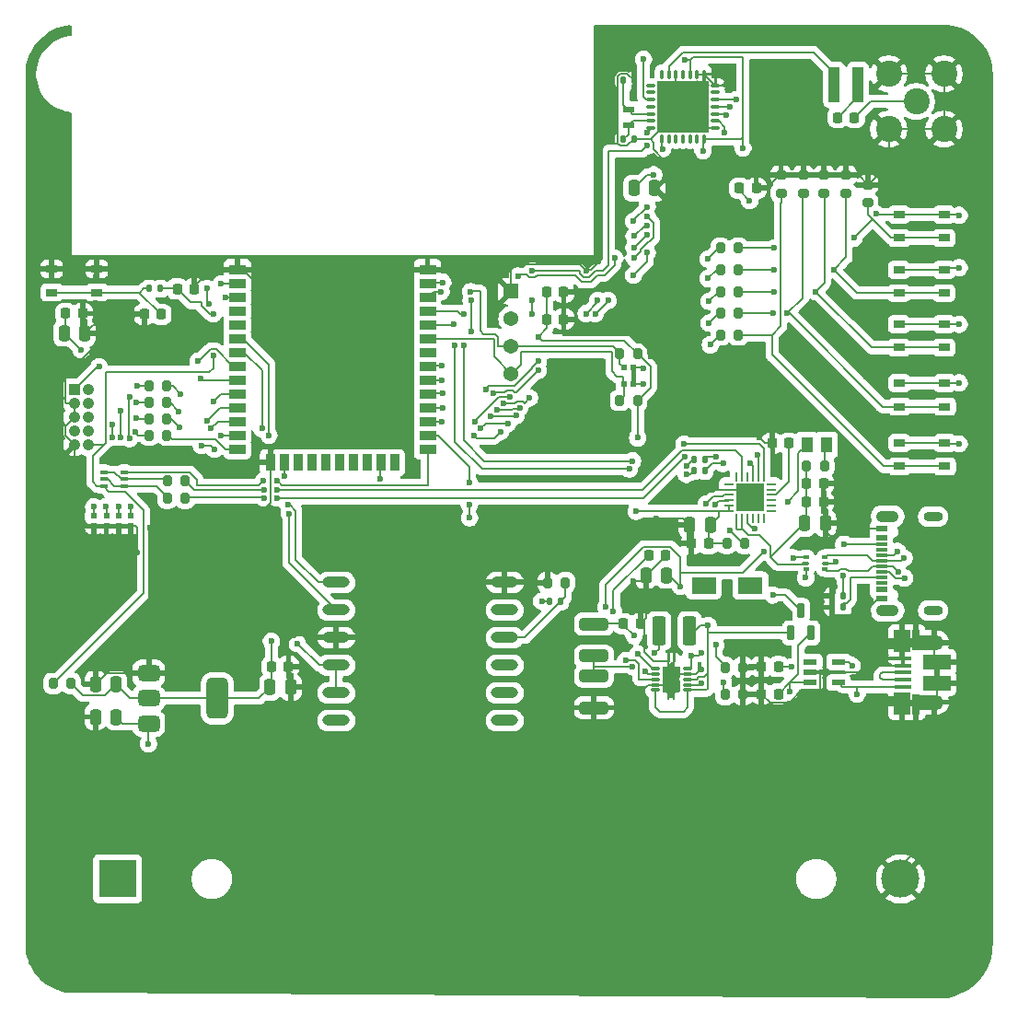
<source format=gbr>
%TF.GenerationSoftware,KiCad,Pcbnew,9.0.0*%
%TF.CreationDate,2025-05-14T10:48:30+09:00*%
%TF.ProjectId,mistance_PCB_host,6d697374-616e-4636-955f-5043425f686f,rev?*%
%TF.SameCoordinates,Original*%
%TF.FileFunction,Copper,L1,Top*%
%TF.FilePolarity,Positive*%
%FSLAX46Y46*%
G04 Gerber Fmt 4.6, Leading zero omitted, Abs format (unit mm)*
G04 Created by KiCad (PCBNEW 9.0.0) date 2025-05-14 10:48:30*
%MOMM*%
%LPD*%
G01*
G04 APERTURE LIST*
G04 Aperture macros list*
%AMRoundRect*
0 Rectangle with rounded corners*
0 $1 Rounding radius*
0 $2 $3 $4 $5 $6 $7 $8 $9 X,Y pos of 4 corners*
0 Add a 4 corners polygon primitive as box body*
4,1,4,$2,$3,$4,$5,$6,$7,$8,$9,$2,$3,0*
0 Add four circle primitives for the rounded corners*
1,1,$1+$1,$2,$3*
1,1,$1+$1,$4,$5*
1,1,$1+$1,$6,$7*
1,1,$1+$1,$8,$9*
0 Add four rect primitives between the rounded corners*
20,1,$1+$1,$2,$3,$4,$5,0*
20,1,$1+$1,$4,$5,$6,$7,0*
20,1,$1+$1,$6,$7,$8,$9,0*
20,1,$1+$1,$8,$9,$2,$3,0*%
G04 Aperture macros list end*
%TA.AperFunction,SMDPad,CuDef*%
%ADD10RoundRect,0.225000X-0.225000X-0.250000X0.225000X-0.250000X0.225000X0.250000X-0.225000X0.250000X0*%
%TD*%
%TA.AperFunction,SMDPad,CuDef*%
%ADD11RoundRect,0.200000X0.275000X-0.200000X0.275000X0.200000X-0.275000X0.200000X-0.275000X-0.200000X0*%
%TD*%
%TA.AperFunction,SMDPad,CuDef*%
%ADD12RoundRect,0.200000X0.200000X0.275000X-0.200000X0.275000X-0.200000X-0.275000X0.200000X-0.275000X0*%
%TD*%
%TA.AperFunction,SMDPad,CuDef*%
%ADD13R,1.140000X0.600000*%
%TD*%
%TA.AperFunction,SMDPad,CuDef*%
%ADD14R,1.140000X0.300000*%
%TD*%
%TA.AperFunction,ComponentPad*%
%ADD15O,2.100000X1.050000*%
%TD*%
%TA.AperFunction,ComponentPad*%
%ADD16O,1.800000X0.900000*%
%TD*%
%TA.AperFunction,SMDPad,CuDef*%
%ADD17R,0.600000X0.490000*%
%TD*%
%TA.AperFunction,SMDPad,CuDef*%
%ADD18RoundRect,0.225000X0.225000X0.250000X-0.225000X0.250000X-0.225000X-0.250000X0.225000X-0.250000X0*%
%TD*%
%TA.AperFunction,SMDPad,CuDef*%
%ADD19R,1.050000X0.650000*%
%TD*%
%TA.AperFunction,SMDPad,CuDef*%
%ADD20R,1.100000X0.600000*%
%TD*%
%TA.AperFunction,SMDPad,CuDef*%
%ADD21RoundRect,0.135000X-0.135000X-0.185000X0.135000X-0.185000X0.135000X0.185000X-0.135000X0.185000X0*%
%TD*%
%TA.AperFunction,SMDPad,CuDef*%
%ADD22RoundRect,0.250000X0.375000X1.075000X-0.375000X1.075000X-0.375000X-1.075000X0.375000X-1.075000X0*%
%TD*%
%TA.AperFunction,SMDPad,CuDef*%
%ADD23R,1.000000X3.200000*%
%TD*%
%TA.AperFunction,ComponentPad*%
%ADD24C,2.400000*%
%TD*%
%TA.AperFunction,SMDPad,CuDef*%
%ADD25RoundRect,0.250000X-1.075000X0.312500X-1.075000X-0.312500X1.075000X-0.312500X1.075000X0.312500X0*%
%TD*%
%TA.AperFunction,SMDPad,CuDef*%
%ADD26RoundRect,0.100000X-0.225000X-0.100000X0.225000X-0.100000X0.225000X0.100000X-0.225000X0.100000X0*%
%TD*%
%TA.AperFunction,SMDPad,CuDef*%
%ADD27R,0.490000X0.600000*%
%TD*%
%TA.AperFunction,ComponentPad*%
%ADD28R,1.050000X1.050000*%
%TD*%
%TA.AperFunction,ComponentPad*%
%ADD29C,1.050000*%
%TD*%
%TA.AperFunction,SMDPad,CuDef*%
%ADD30RoundRect,0.075000X0.225000X-0.575000X0.225000X0.575000X-0.225000X0.575000X-0.225000X-0.575000X0*%
%TD*%
%TA.AperFunction,SMDPad,CuDef*%
%ADD31RoundRect,0.200000X-0.200000X-0.275000X0.200000X-0.275000X0.200000X0.275000X-0.200000X0.275000X0*%
%TD*%
%TA.AperFunction,SMDPad,CuDef*%
%ADD32RoundRect,0.250000X0.250000X0.475000X-0.250000X0.475000X-0.250000X-0.475000X0.250000X-0.475000X0*%
%TD*%
%TA.AperFunction,SMDPad,CuDef*%
%ADD33RoundRect,0.140000X0.140000X0.170000X-0.140000X0.170000X-0.140000X-0.170000X0.140000X-0.170000X0*%
%TD*%
%TA.AperFunction,SMDPad,CuDef*%
%ADD34R,1.140000X1.470000*%
%TD*%
%TA.AperFunction,SMDPad,CuDef*%
%ADD35R,0.280000X0.280000*%
%TD*%
%TA.AperFunction,SMDPad,CuDef*%
%ADD36O,0.850000X0.280000*%
%TD*%
%TA.AperFunction,ComponentPad*%
%ADD37C,0.600000*%
%TD*%
%TA.AperFunction,SMDPad,CuDef*%
%ADD38R,0.680000X1.050000*%
%TD*%
%TA.AperFunction,SMDPad,CuDef*%
%ADD39R,0.260000X0.500000*%
%TD*%
%TA.AperFunction,SMDPad,CuDef*%
%ADD40R,0.280000X0.700000*%
%TD*%
%TA.AperFunction,SMDPad,CuDef*%
%ADD41R,1.650000X2.400000*%
%TD*%
%TA.AperFunction,ComponentPad*%
%ADD42R,3.500000X3.500000*%
%TD*%
%TA.AperFunction,ComponentPad*%
%ADD43C,3.500000*%
%TD*%
%TA.AperFunction,SMDPad,CuDef*%
%ADD44RoundRect,0.250000X-0.250000X-0.475000X0.250000X-0.475000X0.250000X0.475000X-0.250000X0.475000X0*%
%TD*%
%TA.AperFunction,SMDPad,CuDef*%
%ADD45O,2.500000X1.000000*%
%TD*%
%TA.AperFunction,SMDPad,CuDef*%
%ADD46R,1.650000X0.400000*%
%TD*%
%TA.AperFunction,SMDPad,CuDef*%
%ADD47R,0.700000X1.825000*%
%TD*%
%TA.AperFunction,SMDPad,CuDef*%
%ADD48R,1.500000X2.000000*%
%TD*%
%TA.AperFunction,SMDPad,CuDef*%
%ADD49R,2.000000X1.350000*%
%TD*%
%TA.AperFunction,HeatsinkPad*%
%ADD50O,1.700000X1.350000*%
%TD*%
%TA.AperFunction,HeatsinkPad*%
%ADD51O,1.500000X1.100000*%
%TD*%
%TA.AperFunction,SMDPad,CuDef*%
%ADD52R,2.500000X1.430000*%
%TD*%
%TA.AperFunction,SMDPad,CuDef*%
%ADD53RoundRect,0.375000X-0.625000X-0.375000X0.625000X-0.375000X0.625000X0.375000X-0.625000X0.375000X0*%
%TD*%
%TA.AperFunction,SMDPad,CuDef*%
%ADD54RoundRect,0.500000X-0.500000X-1.400000X0.500000X-1.400000X0.500000X1.400000X-0.500000X1.400000X0*%
%TD*%
%TA.AperFunction,SMDPad,CuDef*%
%ADD55R,1.270000X0.558800*%
%TD*%
%TA.AperFunction,ComponentPad*%
%ADD56R,1.370000X1.370000*%
%TD*%
%TA.AperFunction,ComponentPad*%
%ADD57C,1.370000*%
%TD*%
%TA.AperFunction,SMDPad,CuDef*%
%ADD58RoundRect,0.093750X0.156250X0.093750X-0.156250X0.093750X-0.156250X-0.093750X0.156250X-0.093750X0*%
%TD*%
%TA.AperFunction,SMDPad,CuDef*%
%ADD59RoundRect,0.075000X0.250000X0.075000X-0.250000X0.075000X-0.250000X-0.075000X0.250000X-0.075000X0*%
%TD*%
%TA.AperFunction,SMDPad,CuDef*%
%ADD60RoundRect,0.062500X-0.350000X-0.062500X0.350000X-0.062500X0.350000X0.062500X-0.350000X0.062500X0*%
%TD*%
%TA.AperFunction,SMDPad,CuDef*%
%ADD61RoundRect,0.062500X-0.062500X-0.350000X0.062500X-0.350000X0.062500X0.350000X-0.062500X0.350000X0*%
%TD*%
%TA.AperFunction,HeatsinkPad*%
%ADD62R,2.600000X2.600000*%
%TD*%
%TA.AperFunction,SMDPad,CuDef*%
%ADD63R,1.500000X0.900000*%
%TD*%
%TA.AperFunction,SMDPad,CuDef*%
%ADD64R,0.900000X1.500000*%
%TD*%
%TA.AperFunction,HeatsinkPad*%
%ADD65R,0.900000X0.900000*%
%TD*%
%TA.AperFunction,HeatsinkPad*%
%ADD66C,0.600000*%
%TD*%
%TA.AperFunction,SMDPad,CuDef*%
%ADD67RoundRect,0.075000X-0.312500X-0.075000X0.312500X-0.075000X0.312500X0.075000X-0.312500X0.075000X0*%
%TD*%
%TA.AperFunction,SMDPad,CuDef*%
%ADD68RoundRect,0.075000X-0.075000X-0.312500X0.075000X-0.312500X0.075000X0.312500X-0.075000X0.312500X0*%
%TD*%
%TA.AperFunction,HeatsinkPad*%
%ADD69R,4.800000X4.800000*%
%TD*%
%TA.AperFunction,SMDPad,CuDef*%
%ADD70R,2.300000X1.550000*%
%TD*%
%TA.AperFunction,ViaPad*%
%ADD71C,0.600000*%
%TD*%
%TA.AperFunction,Conductor*%
%ADD72C,0.200000*%
%TD*%
G04 APERTURE END LIST*
D10*
%TO.P,C32,1*%
%TO.N,Net-(Q1-D)*%
X70525000Y-70550000D03*
%TO.P,C32,2*%
%TO.N,GND*%
X72075000Y-70550000D03*
%TD*%
D11*
%TO.P,R16,1*%
%TO.N,Net-(Find_Host1-Pad3)*%
X93000000Y-31825000D03*
%TO.P,R16,2*%
%TO.N,GND*%
X93000000Y-30175000D03*
%TD*%
D12*
%TO.P,R28,1*%
%TO.N,Net-(Down1-Pad3)*%
X81075000Y-42000000D03*
%TO.P,R28,2*%
%TO.N,Down*%
X79425000Y-42000000D03*
%TD*%
D13*
%TO.P,UART1,A1_B12*%
%TO.N,N/C*%
X94250000Y-68200000D03*
%TO.P,UART1,A4_B9*%
X94250000Y-67400000D03*
D14*
%TO.P,UART1,A5,CC1*%
%TO.N,Net-(UART1-CC1)*%
X94250000Y-66250000D03*
%TO.P,UART1,A6,D+*%
%TO.N,Net-(U8-I{slash}O1-Pad1)*%
X94250000Y-65250000D03*
%TO.P,UART1,A7,D-*%
%TO.N,Net-(U8-I{slash}O2-Pad3)*%
X94250000Y-64750000D03*
%TO.P,UART1,A8,SBU1*%
%TO.N,unconnected-(UART1-SBU1-PadA8)*%
X94250000Y-63750000D03*
D13*
%TO.P,UART1,B1_A12*%
%TO.N,N/C*%
X94250000Y-61800000D03*
%TO.P,UART1,B4_A9*%
X94250000Y-62600000D03*
D14*
%TO.P,UART1,B5,CC2*%
%TO.N,Net-(UART1-CC2)*%
X94250000Y-63250000D03*
%TO.P,UART1,B6,D+*%
%TO.N,Net-(U8-I{slash}O1-Pad1)*%
X94250000Y-64250000D03*
%TO.P,UART1,B7,D-*%
%TO.N,Net-(U8-I{slash}O2-Pad3)*%
X94250000Y-65750000D03*
%TO.P,UART1,B8,SBU2*%
%TO.N,unconnected-(UART1-SBU2-PadB8)*%
X94250000Y-66750000D03*
D15*
%TO.P,UART1,SH1*%
%TO.N,N/C*%
X94820000Y-69320000D03*
%TO.P,UART1,SH2*%
X94820000Y-60680000D03*
D16*
%TO.P,UART1,SH3*%
X99000000Y-69320000D03*
%TO.P,UART1,SH4*%
X99000000Y-60680000D03*
%TD*%
D17*
%TO.P,C15,1*%
%TO.N,Net-(C15-Pad1)*%
X21800000Y-60643000D03*
%TO.P,C15,2*%
%TO.N,GND*%
X21800000Y-61557000D03*
%TD*%
D18*
%TO.P,C20,1*%
%TO.N,Net-(C20-Pad1)*%
X91775000Y-24000000D03*
%TO.P,C20,2*%
%TO.N,Net-(C20-Pad2)*%
X90225000Y-24000000D03*
%TD*%
D17*
%TO.P,C13,1*%
%TO.N,Net-(C13-Pad1)*%
X24100000Y-60643000D03*
%TO.P,C13,2*%
%TO.N,GND*%
X24100000Y-61557000D03*
%TD*%
D19*
%TO.P,Up1,1*%
%TO.N,3.3V OUT*%
X95925000Y-53925000D03*
%TO.P,Up1,2*%
X100075000Y-53925000D03*
%TO.P,Up1,3*%
%TO.N,Net-(R18-Pad1)*%
X95925000Y-56075000D03*
%TO.P,Up1,4*%
X100075000Y-56075000D03*
%TD*%
D20*
%TO.P,Y1,1,1*%
%TO.N,Net-(U7-XTB)*%
X71000000Y-24700000D03*
%TO.P,Y1,2,2*%
%TO.N,Net-(U7-XTA)*%
X71000000Y-23300000D03*
%TD*%
D10*
%TO.P,C37,1*%
%TO.N,EN*%
X29485000Y-39760000D03*
%TO.P,C37,2*%
%TO.N,GND*%
X31035000Y-39760000D03*
%TD*%
D19*
%TO.P,S1,1*%
%TO.N,GND*%
X17925000Y-37925000D03*
%TO.P,S1,2*%
X22075000Y-37925000D03*
%TO.P,S1,3*%
%TO.N,Net-(C27-Pad2)*%
X17925000Y-40075000D03*
%TO.P,S1,4*%
X22075000Y-40075000D03*
%TD*%
D11*
%TO.P,R19,1*%
%TO.N,Net-(Down1-Pad3)*%
X87050000Y-30955000D03*
%TO.P,R19,2*%
%TO.N,GND*%
X87050000Y-29305000D03*
%TD*%
D21*
%TO.P,R6,1*%
%TO.N,TX*%
X76990000Y-55400000D03*
%TO.P,R6,2*%
%TO.N,Net-(U5-RXD)*%
X78010000Y-55400000D03*
%TD*%
D10*
%TO.P,C19,1*%
%TO.N,3.3V OUT*%
X63475000Y-42550000D03*
%TO.P,C19,2*%
%TO.N,GND*%
X65025000Y-42550000D03*
%TD*%
D22*
%TO.P,L1,1,1*%
%TO.N,Net-(Q1-D)*%
X76600000Y-71200000D03*
%TO.P,L1,2,2*%
%TO.N,Net-(U2-L)*%
X73800000Y-71200000D03*
%TD*%
D10*
%TO.P,C27,1*%
%TO.N,GND*%
X26450000Y-42100000D03*
%TO.P,C27,2*%
%TO.N,Net-(C27-Pad2)*%
X28000000Y-42100000D03*
%TD*%
D11*
%TO.P,R18,1*%
%TO.N,Net-(R18-Pad1)*%
X85010000Y-30935000D03*
%TO.P,R18,2*%
%TO.N,GND*%
X85010000Y-29285000D03*
%TD*%
D18*
%TO.P,C4,1*%
%TO.N,Net-(Charger1-VBUS)*%
X84775000Y-74490000D03*
%TO.P,C4,2*%
%TO.N,GND*%
X83225000Y-74490000D03*
%TD*%
D21*
%TO.P,R21,1*%
%TO.N,GND*%
X89720000Y-69030000D03*
%TO.P,R21,2*%
%TO.N,Net-(UART1-CC1)*%
X90740000Y-69030000D03*
%TD*%
D23*
%TO.P,L4,1*%
%TO.N,Net-(C20-Pad2)*%
X92100000Y-21000000D03*
%TO.P,L4,2*%
%TO.N,Net-(U7-PA_BOOST)*%
X89900000Y-21000000D03*
%TD*%
D18*
%TO.P,C30,1*%
%TO.N,3.3V OUT*%
X78325000Y-63170000D03*
%TO.P,C30,2*%
%TO.N,GND*%
X76775000Y-63170000D03*
%TD*%
D24*
%TO.P,J5,1*%
%TO.N,Net-(C20-Pad1)*%
X97460000Y-22540000D03*
%TO.P,J5,2*%
%TO.N,GND*%
X100000000Y-25080000D03*
%TO.P,J5,3*%
X100000000Y-20000000D03*
%TO.P,J5,4*%
X94920000Y-20000000D03*
%TO.P,J5,5*%
X94920000Y-25080000D03*
%TD*%
D10*
%TO.P,C35,1*%
%TO.N,3.3V OUT*%
X19205000Y-42020000D03*
%TO.P,C35,2*%
%TO.N,GND*%
X20755000Y-42020000D03*
%TD*%
D25*
%TO.P,R1,1*%
%TO.N,Net-(Q1-D)*%
X67800000Y-70587500D03*
%TO.P,R1,2*%
%TO.N,Net-(U2-UVLO)*%
X67800000Y-73512500D03*
%TD*%
D26*
%TO.P,Q2,1,E1*%
%TO.N,DTR*%
X22700000Y-56600000D03*
%TO.P,Q2,2,B1*%
%TO.N,RTS*%
X22700000Y-57250000D03*
%TO.P,Q2,3,C2*%
%TO.N,EN*%
X22700000Y-57900000D03*
%TO.P,Q2,4,E2*%
%TO.N,RTS*%
X24600000Y-57900000D03*
%TO.P,Q2,5,B2*%
%TO.N,DTR*%
X24600000Y-57250000D03*
%TO.P,Q2,6,C1*%
%TO.N,IO0*%
X24600000Y-56600000D03*
%TD*%
D10*
%TO.P,C23,1*%
%TO.N,3.3V OUT*%
X81175000Y-30500000D03*
%TO.P,C23,2*%
%TO.N,GND*%
X82725000Y-30500000D03*
%TD*%
D27*
%TO.P,C17,1*%
%TO.N,I2C SDL*%
X70543000Y-48500000D03*
%TO.P,C17,2*%
%TO.N,GND*%
X71457000Y-48500000D03*
%TD*%
D28*
%TO.P,J3,1,1*%
%TO.N,3.3V OUT*%
X20030000Y-49000000D03*
D29*
%TO.P,J3,2,2*%
%TO.N,Net-(C8-Pad1)*%
X21300000Y-49000000D03*
%TO.P,J3,3,3*%
%TO.N,GND*%
X20030000Y-50270000D03*
%TO.P,J3,4,4*%
%TO.N,Net-(C13-Pad1)*%
X21300000Y-50270000D03*
%TO.P,J3,5,5*%
%TO.N,GND*%
X20030000Y-51540000D03*
%TO.P,J3,6,6*%
%TO.N,Net-(C14-Pad1)*%
X21300000Y-51540000D03*
%TO.P,J3,7,7*%
%TO.N,unconnected-(J3-Pad7)*%
X20030000Y-52810000D03*
%TO.P,J3,8,8*%
%TO.N,Net-(C15-Pad1)*%
X21300000Y-52810000D03*
%TO.P,J3,9,9*%
%TO.N,GND*%
X20030000Y-54080000D03*
%TO.P,J3,10,10*%
%TO.N,EN*%
X21300000Y-54080000D03*
%TD*%
D30*
%TO.P,Q1,1,D*%
%TO.N,Net-(Q1-D)*%
X85900000Y-71375000D03*
%TO.P,Q1,2,S*%
%TO.N,Net-(BT1-+)*%
X87800000Y-71375000D03*
%TO.P,Q1,3,G*%
%TO.N,Net-(Charger1-VBUS)*%
X86850000Y-69325000D03*
%TD*%
D21*
%TO.P,R7,1*%
%TO.N,RX*%
X76990000Y-56500000D03*
%TO.P,R7,2*%
%TO.N,Net-(U5-TXD)*%
X78010000Y-56500000D03*
%TD*%
D31*
%TO.P,R23,1*%
%TO.N,DTR*%
X28575000Y-57390000D03*
%TO.P,R23,2*%
%TO.N,Net-(U5-~{DTR})*%
X30225000Y-57390000D03*
%TD*%
%TO.P,R3,1*%
%TO.N,Net-(U3-PROG)*%
X79860000Y-77070000D03*
%TO.P,R3,2*%
%TO.N,GND*%
X81510000Y-77070000D03*
%TD*%
D12*
%TO.P,R13,1*%
%TO.N,MTMS*%
X28525000Y-48700000D03*
%TO.P,R13,2*%
%TO.N,Net-(C8-Pad1)*%
X26875000Y-48700000D03*
%TD*%
D32*
%TO.P,C12,1*%
%TO.N,3.3V OUT*%
X23850000Y-76100000D03*
%TO.P,C12,2*%
%TO.N,GND*%
X21950000Y-76100000D03*
%TD*%
D31*
%TO.P,R15,1*%
%TO.N,I2C SDL*%
X70175000Y-50000000D03*
%TO.P,R15,2*%
%TO.N,3.3V OUT*%
X71825000Y-50000000D03*
%TD*%
D33*
%TO.P,C22,1*%
%TO.N,GND*%
X71480000Y-20600000D03*
%TO.P,C22,2*%
%TO.N,Net-(U7-XTA)*%
X70520000Y-20600000D03*
%TD*%
D31*
%TO.P,R14,1*%
%TO.N,I2C SCL*%
X70175000Y-45710000D03*
%TO.P,R14,2*%
%TO.N,3.3V OUT*%
X71825000Y-45710000D03*
%TD*%
D34*
%TO.P,FL1,1*%
%TO.N,Net-(F1-Pad2)*%
X89170000Y-54100000D03*
%TO.P,FL1,2*%
%TO.N,5v OUT*%
X87390000Y-54100000D03*
%TD*%
D12*
%TO.P,R25,1*%
%TO.N,Net-(Find_Host1-Pad3)*%
X81075000Y-36000000D03*
%TO.P,R25,2*%
%TO.N,Find_Host*%
X79425000Y-36000000D03*
%TD*%
D31*
%TO.P,F1,1*%
%TO.N,Net-(U5-REGIN)*%
X87375000Y-56030000D03*
%TO.P,F1,2*%
%TO.N,Net-(F1-Pad2)*%
X89025000Y-56030000D03*
%TD*%
D19*
%TO.P,Ctrl1,1*%
%TO.N,3.3V OUT*%
X95870000Y-38000000D03*
%TO.P,Ctrl1,2*%
X100020000Y-38000000D03*
%TO.P,Ctrl1,3*%
%TO.N,Net-(Ctrl1-Pad3)*%
X95870000Y-40150000D03*
%TO.P,Ctrl1,4*%
X100020000Y-40150000D03*
%TD*%
D35*
%TO.P,U2,1,VAUX*%
%TO.N,Net-(U2-VAUX)*%
X73165000Y-74650000D03*
D36*
X73450000Y-74650000D03*
D35*
%TO.P,U2,2,VOUT*%
%TO.N,5v OUT*%
X73165000Y-75150000D03*
D36*
X73450000Y-75150000D03*
D35*
%TO.P,U2,3,L*%
%TO.N,Net-(U2-L)*%
X73165000Y-75650000D03*
D36*
X73450000Y-75650000D03*
D35*
%TO.P,U2,4,PGND*%
%TO.N,GND*%
X73165000Y-76150000D03*
D36*
X73450000Y-76150000D03*
D35*
%TO.P,U2,5,VIN*%
%TO.N,Net-(Q1-D)*%
X73165000Y-76650000D03*
D36*
X73450000Y-76650000D03*
%TO.P,U2,6,EN*%
X76400000Y-76650000D03*
D35*
X76685000Y-76650000D03*
D36*
%TO.P,U2,7,UVLO*%
%TO.N,Net-(U2-UVLO)*%
X76400000Y-76150000D03*
D35*
X76685000Y-76150000D03*
D36*
%TO.P,U2,8,PS*%
%TO.N,Net-(Q1-D)*%
X76400000Y-75650000D03*
D35*
X76685000Y-75650000D03*
D36*
%TO.P,U2,9,GND*%
%TO.N,GND*%
X76400000Y-75150000D03*
D35*
X76685000Y-75150000D03*
D36*
%TO.P,U2,10,FB*%
%TO.N,5v OUT*%
X76400000Y-74650000D03*
D35*
X76685000Y-74650000D03*
D37*
%TO.P,U2,11,PAD*%
%TO.N,GND*%
X74425000Y-74900000D03*
X74425000Y-76400000D03*
D38*
X74475000Y-75015000D03*
X74475000Y-76285000D03*
D39*
X74675000Y-74020000D03*
D40*
X74675000Y-74100000D03*
X74675000Y-77200000D03*
D39*
X74675000Y-77280000D03*
D37*
X74925000Y-75650000D03*
D41*
X74925000Y-75650000D03*
D39*
X75175000Y-74020000D03*
D40*
X75175000Y-74100000D03*
X75175000Y-77200000D03*
D39*
X75175000Y-77280000D03*
D38*
X75375000Y-75015000D03*
X75375000Y-76285000D03*
D37*
X75425000Y-74900000D03*
X75425000Y-76400000D03*
%TD*%
D31*
%TO.P,R31,1*%
%TO.N,GND*%
X63535000Y-66750000D03*
%TO.P,R31,2*%
%TO.N,Net-(U6-~{RESET})*%
X65185000Y-66750000D03*
%TD*%
D42*
%TO.P,BT1,1,+*%
%TO.N,Net-(BT1-+)*%
X24000000Y-94000000D03*
D43*
%TO.P,BT1,2,-*%
%TO.N,GND*%
X96000000Y-94000000D03*
%TD*%
D21*
%TO.P,R30,1*%
%TO.N,Net-(C27-Pad2)*%
X26900000Y-39730000D03*
%TO.P,R30,2*%
%TO.N,EN*%
X27920000Y-39730000D03*
%TD*%
D11*
%TO.P,R17,1*%
%TO.N,Net-(Enter&space1-Pad3)*%
X88980000Y-30955000D03*
%TO.P,R17,2*%
%TO.N,GND*%
X88980000Y-29305000D03*
%TD*%
D19*
%TO.P,Down1,1*%
%TO.N,3.3V OUT*%
X95925000Y-48425000D03*
%TO.P,Down1,2*%
X100075000Y-48425000D03*
%TO.P,Down1,3*%
%TO.N,Net-(Down1-Pad3)*%
X95925000Y-50575000D03*
%TO.P,Down1,4*%
X100075000Y-50575000D03*
%TD*%
D18*
%TO.P,C10,1*%
%TO.N,Net-(U5-VPP)*%
X85735000Y-53950000D03*
%TO.P,C10,2*%
%TO.N,GND*%
X84185000Y-53950000D03*
%TD*%
D44*
%TO.P,C6,1*%
%TO.N,3.3V OUT*%
X19060000Y-43840000D03*
%TO.P,C6,2*%
%TO.N,GND*%
X20960000Y-43840000D03*
%TD*%
D45*
%TO.P,U6,1,RXD1*%
%TO.N,GPS_Rx*%
X44100000Y-66730000D03*
%TO.P,U6,2,TXD1*%
%TO.N,GPS_TX*%
X44100000Y-69270000D03*
%TO.P,U6,3,GND*%
%TO.N,GND*%
X44100000Y-71810000D03*
%TO.P,U6,4,VCC*%
%TO.N,3.3V OUT*%
X44100000Y-74350000D03*
%TO.P,U6,5,V_BCKP*%
X44100000Y-76890000D03*
%TO.P,U6,6,1PPS*%
%TO.N,unconnected-(U6-1PPS-Pad6)*%
X44100000Y-79430000D03*
%TO.P,U6,7,FORCE_ON*%
%TO.N,unconnected-(U6-FORCE_ON-Pad7)*%
X59600000Y-79430000D03*
%TO.P,U6,8,AADET_N*%
%TO.N,unconnected-(U6-AADET_N-Pad8)*%
X59600000Y-76890000D03*
%TO.P,U6,9*%
%TO.N,N/C*%
X59600000Y-74350000D03*
%TO.P,U6,10,~{RESET}*%
%TO.N,Net-(U6-~{RESET})*%
X59600000Y-71810000D03*
%TO.P,U6,11,EX_ANT*%
%TO.N,unconnected-(U6-EX_ANT-Pad11)*%
X59600000Y-69270000D03*
%TO.P,U6,12,GND*%
%TO.N,GND*%
X59600000Y-66730000D03*
%TD*%
D17*
%TO.P,C14,1*%
%TO.N,Net-(C14-Pad1)*%
X22950000Y-60643000D03*
%TO.P,C14,2*%
%TO.N,GND*%
X22950000Y-61557000D03*
%TD*%
D12*
%TO.P,R12,1*%
%TO.N,MTCK*%
X28525000Y-50200000D03*
%TO.P,R12,2*%
%TO.N,Net-(C13-Pad1)*%
X26875000Y-50200000D03*
%TD*%
D25*
%TO.P,R2,1*%
%TO.N,Net-(U2-UVLO)*%
X67800000Y-75337500D03*
%TO.P,R2,2*%
%TO.N,GND*%
X67800000Y-78262500D03*
%TD*%
D46*
%TO.P,Charger1,1,VBUS*%
%TO.N,Net-(Charger1-VBUS)*%
X96235000Y-76325000D03*
%TO.P,Charger1,2,D-*%
%TO.N,Net-(Charger1-D+)*%
X96235000Y-75675000D03*
%TO.P,Charger1,3,D+*%
X96235000Y-75025000D03*
%TO.P,Charger1,4,ID*%
%TO.N,GND*%
X96235000Y-74375000D03*
%TO.P,Charger1,5,GND*%
X96235000Y-73725000D03*
D47*
%TO.P,Charger1,6,Shield*%
X97435000Y-77975000D03*
D48*
X96135000Y-77875000D03*
D49*
X98185000Y-77755000D03*
D50*
X99115000Y-77755000D03*
D51*
X96115000Y-77445000D03*
D52*
X99385000Y-75985000D03*
X99385000Y-74065000D03*
D51*
X96115000Y-72605000D03*
D50*
X99115000Y-72295000D03*
D49*
X98185000Y-72275000D03*
D48*
X96115000Y-72125000D03*
D47*
X97435000Y-72025000D03*
%TD*%
D12*
%TO.P,R29,1*%
%TO.N,Net-(Ctrl1-Pad3)*%
X81075000Y-38000000D03*
%TO.P,R29,2*%
%TO.N,Ctrl*%
X79425000Y-38000000D03*
%TD*%
%TO.P,R27,1*%
%TO.N,Net-(R18-Pad1)*%
X81075000Y-44000000D03*
%TO.P,R27,2*%
%TO.N,Up*%
X79425000Y-44000000D03*
%TD*%
%TO.P,R22,1*%
%TO.N,Net-(U5-~{RST})*%
X81675000Y-63150000D03*
%TO.P,R22,2*%
%TO.N,3.3V OUT*%
X80025000Y-63150000D03*
%TD*%
D44*
%TO.P,C29,1*%
%TO.N,Net-(U5-REGIN)*%
X87190000Y-61300000D03*
%TO.P,C29,2*%
%TO.N,GND*%
X89090000Y-61300000D03*
%TD*%
D53*
%TO.P,U4,1,GND*%
%TO.N,GND*%
X26850000Y-75100000D03*
%TO.P,U4,2,VO*%
%TO.N,3.3V OUT*%
X26850000Y-77400000D03*
D54*
X33150000Y-77400000D03*
D53*
%TO.P,U4,3,VI*%
%TO.N,5v OUT*%
X26850000Y-79700000D03*
%TD*%
D55*
%TO.P,U3,1,STAT*%
%TO.N,unconnected-(U3-STAT-Pad1)*%
X87704600Y-74060200D03*
%TO.P,U3,2,V_{SS}*%
%TO.N,GND*%
X87704600Y-75000000D03*
%TO.P,U3,3,V_{BAT}*%
%TO.N,Net-(BT1-+)*%
X87704600Y-75939800D03*
%TO.P,U3,4,V_{DD}*%
%TO.N,Net-(Charger1-VBUS)*%
X90295400Y-75939800D03*
%TO.P,U3,5,PROG*%
%TO.N,Net-(U3-PROG)*%
X90295400Y-74060200D03*
%TD*%
D31*
%TO.P,R24,1*%
%TO.N,RTS*%
X28545000Y-59000000D03*
%TO.P,R24,2*%
%TO.N,Net-(U5-~{RTS})*%
X30195000Y-59000000D03*
%TD*%
D32*
%TO.P,C24,1*%
%TO.N,GND*%
X73400000Y-30500000D03*
%TO.P,C24,2*%
%TO.N,3.3V OUT*%
X71500000Y-30500000D03*
%TD*%
D56*
%TO.P,J4,01,01*%
%TO.N,GND*%
X60200000Y-39977500D03*
D57*
%TO.P,J4,02,02*%
%TO.N,3.3V OUT*%
X60200000Y-42517500D03*
%TO.P,J4,03,03*%
%TO.N,I2C SCL*%
X60200000Y-45057500D03*
%TO.P,J4,04,04*%
%TO.N,I2C SDL*%
X60200000Y-47597500D03*
%TD*%
D10*
%TO.P,C34,1*%
%TO.N,Net-(U2-VAUX)*%
X72825000Y-64250000D03*
%TO.P,C34,2*%
%TO.N,GND*%
X74375000Y-64250000D03*
%TD*%
D11*
%TO.P,R20,1*%
%TO.N,Net-(Ctrl1-Pad3)*%
X91000000Y-30955000D03*
%TO.P,R20,2*%
%TO.N,GND*%
X91000000Y-29305000D03*
%TD*%
D10*
%TO.P,C18,1*%
%TO.N,3.3V OUT*%
X63475000Y-40040000D03*
%TO.P,C18,2*%
%TO.N,GND*%
X65025000Y-40040000D03*
%TD*%
D58*
%TO.P,U8,1,I/O1*%
%TO.N,Net-(U8-I{slash}O1-Pad1)*%
X89030000Y-65510000D03*
D59*
%TO.P,U8,2,GND*%
%TO.N,GND*%
X89105000Y-64972500D03*
D58*
%TO.P,U8,3,I/O2*%
%TO.N,Net-(U8-I{slash}O2-Pad3)*%
X89030000Y-64435000D03*
%TO.P,U8,4,I/O2*%
%TO.N,Net-(U5-D-)*%
X87330000Y-64435000D03*
D59*
%TO.P,U8,5,VBUS*%
%TO.N,Net-(U5-REGIN)*%
X87255000Y-64972500D03*
D58*
%TO.P,U8,6,I/O1*%
%TO.N,Net-(U5-D+)*%
X87330000Y-65510000D03*
%TD*%
D31*
%TO.P,R9,1*%
%TO.N,EN*%
X18075000Y-76040000D03*
%TO.P,R9,2*%
%TO.N,3.3V OUT*%
X19725000Y-76040000D03*
%TD*%
D18*
%TO.P,C28,1*%
%TO.N,GND*%
X88905000Y-57660000D03*
%TO.P,C28,2*%
%TO.N,Net-(U5-REGIN)*%
X87355000Y-57660000D03*
%TD*%
D12*
%TO.P,R26,1*%
%TO.N,Net-(Enter&space1-Pad3)*%
X81075000Y-40000000D03*
%TO.P,R26,2*%
%TO.N,Enter&space*%
X79425000Y-40000000D03*
%TD*%
D33*
%TO.P,C21,1*%
%TO.N,GND*%
X71480000Y-26000000D03*
%TO.P,C21,2*%
%TO.N,Net-(U7-XTB)*%
X70520000Y-26000000D03*
%TD*%
D44*
%TO.P,C25,1*%
%TO.N,3.3V OUT*%
X38010000Y-76380000D03*
%TO.P,C25,2*%
%TO.N,GND*%
X39910000Y-76380000D03*
%TD*%
D31*
%TO.P,R4,1*%
%TO.N,Net-(Charger1-VBUS)*%
X79860000Y-74570000D03*
%TO.P,R4,2*%
%TO.N,GND*%
X81510000Y-74570000D03*
%TD*%
D12*
%TO.P,R11,1*%
%TO.N,MTDO*%
X28525000Y-51700000D03*
%TO.P,R11,2*%
%TO.N,Net-(C14-Pad1)*%
X26875000Y-51700000D03*
%TD*%
D60*
%TO.P,U5,1,~{RI}*%
%TO.N,unconnected-(U5-~{RI}-Pad1)*%
X80225000Y-57700000D03*
%TO.P,U5,2,GND*%
%TO.N,GND*%
X80225000Y-58200000D03*
%TO.P,U5,3,D+*%
%TO.N,Net-(U5-D+)*%
X80225000Y-58700000D03*
%TO.P,U5,4,D-*%
%TO.N,Net-(U5-D-)*%
X80225000Y-59200000D03*
%TO.P,U5,5,VIO*%
%TO.N,3.3V OUT*%
X80225000Y-59700000D03*
%TO.P,U5,6,VDD*%
X80225000Y-60200000D03*
D61*
%TO.P,U5,7,REGIN*%
%TO.N,Net-(U5-REGIN)*%
X80912500Y-60887500D03*
%TO.P,U5,8,VBUS*%
X81412500Y-60887500D03*
%TO.P,U5,9,~{RST}*%
%TO.N,Net-(U5-~{RST})*%
X81912500Y-60887500D03*
%TO.P,U5,10,NC*%
%TO.N,unconnected-(U5-NC-Pad10)*%
X82412500Y-60887500D03*
%TO.P,U5,11,GPIO.3*%
%TO.N,unconnected-(U5-GPIO.3-Pad11)*%
X82912500Y-60887500D03*
%TO.P,U5,12,RS485/GPIO.2*%
%TO.N,unconnected-(U5-RS485{slash}GPIO.2-Pad12)*%
X83412500Y-60887500D03*
D60*
%TO.P,U5,13,RXT/GPIO.1*%
%TO.N,unconnected-(U5-RXT{slash}GPIO.1-Pad13)*%
X84100000Y-60200000D03*
%TO.P,U5,14,TXT/GPIO.0*%
%TO.N,unconnected-(U5-TXT{slash}GPIO.0-Pad14)*%
X84100000Y-59700000D03*
%TO.P,U5,15,~{SUSPEND}*%
%TO.N,unconnected-(U5-~{SUSPEND}-Pad15)*%
X84100000Y-59200000D03*
%TO.P,U5,16,VPP*%
%TO.N,Net-(U5-VPP)*%
X84100000Y-58700000D03*
%TO.P,U5,17,SUSPEND*%
%TO.N,unconnected-(U5-SUSPEND-Pad17)*%
X84100000Y-58200000D03*
%TO.P,U5,18,~{CTS}*%
%TO.N,unconnected-(U5-~{CTS}-Pad18)*%
X84100000Y-57700000D03*
D61*
%TO.P,U5,19,~{RTS}*%
%TO.N,Net-(U5-~{RTS})*%
X83412500Y-57012500D03*
%TO.P,U5,20,RXD*%
%TO.N,Net-(U5-RXD)*%
X82912500Y-57012500D03*
%TO.P,U5,21,TXD*%
%TO.N,Net-(U5-TXD)*%
X82412500Y-57012500D03*
%TO.P,U5,22,~{DSR}*%
%TO.N,unconnected-(U5-~{DSR}-Pad22)*%
X81912500Y-57012500D03*
%TO.P,U5,23,~{DTR}*%
%TO.N,Net-(U5-~{DTR})*%
X81412500Y-57012500D03*
%TO.P,U5,24,~{DCD}*%
%TO.N,unconnected-(U5-~{DCD}-Pad24)*%
X80912500Y-57012500D03*
D62*
%TO.P,U5,25,GND*%
%TO.N,GND*%
X82162500Y-58950000D03*
%TD*%
D10*
%TO.P,C7,1*%
%TO.N,3.3V OUT*%
X38160000Y-74480000D03*
%TO.P,C7,2*%
%TO.N,GND*%
X39710000Y-74480000D03*
%TD*%
D63*
%TO.P,U1,1,GND*%
%TO.N,GND*%
X35000000Y-37970000D03*
%TO.P,U1,2,VDD*%
%TO.N,3.3V OUT*%
X35000000Y-39240000D03*
%TO.P,U1,3,EN*%
%TO.N,EN*%
X35000000Y-40510000D03*
%TO.P,U1,4,SENSOR_VP*%
%TO.N,unconnected-(U1-SENSOR_VP-Pad4)*%
X35000000Y-41780000D03*
%TO.P,U1,5,SENSOR_VN*%
%TO.N,unconnected-(U1-SENSOR_VN-Pad5)*%
X35000000Y-43050000D03*
%TO.P,U1,6,IO34*%
%TO.N,Up*%
X35000000Y-44320000D03*
%TO.P,U1,7,IO35*%
%TO.N,Down*%
X35000000Y-45590000D03*
%TO.P,U1,8,IO32*%
%TO.N,GPS_TX*%
X35000000Y-46860000D03*
%TO.P,U1,9,IO33*%
%TO.N,GPS_Rx*%
X35000000Y-48130000D03*
%TO.P,U1,10,IO25*%
%TO.N,Find_Host*%
X35000000Y-49400000D03*
%TO.P,U1,11,IO26*%
%TO.N,DIO0(IRQ)*%
X35000000Y-50670000D03*
%TO.P,U1,12,IO27*%
%TO.N,Enter&space*%
X35000000Y-51940000D03*
%TO.P,U1,13,IO14*%
%TO.N,MTMS*%
X35000000Y-53210000D03*
%TO.P,U1,14,IO12*%
%TO.N,MTDI*%
X35000000Y-54480000D03*
D64*
%TO.P,U1,15,GND*%
%TO.N,GND*%
X38035000Y-55730000D03*
%TO.P,U1,16,IO13*%
%TO.N,MTCK*%
X39305000Y-55730000D03*
%TO.P,U1,17,NC*%
%TO.N,unconnected-(U1-NC-Pad17)*%
X40575000Y-55730000D03*
%TO.P,U1,18,NC*%
%TO.N,unconnected-(U1-NC-Pad18)*%
X41845000Y-55730000D03*
%TO.P,U1,19,NC*%
%TO.N,unconnected-(U1-NC-Pad19)*%
X43115000Y-55730000D03*
%TO.P,U1,20,NC*%
%TO.N,unconnected-(U1-NC-Pad20)*%
X44385000Y-55730000D03*
%TO.P,U1,21,NC*%
%TO.N,unconnected-(U1-NC-Pad21)*%
X45655000Y-55730000D03*
%TO.P,U1,22,NC*%
%TO.N,unconnected-(U1-NC-Pad22)*%
X46925000Y-55730000D03*
%TO.P,U1,23,IO15*%
%TO.N,MTDO*%
X48195000Y-55730000D03*
%TO.P,U1,24,IO2*%
%TO.N,unconnected-(U1-IO2-Pad24)*%
X49465000Y-55730000D03*
D63*
%TO.P,U1,25,IO0*%
%TO.N,IO0*%
X52500000Y-54480000D03*
%TO.P,U1,26,IO4*%
%TO.N,GPS_Reset*%
X52500000Y-53210000D03*
%TO.P,U1,27,IO16*%
%TO.N,RESET*%
X52500000Y-51940000D03*
%TO.P,U1,28,IO17*%
%TO.N,Ctrl*%
X52500000Y-50670000D03*
%TO.P,U1,29,IO5*%
%TO.N,SCK*%
X52500000Y-49400000D03*
%TO.P,U1,30,IO18*%
%TO.N,NSS(CS)*%
X52500000Y-48130000D03*
%TO.P,U1,31,IO19*%
%TO.N,MISO*%
X52500000Y-46860000D03*
%TO.P,U1,32,NC*%
%TO.N,unconnected-(U1-NC-Pad32)*%
X52500000Y-45590000D03*
%TO.P,U1,33,IO21*%
%TO.N,I2C SDL*%
X52500000Y-44320000D03*
%TO.P,U1,34,RXD0/IO3*%
%TO.N,RX*%
X52500000Y-43050000D03*
%TO.P,U1,35,TXD0/IO1*%
%TO.N,TX*%
X52500000Y-41780000D03*
%TO.P,U1,36,IO22*%
%TO.N,I2C SCL*%
X52500000Y-40510000D03*
%TO.P,U1,37,IO23*%
%TO.N,MOSI*%
X52500000Y-39240000D03*
%TO.P,U1,38,GND*%
%TO.N,GND*%
X52500000Y-37970000D03*
D65*
%TO.P,U1,39,GND*%
X40850000Y-44290000D03*
D66*
X40850000Y-44990000D03*
D65*
X40850000Y-45690000D03*
D66*
X40850000Y-46390000D03*
D65*
X40850000Y-47090000D03*
D66*
X41550000Y-44290000D03*
X41550000Y-45690000D03*
X41550000Y-47090000D03*
D65*
X42250000Y-44290000D03*
D66*
X42250000Y-44990000D03*
D65*
X42250000Y-45690000D03*
D66*
X42250000Y-46390000D03*
D65*
X42250000Y-47090000D03*
D66*
X42950000Y-44290000D03*
X42950000Y-45690000D03*
X42950000Y-47090000D03*
D65*
X43650000Y-44290000D03*
D66*
X43650000Y-44990000D03*
D65*
X43650000Y-45690000D03*
D66*
X43650000Y-46390000D03*
D65*
X43650000Y-47090000D03*
%TD*%
D21*
%TO.P,R8,1*%
%TO.N,GND*%
X89730000Y-68010000D03*
%TO.P,R8,2*%
%TO.N,Net-(UART1-CC2)*%
X90750000Y-68010000D03*
%TD*%
D67*
%TO.P,U7,1,RFI_LF*%
%TO.N,unconnected-(U7-RFI_LF-Pad1)*%
X73012500Y-21050000D03*
%TO.P,U7,2,VR_ANA*%
%TO.N,unconnected-(U7-VR_ANA-Pad2)*%
X73012500Y-21700000D03*
%TO.P,U7,3,VBAT_ANA*%
%TO.N,3.3V OUT*%
X73012500Y-22350000D03*
%TO.P,U7,4,VR_DIG*%
%TO.N,unconnected-(U7-VR_DIG-Pad4)*%
X73012500Y-23000000D03*
%TO.P,U7,5,XTA*%
%TO.N,Net-(U7-XTA)*%
X73012500Y-23650000D03*
%TO.P,U7,6,XTB*%
%TO.N,Net-(U7-XTB)*%
X73012500Y-24300000D03*
%TO.P,U7,7,~{RESET}*%
%TO.N,RESET*%
X73012500Y-24950000D03*
D68*
%TO.P,U7,8,DIO0*%
%TO.N,DIO0(IRQ)*%
X74050000Y-25987500D03*
%TO.P,U7,9,DIO1*%
%TO.N,unconnected-(U7-DIO1-Pad9)*%
X74700000Y-25987500D03*
%TO.P,U7,10,DIO2*%
%TO.N,unconnected-(U7-DIO2-Pad10)*%
X75350000Y-25987500D03*
%TO.P,U7,11,DIO3*%
%TO.N,unconnected-(U7-DIO3-Pad11)*%
X76000000Y-25987500D03*
%TO.P,U7,12,DIO4*%
%TO.N,unconnected-(U7-DIO4-Pad12)*%
X76650000Y-25987500D03*
%TO.P,U7,13,DIO5*%
%TO.N,unconnected-(U7-DIO5-Pad13)*%
X77300000Y-25987500D03*
%TO.P,U7,14,VBAT_DIG*%
%TO.N,3.3V OUT*%
X77950000Y-25987500D03*
D67*
%TO.P,U7,15,GND*%
%TO.N,GND*%
X78987500Y-24950000D03*
%TO.P,U7,16,SCK*%
%TO.N,SCK*%
X78987500Y-24300000D03*
%TO.P,U7,17,MISO*%
%TO.N,MISO*%
X78987500Y-23650000D03*
%TO.P,U7,18,MOSI*%
%TO.N,MOSI*%
X78987500Y-23000000D03*
%TO.P,U7,19,NSS*%
%TO.N,NSS(CS)*%
X78987500Y-22350000D03*
%TO.P,U7,20,RXTX/RF_MOD*%
%TO.N,unconnected-(U7-RXTX{slash}RF_MOD-Pad20)*%
X78987500Y-21700000D03*
%TO.P,U7,21,GND*%
%TO.N,GND*%
X78987500Y-21050000D03*
D68*
%TO.P,U7,22,GND*%
X77950000Y-20012500D03*
%TO.P,U7,23,GND*%
X77300000Y-20012500D03*
%TO.P,U7,24,VBAT_RF*%
%TO.N,3.3V OUT*%
X76650000Y-20012500D03*
%TO.P,U7,25,VR_PA*%
%TO.N,unconnected-(U7-VR_PA-Pad25)*%
X76000000Y-20012500D03*
%TO.P,U7,26,GND*%
%TO.N,GND*%
X75350000Y-20012500D03*
%TO.P,U7,27,PA_BOOST*%
%TO.N,Net-(U7-PA_BOOST)*%
X74700000Y-20012500D03*
%TO.P,U7,28,RFO_LF*%
%TO.N,unconnected-(U7-RFO_LF-Pad28)*%
X74050000Y-20012500D03*
D69*
%TO.P,U7,29,GND*%
%TO.N,GND*%
X76000000Y-23000000D03*
%TD*%
D32*
%TO.P,C33,1*%
%TO.N,5v OUT*%
X74500000Y-66100000D03*
%TO.P,C33,2*%
%TO.N,GND*%
X72600000Y-66100000D03*
%TD*%
D17*
%TO.P,C8,1*%
%TO.N,Net-(C8-Pad1)*%
X25200000Y-60643000D03*
%TO.P,C8,2*%
%TO.N,GND*%
X25200000Y-61557000D03*
%TD*%
D10*
%TO.P,C9,1*%
%TO.N,Net-(U5-REGIN)*%
X87375000Y-59340000D03*
%TO.P,C9,2*%
%TO.N,GND*%
X88925000Y-59340000D03*
%TD*%
D70*
%TO.P,D1,A*%
%TO.N,N/C*%
X77900000Y-67000000D03*
%TO.P,D1,C*%
X82200000Y-67000000D03*
%TD*%
D12*
%TO.P,R10,1*%
%TO.N,MTDI*%
X28525000Y-53200000D03*
%TO.P,R10,2*%
%TO.N,Net-(C15-Pad1)*%
X26875000Y-53200000D03*
%TD*%
D27*
%TO.P,C16,1*%
%TO.N,I2C SCL*%
X70543000Y-47000000D03*
%TO.P,C16,2*%
%TO.N,GND*%
X71457000Y-47000000D03*
%TD*%
D19*
%TO.P,Find_Host1,1*%
%TO.N,3.3V OUT*%
X95875000Y-32925000D03*
%TO.P,Find_Host1,2*%
X100025000Y-32925000D03*
%TO.P,Find_Host1,3*%
%TO.N,Net-(Find_Host1-Pad3)*%
X95875000Y-35075000D03*
%TO.P,Find_Host1,4*%
X100025000Y-35075000D03*
%TD*%
%TO.P,Enter&space1,1*%
%TO.N,3.3V OUT*%
X95870000Y-43000000D03*
%TO.P,Enter&space1,2*%
X100020000Y-43000000D03*
%TO.P,Enter&space1,3*%
%TO.N,Net-(Enter&space1-Pad3)*%
X95870000Y-45150000D03*
%TO.P,Enter&space1,4*%
X100020000Y-45150000D03*
%TD*%
D44*
%TO.P,C31,1*%
%TO.N,GND*%
X76600000Y-61450000D03*
%TO.P,C31,2*%
%TO.N,3.3V OUT*%
X78500000Y-61450000D03*
%TD*%
D32*
%TO.P,C11,1*%
%TO.N,5v OUT*%
X23850000Y-79110000D03*
%TO.P,C11,2*%
%TO.N,GND*%
X21950000Y-79110000D03*
%TD*%
D18*
%TO.P,C5,1*%
%TO.N,Net-(BT1-+)*%
X84775000Y-77000000D03*
%TO.P,C5,2*%
%TO.N,GND*%
X83225000Y-77000000D03*
%TD*%
D21*
%TO.P,R5,1*%
%TO.N,GPS_Reset*%
X63740000Y-68500000D03*
%TO.P,R5,2*%
%TO.N,Net-(U6-~{RESET})*%
X64760000Y-68500000D03*
%TD*%
D71*
%TO.N,Net-(Charger1-VBUS)*%
X84250000Y-67900000D03*
X79000000Y-72500000D03*
X92000000Y-77000000D03*
X86000000Y-74500000D03*
%TO.N,3.3V OUT*%
X40492464Y-72333744D03*
X101400000Y-54000000D03*
X101400000Y-37800000D03*
X20640000Y-45370000D03*
X33500000Y-39300000D03*
X38140000Y-72140000D03*
X93749265Y-32850735D03*
X101400000Y-43000000D03*
X72360000Y-18650000D03*
X101400000Y-48400000D03*
X71825000Y-53450000D03*
X62700000Y-44150000D03*
X82130000Y-31630000D03*
X22300000Y-46900000D03*
X73300000Y-29275000D03*
X76174265Y-18674265D03*
X101400000Y-33000000D03*
X77850735Y-27050735D03*
X71700000Y-60200000D03*
X81500000Y-26800000D03*
%TO.N,Net-(C8-Pad1)*%
X25200000Y-59800000D03*
X25800000Y-48700000D03*
X25092607Y-53518511D03*
X25085421Y-49670000D03*
%TO.N,EN*%
X32796902Y-45880000D03*
X32796902Y-42050000D03*
X33880267Y-40528797D03*
%TO.N,Net-(C13-Pad1)*%
X24300000Y-50940000D03*
X24100000Y-59800000D03*
X24300000Y-53410000D03*
X25700000Y-50200000D03*
%TO.N,Net-(C14-Pad1)*%
X23500000Y-52210000D03*
X23500000Y-53410000D03*
X25700000Y-51600000D03*
X22900000Y-59800000D03*
%TO.N,Net-(C15-Pad1)*%
X25600000Y-52900000D03*
X21800000Y-59800000D03*
%TO.N,TX*%
X76299188Y-56004908D03*
X71351765Y-55571765D03*
X55800000Y-42025000D03*
X55800000Y-44920000D03*
%TO.N,RX*%
X76300005Y-56804910D03*
X54999997Y-44920000D03*
X54900000Y-43000000D03*
X71059298Y-56316390D03*
%TO.N,I2C SCL*%
X56468235Y-39998235D03*
X53730000Y-40000000D03*
%TO.N,Net-(Q1-D)*%
X71500000Y-71650000D03*
X78300000Y-70700000D03*
%TO.N,GND*%
X89700000Y-62680000D03*
X73000000Y-46000000D03*
X89990000Y-67110000D03*
X72370000Y-48520000D03*
X25760000Y-64010000D03*
X67100000Y-38100000D03*
X26960000Y-61690000D03*
X80000000Y-21000000D03*
X73500000Y-60840000D03*
X71400000Y-66600000D03*
X77700000Y-74735413D03*
X21950000Y-41050000D03*
X72333235Y-47066765D03*
X83000000Y-53400000D03*
X40191338Y-71592578D03*
X68340000Y-60210000D03*
X66150000Y-39851000D03*
X22000000Y-38700000D03*
X90050000Y-64870000D03*
X82250000Y-74500000D03*
X78700000Y-58200000D03*
%TO.N,5v OUT*%
X83452500Y-63880000D03*
X85610000Y-59350000D03*
X77700000Y-73200000D03*
X68913101Y-68989911D03*
X72550000Y-74955276D03*
X75750000Y-67100000D03*
X76750000Y-73450000D03*
X26820000Y-81570000D03*
%TO.N,Net-(U2-VAUX)*%
X71869052Y-73300001D03*
X69600000Y-69400000D03*
%TO.N,Net-(U2-L)*%
X73400000Y-73250000D03*
X70730832Y-73900000D03*
%TO.N,Net-(U2-UVLO)*%
X71350000Y-74500000D03*
X77700000Y-76026388D03*
%TO.N,Net-(BT1-+)*%
X85800000Y-76800000D03*
%TO.N,Net-(U3-PROG)*%
X79700000Y-75900000D03*
X91550000Y-74400000D03*
%TO.N,Net-(Ctrl1-Pad3)*%
X84400000Y-38000000D03*
X89849265Y-38000735D03*
%TO.N,Net-(Down1-Pad3)*%
X84300000Y-42000000D03*
X85600000Y-42000000D03*
%TO.N,Net-(Enter&space1-Pad3)*%
X88200000Y-40000000D03*
X84400000Y-40000000D03*
%TO.N,Net-(U5-D-)*%
X86120000Y-64480000D03*
X78930000Y-59600000D03*
%TO.N,Net-(U5-D+)*%
X78130000Y-59540000D03*
X87290000Y-66320000D03*
%TO.N,Net-(Find_Host1-Pad3)*%
X84400000Y-36000000D03*
X91724265Y-35075735D03*
%TO.N,Net-(U5-~{RST})*%
X80340000Y-61992067D03*
X82570000Y-61800000D03*
%TO.N,MTDO*%
X32900000Y-54500000D03*
X31700000Y-54174265D03*
X48100000Y-57199000D03*
X29700000Y-52500000D03*
%TO.N,MTCK*%
X39320542Y-56987644D03*
X29600000Y-51000000D03*
%TO.N,MTMS*%
X29800000Y-49400000D03*
X33500000Y-53200000D03*
%TO.N,RESET*%
X62100000Y-40825000D03*
X72700000Y-26600000D03*
X60041260Y-49700000D03*
X53800000Y-51950000D03*
X62100000Y-42025000D03*
X56891553Y-51938889D03*
X72700000Y-25400000D03*
X62120000Y-38100000D03*
%TO.N,SCK*%
X53900000Y-49350000D03*
X79798000Y-25387500D03*
X72700000Y-33054418D03*
X68150000Y-40800000D03*
X57831939Y-48988240D03*
X71500000Y-36900000D03*
X62700000Y-46402946D03*
X67077945Y-42025000D03*
%TO.N,NSS(CS)*%
X71450735Y-38500735D03*
X58578883Y-49322587D03*
X72700000Y-36400000D03*
X67926473Y-42025000D03*
X53800000Y-48200000D03*
X62700000Y-47251473D03*
X80900000Y-22350000D03*
X69100000Y-40825000D03*
%TO.N,MISO*%
X69700000Y-36900000D03*
X56490000Y-40825000D03*
X80012816Y-23746679D03*
X72700000Y-33902945D03*
X56490000Y-43670000D03*
X53800000Y-46800000D03*
X71500000Y-34900000D03*
X60800000Y-38570000D03*
%TO.N,MOSI*%
X71500000Y-35950000D03*
X80300000Y-23000000D03*
X72700000Y-34751473D03*
X53900000Y-39150000D03*
%TO.N,DIO0(IRQ)*%
X74100000Y-26900000D03*
X32196902Y-51908975D03*
X32190000Y-39710000D03*
X71450000Y-33550000D03*
X32396111Y-41164424D03*
X72700000Y-32201472D03*
%TO.N,IO0*%
X37379136Y-57401950D03*
X38635000Y-57399997D03*
%TO.N,GPS_Reset*%
X63000000Y-68470000D03*
X56360000Y-57600000D03*
X56340000Y-59610000D03*
X56360000Y-60810000D03*
%TO.N,Net-(U5-RXD)*%
X79000000Y-55200000D03*
X82812500Y-55000000D03*
%TO.N,Net-(U5-TXD)*%
X79700000Y-55800000D03*
X82200000Y-55800000D03*
%TO.N,Net-(UART1-CC2)*%
X90760000Y-66110000D03*
X90780000Y-63210000D03*
%TO.N,GPS_TX*%
X39757413Y-60396251D03*
X31370000Y-46410000D03*
%TO.N,Net-(U5-~{DTR})*%
X37435000Y-58200000D03*
X38635000Y-58200000D03*
%TO.N,Net-(U5-~{RTS})*%
X76124265Y-55224265D03*
X38635000Y-59000003D03*
X76100000Y-54000000D03*
X37435000Y-59000003D03*
%TO.N,Find_Host*%
X78300000Y-37000000D03*
X59512110Y-50300000D03*
X61874265Y-49774265D03*
X32800000Y-50100000D03*
%TO.N,Enter&space*%
X78400000Y-40900000D03*
X58274953Y-51500000D03*
X32600000Y-52600000D03*
X60626369Y-51400000D03*
%TO.N,Up*%
X78500000Y-44900000D03*
X59200000Y-52900000D03*
X37900000Y-53200000D03*
X56751473Y-53200000D03*
%TO.N,Down*%
X59900000Y-52100000D03*
X57375735Y-52575735D03*
X78400000Y-42900000D03*
X37261397Y-52600000D03*
%TO.N,Ctrl*%
X53900000Y-50700000D03*
X60978530Y-50670000D03*
X78300000Y-38800000D03*
X58858032Y-50900000D03*
%TO.N,Net-(U8-I{slash}O2-Pad3)*%
X96340000Y-64500000D03*
X96380000Y-66350000D03*
%TO.N,Net-(U8-I{slash}O1-Pad1)*%
X95740000Y-63900000D03*
X95790000Y-65750000D03*
%TO.N,GPS_Rx*%
X31596902Y-47990000D03*
X39680000Y-59600003D03*
%TD*%
D72*
%TO.N,GND*%
X92450000Y-69730000D02*
X89720000Y-69730000D01*
X94250000Y-68200000D02*
X93980000Y-68200000D01*
X89720000Y-69730000D02*
X89720000Y-69890000D01*
X93980000Y-68200000D02*
X92450000Y-69730000D01*
X93149322Y-61800000D02*
X94250000Y-61800000D01*
%TO.N,Net-(Charger1-VBUS)*%
X84785000Y-74500000D02*
X84775000Y-74490000D01*
X86850000Y-69325000D02*
X85425000Y-67900000D01*
X85425000Y-67900000D02*
X84250000Y-67900000D01*
X92000000Y-76325000D02*
X96235000Y-76325000D01*
X90295400Y-75939800D02*
X90680600Y-76325000D01*
X90680600Y-76325000D02*
X92000000Y-76325000D01*
X92000000Y-76325000D02*
X92000000Y-77000000D01*
X86000000Y-74500000D02*
X84785000Y-74500000D01*
X79000000Y-72500000D02*
X79000000Y-73550000D01*
X79000000Y-73550000D02*
X79860000Y-74410000D01*
X79860000Y-74410000D02*
X79860000Y-74570000D01*
%TO.N,3.3V OUT*%
X38130000Y-74580000D02*
X38130000Y-76255000D01*
X77850735Y-26086765D02*
X77950000Y-25987500D01*
X37985000Y-76400000D02*
X36985000Y-77400000D01*
X101400000Y-48400000D02*
X100100000Y-48400000D01*
X95870000Y-38000000D02*
X100020000Y-38000000D01*
X81500000Y-18401000D02*
X76950000Y-18401000D01*
X20590000Y-45370000D02*
X20640000Y-45370000D01*
X19060000Y-43840000D02*
X20590000Y-45370000D01*
X23850000Y-76100000D02*
X25150000Y-77400000D01*
X22820000Y-77130000D02*
X23850000Y-76100000D01*
X40492464Y-72333744D02*
X42508720Y-74350000D01*
X79270000Y-60680000D02*
X79270000Y-60200000D01*
X76750500Y-18600500D02*
X76650000Y-18701000D01*
X19205000Y-42020000D02*
X19205000Y-43695000D01*
X95870000Y-43000000D02*
X100020000Y-43000000D01*
X72360000Y-21318824D02*
X72360000Y-21431176D01*
X78325000Y-63170000D02*
X78325000Y-61625000D01*
X34940000Y-39300000D02*
X35000000Y-39240000D01*
X19725000Y-76040000D02*
X20815000Y-77130000D01*
X63475000Y-40040000D02*
X63475000Y-42550000D01*
X78500000Y-61450000D02*
X79270000Y-60680000D01*
X95875000Y-32925000D02*
X100025000Y-32925000D01*
X100075000Y-53925000D02*
X95925000Y-53925000D01*
X80225000Y-60200000D02*
X79270000Y-60200000D01*
X81500000Y-25800000D02*
X81500000Y-25700000D01*
X72360000Y-20781176D02*
X72324000Y-20817176D01*
X77950000Y-25987500D02*
X81312500Y-25987500D01*
X72360000Y-21968824D02*
X72360000Y-22063969D01*
X42508720Y-74350000D02*
X44100000Y-74350000D01*
X101400000Y-37800000D02*
X100220000Y-37800000D01*
X100100000Y-48400000D02*
X100075000Y-48425000D01*
X71500000Y-30500000D02*
X72725000Y-29275000D01*
X70615000Y-44500000D02*
X63050000Y-44500000D01*
X72324000Y-21467176D02*
X72324000Y-21932824D01*
X72360000Y-18650000D02*
X72360000Y-20781176D01*
X33150000Y-77400000D02*
X26850000Y-77400000D01*
X100025000Y-32925000D02*
X101325000Y-32925000D01*
X72324000Y-20817176D02*
X72324000Y-21282824D01*
X101400000Y-54000000D02*
X100150000Y-54000000D01*
X95925000Y-48425000D02*
X100075000Y-48425000D01*
X101325000Y-32925000D02*
X101400000Y-33000000D01*
X25150000Y-77400000D02*
X26850000Y-77400000D01*
X36985000Y-77400000D02*
X31875000Y-77400000D01*
X101400000Y-43000000D02*
X100020000Y-43000000D01*
X71825000Y-45710000D02*
X70615000Y-44500000D01*
X76950000Y-18401000D02*
X76750500Y-18600500D01*
X78325000Y-61625000D02*
X78500000Y-61450000D01*
X81500000Y-26800000D02*
X81500000Y-25700000D01*
X22130000Y-46900000D02*
X22300000Y-46900000D01*
X72360000Y-22063969D02*
X72646031Y-22350000D01*
X78345000Y-63150000D02*
X78325000Y-63170000D01*
X72360000Y-21431176D02*
X72324000Y-21467176D01*
X63475000Y-43375000D02*
X63475000Y-42550000D01*
X77850735Y-27050735D02*
X77850735Y-26086765D01*
X100220000Y-37800000D02*
X100020000Y-38000000D01*
X38130000Y-76255000D02*
X37985000Y-76400000D01*
X71825000Y-53450000D02*
X71825000Y-50000000D01*
X81175000Y-30675000D02*
X82130000Y-31630000D01*
X72324000Y-21282824D02*
X72360000Y-21318824D01*
X19205000Y-43695000D02*
X19060000Y-43840000D01*
X38130000Y-72150000D02*
X38140000Y-72140000D01*
X44100000Y-74350000D02*
X44100000Y-76890000D01*
X93749265Y-32850735D02*
X93823530Y-32925000D01*
X73000000Y-46885000D02*
X73000000Y-48825000D01*
X71825000Y-45710000D02*
X73000000Y-46885000D01*
X33500000Y-39300000D02*
X34940000Y-39300000D01*
X72646031Y-22350000D02*
X73012500Y-22350000D01*
X38130000Y-74580000D02*
X38130000Y-72150000D01*
X20030000Y-49000000D02*
X22130000Y-46900000D01*
X72324000Y-21932824D02*
X72360000Y-21968824D01*
X62700000Y-44150000D02*
X63475000Y-43375000D01*
X81500000Y-25700000D02*
X81500000Y-18401000D01*
X100150000Y-54000000D02*
X100075000Y-53925000D01*
X76650000Y-18701000D02*
X76650000Y-20012500D01*
X80025000Y-63150000D02*
X78345000Y-63150000D01*
X63050000Y-44500000D02*
X62700000Y-44150000D01*
X80225000Y-60200000D02*
X80225000Y-59700000D01*
X81175000Y-30500000D02*
X81175000Y-30675000D01*
X81312500Y-25987500D02*
X81500000Y-25800000D01*
X76174265Y-18674265D02*
X76676735Y-18674265D01*
X76676735Y-18674265D02*
X76750500Y-18600500D01*
X93823530Y-32925000D02*
X95875000Y-32925000D01*
X72725000Y-29275000D02*
X73300000Y-29275000D01*
X20815000Y-77130000D02*
X22820000Y-77130000D01*
X73000000Y-48825000D02*
X71825000Y-50000000D01*
X79270000Y-60200000D02*
X71700000Y-60200000D01*
%TO.N,Net-(C8-Pad1)*%
X24999000Y-49756421D02*
X25085421Y-49670000D01*
X26875000Y-48700000D02*
X25800000Y-48700000D01*
X24999000Y-53424904D02*
X24999000Y-49756421D01*
X25092607Y-53518511D02*
X24999000Y-53424904D01*
X25200000Y-60643000D02*
X25200000Y-59800000D01*
%TO.N,EN*%
X32431744Y-42050000D02*
X32796902Y-42050000D01*
X22700000Y-57900000D02*
X23201000Y-58401000D01*
X21700000Y-57500000D02*
X22100000Y-57900000D01*
X24650943Y-58401000D02*
X26360000Y-60110057D01*
X27920000Y-39730000D02*
X29455000Y-39730000D01*
X22720000Y-54080000D02*
X21700000Y-55100000D01*
X31720000Y-41338256D02*
X32431744Y-42050000D01*
X22100000Y-57900000D02*
X22700000Y-57900000D01*
X22900000Y-47420000D02*
X22930000Y-47390000D01*
X26360000Y-67755000D02*
X18075000Y-76040000D01*
X23201000Y-58401000D02*
X24650943Y-58401000D01*
X30725000Y-41000000D02*
X31720000Y-41000000D01*
X26360000Y-60110057D02*
X26360000Y-67755000D01*
X29455000Y-39730000D02*
X29485000Y-39760000D01*
X29485000Y-39760000D02*
X30725000Y-41000000D01*
X22720000Y-54080000D02*
X22900000Y-53900000D01*
X22720000Y-54080000D02*
X21300000Y-54080000D01*
X21700000Y-55100000D02*
X21700000Y-57500000D01*
X22930000Y-47390000D02*
X32430000Y-47390000D01*
X22900000Y-53900000D02*
X22900000Y-47420000D01*
X32430000Y-47390000D02*
X32796902Y-47023098D01*
X33899064Y-40510000D02*
X35000000Y-40510000D01*
X32796902Y-47023098D02*
X32796902Y-45880000D01*
X31720000Y-41000000D02*
X31720000Y-41338256D01*
%TO.N,Net-(C13-Pad1)*%
X26875000Y-50200000D02*
X25700000Y-50200000D01*
X24300000Y-53410000D02*
X24300000Y-50940000D01*
X24100000Y-60643000D02*
X24100000Y-59800000D01*
%TO.N,Net-(C14-Pad1)*%
X26875000Y-51700000D02*
X25800000Y-51700000D01*
X22950000Y-60643000D02*
X22950000Y-59850000D01*
X22950000Y-59850000D02*
X22900000Y-59800000D01*
X25800000Y-51700000D02*
X25700000Y-51600000D01*
X23500000Y-53410000D02*
X23500000Y-52210000D01*
%TO.N,Net-(C15-Pad1)*%
X25900000Y-53200000D02*
X25600000Y-52900000D01*
X26875000Y-53200000D02*
X25900000Y-53200000D01*
X21800000Y-60643000D02*
X21800000Y-59800000D01*
%TO.N,TX*%
X55280000Y-41780000D02*
X52500000Y-41780000D01*
X76990000Y-55400000D02*
X76904096Y-55400000D01*
X71351765Y-55571765D02*
X57721822Y-55571765D01*
X55525000Y-42025000D02*
X55280000Y-41780000D01*
X57721822Y-55571765D02*
X55800000Y-53649943D01*
X55800000Y-53649943D02*
X55800000Y-44920000D01*
X76904096Y-55400000D02*
X76299188Y-56004908D01*
X55800000Y-42025000D02*
X55525000Y-42025000D01*
%TO.N,RX*%
X54900000Y-43000000D02*
X54850000Y-43050000D01*
X70994120Y-56320000D02*
X57520000Y-56320000D01*
X54850000Y-43050000D02*
X52500000Y-43050000D01*
X54999997Y-53799997D02*
X54999997Y-44920000D01*
X76990000Y-56500000D02*
X76685090Y-56804910D01*
X57520000Y-56320000D02*
X54999997Y-53799997D01*
X71059298Y-56316390D02*
X71059298Y-56385178D01*
X76685090Y-56804910D02*
X76300005Y-56804910D01*
X71059298Y-56385178D02*
X70994120Y-56320000D01*
%TO.N,I2C SCL*%
X52500000Y-40510000D02*
X53010000Y-40000000D01*
X58736100Y-43919000D02*
X59001000Y-44183900D01*
X59001000Y-45057500D02*
X60200000Y-45057500D01*
X57649000Y-43919000D02*
X58736100Y-43919000D01*
X57360000Y-39969015D02*
X57360000Y-43630000D01*
X70175000Y-46632000D02*
X70543000Y-47000000D01*
X69522500Y-45057500D02*
X70175000Y-45710000D01*
X53010000Y-40000000D02*
X53730000Y-40000000D01*
X56497455Y-39969015D02*
X57360000Y-39969015D01*
X57360000Y-43630000D02*
X57649000Y-43919000D01*
X60200000Y-45057500D02*
X69522500Y-45057500D01*
X56468235Y-39998235D02*
X56497455Y-39969015D01*
X70175000Y-45710000D02*
X70175000Y-46632000D01*
X59001000Y-44183900D02*
X59001000Y-45057500D01*
%TO.N,I2C SDL*%
X58570000Y-44320000D02*
X52500000Y-44320000D01*
X58600000Y-44350000D02*
X58600000Y-45997500D01*
X69450000Y-45551050D02*
X69450000Y-47350000D01*
X70543000Y-49632000D02*
X70175000Y-50000000D01*
X61100865Y-45551050D02*
X69450000Y-45551050D01*
X58570000Y-44320000D02*
X58600000Y-44350000D01*
X61075957Y-46721543D02*
X61075957Y-45575958D01*
X70500000Y-48457000D02*
X70543000Y-48500000D01*
X60200000Y-47597500D02*
X61075957Y-46721543D01*
X70543000Y-48500000D02*
X70543000Y-49632000D01*
X58600000Y-45997500D02*
X60200000Y-47597500D01*
X69900000Y-47800000D02*
X70500000Y-47800000D01*
X70500000Y-47800000D02*
X70500000Y-48457000D01*
X61075957Y-45575958D02*
X61100865Y-45551050D01*
X69450000Y-47350000D02*
X69900000Y-47800000D01*
%TO.N,Net-(C20-Pad1)*%
X91775000Y-24000000D02*
X93235000Y-22540000D01*
X93235000Y-22540000D02*
X97460000Y-22540000D01*
%TO.N,Net-(C20-Pad2)*%
X92100000Y-21000000D02*
X92100000Y-22125000D01*
X92100000Y-22125000D02*
X90225000Y-24000000D01*
%TO.N,Net-(U7-XTB)*%
X71400000Y-24300000D02*
X73012500Y-24300000D01*
X71000000Y-24700000D02*
X71000000Y-25520000D01*
X71000000Y-25520000D02*
X70520000Y-26000000D01*
X71000000Y-24700000D02*
X71400000Y-24300000D01*
%TO.N,Net-(U7-XTA)*%
X71350000Y-23650000D02*
X73012500Y-23650000D01*
X71000000Y-23300000D02*
X70520000Y-22820000D01*
X71000000Y-23300000D02*
X71350000Y-23650000D01*
X70520000Y-22820000D02*
X70520000Y-20600000D01*
%TO.N,Net-(U5-REGIN)*%
X81300000Y-61900000D02*
X81412500Y-61787500D01*
X87355000Y-57660000D02*
X87355000Y-59320000D01*
X84706000Y-65081000D02*
X84052500Y-64427500D01*
X87190000Y-61300000D02*
X84062500Y-64427500D01*
X87355000Y-59320000D02*
X87375000Y-59340000D01*
X81000000Y-61900000D02*
X81300000Y-61900000D01*
X84052500Y-63402500D02*
X83050000Y-62400000D01*
X87255000Y-64972500D02*
X87056642Y-64972500D01*
X80912500Y-60887500D02*
X80912500Y-61812500D01*
X87375000Y-61115000D02*
X87190000Y-61300000D01*
X84062500Y-64427500D02*
X84052500Y-64427500D01*
X87375000Y-57640000D02*
X87355000Y-57660000D01*
X81999000Y-62374000D02*
X81412500Y-61787500D01*
X87375000Y-56030000D02*
X87375000Y-57640000D01*
X82088064Y-62374000D02*
X81999000Y-62374000D01*
X82114064Y-62400000D02*
X82088064Y-62374000D01*
X83050000Y-62400000D02*
X82114064Y-62400000D01*
X80912500Y-61812500D02*
X81000000Y-61900000D01*
X84052500Y-64427500D02*
X84052500Y-63402500D01*
X87375000Y-59340000D02*
X87375000Y-61115000D01*
X81412500Y-61787500D02*
X81412500Y-60887500D01*
X87056642Y-64972500D02*
X86948142Y-65081000D01*
X86948142Y-65081000D02*
X84706000Y-65081000D01*
%TO.N,Net-(Q1-D)*%
X77600000Y-70700000D02*
X77100000Y-71200000D01*
X77948942Y-75425388D02*
X77948943Y-75425388D01*
X78300000Y-70700000D02*
X77600000Y-70700000D01*
X76400000Y-76650000D02*
X76400000Y-78250000D01*
X78150000Y-76650000D02*
X76685000Y-76650000D01*
X78300000Y-76500000D02*
X78150000Y-76650000D01*
X67837500Y-70550000D02*
X67800000Y-70587500D01*
X70525000Y-70550000D02*
X67837500Y-70550000D01*
X77948943Y-75425388D02*
X77451057Y-75425388D01*
X85900000Y-71375000D02*
X78325000Y-71375000D01*
X77100000Y-71200000D02*
X76600000Y-71200000D01*
X78300000Y-74417000D02*
X78300000Y-75074331D01*
X78300000Y-75074331D02*
X77948942Y-75425388D01*
X78300000Y-70700000D02*
X78300000Y-71400000D01*
X78325000Y-71375000D02*
X78300000Y-71400000D01*
X76400000Y-78250000D02*
X76050000Y-78600000D01*
X77451057Y-75425388D02*
X77226445Y-75650000D01*
X70525000Y-70550000D02*
X70525000Y-70675000D01*
X70525000Y-70675000D02*
X71500000Y-71650000D01*
X78300000Y-74417000D02*
X78300000Y-76500000D01*
X73450000Y-78200000D02*
X73450000Y-76650000D01*
X73850000Y-78600000D02*
X73450000Y-78200000D01*
X77226445Y-75650000D02*
X76685000Y-75650000D01*
X78300000Y-71400000D02*
X78300000Y-74417000D01*
X76050000Y-78600000D02*
X73850000Y-78600000D01*
%TO.N,GND*%
X82250000Y-74500000D02*
X81580000Y-74500000D01*
X72600000Y-70025000D02*
X72075000Y-70550000D01*
X43882578Y-71592578D02*
X44100000Y-71810000D01*
X75990000Y-60840000D02*
X73500000Y-60840000D01*
X25760000Y-61720000D02*
X25597000Y-61557000D01*
X89720000Y-69890000D02*
X89720000Y-70820000D01*
X71400000Y-66600000D02*
X72100000Y-66600000D01*
X92560000Y-62420000D02*
X89960000Y-62420000D01*
X89960000Y-62420000D02*
X89700000Y-62680000D01*
X22925000Y-44000000D02*
X19204000Y-47721000D01*
X86950000Y-76600000D02*
X88650000Y-76600000D01*
X70869000Y-19989000D02*
X71480000Y-20600000D01*
X67230000Y-37970000D02*
X67530000Y-37970000D01*
X19204000Y-52366000D02*
X19204000Y-53254000D01*
X96115000Y-73605000D02*
X96235000Y-73725000D01*
X38035000Y-54780000D02*
X38035000Y-55730000D01*
X65025000Y-40040000D02*
X65961000Y-40040000D01*
X26960000Y-61690000D02*
X27580000Y-61070000D01*
X78987500Y-21050000D02*
X79950000Y-21050000D01*
X73320000Y-74020000D02*
X74675000Y-74020000D01*
X70193450Y-26611000D02*
X69991225Y-26408775D01*
X74675000Y-77280000D02*
X75175000Y-77280000D01*
X68500000Y-26800000D02*
X68891225Y-26408775D01*
X83225000Y-77000000D02*
X83225000Y-74490000D01*
X71457000Y-47000000D02*
X71457000Y-48500000D01*
X81412500Y-58200000D02*
X80225000Y-58200000D01*
X73450000Y-76150000D02*
X74175000Y-76150000D01*
X88905000Y-59320000D02*
X88925000Y-59340000D01*
X81580000Y-74500000D02*
X81510000Y-74570000D01*
X93149322Y-61800000D02*
X92560000Y-62389322D01*
X60680000Y-37490000D02*
X66490000Y-37490000D01*
X52500000Y-37970000D02*
X60200000Y-37970000D01*
X40850000Y-51965000D02*
X38035000Y-54780000D01*
X75375000Y-75015000D02*
X75510000Y-75150000D01*
X72450000Y-70925000D02*
X72450000Y-73150000D01*
X77573932Y-74735413D02*
X77700000Y-74735413D01*
X75175000Y-76650000D02*
X75425000Y-76400000D01*
X88905000Y-57660000D02*
X88905000Y-59320000D01*
X87704600Y-75000000D02*
X88700000Y-75000000D01*
X25597000Y-61557000D02*
X25200000Y-61557000D01*
X74675000Y-76650000D02*
X74425000Y-76400000D01*
X97855000Y-72605000D02*
X98185000Y-72275000D01*
X96425000Y-77755000D02*
X96115000Y-77445000D01*
X20030000Y-60287000D02*
X21300000Y-61557000D01*
X26850000Y-75100000D02*
X26850000Y-61800000D01*
X69939000Y-20243450D02*
X70193450Y-19989000D01*
X68340000Y-60210000D02*
X61820000Y-66730000D01*
X97435000Y-77975000D02*
X97435000Y-91465000D01*
X20960000Y-42225000D02*
X20755000Y-42020000D01*
X77300000Y-20012500D02*
X77950000Y-20012500D01*
X38035000Y-59435000D02*
X38035000Y-55730000D01*
X68500000Y-37000000D02*
X68500000Y-26800000D01*
X83225000Y-77000000D02*
X84001000Y-77776000D01*
X31035000Y-39525000D02*
X32590000Y-37970000D01*
X25750000Y-42100000D02*
X23850000Y-44000000D01*
X76775000Y-61625000D02*
X76600000Y-61450000D01*
X39680000Y-76195000D02*
X39885000Y-76400000D01*
X74425000Y-74850000D02*
X75175000Y-74100000D01*
X67230000Y-37970000D02*
X67100000Y-38100000D01*
X26850000Y-75100000D02*
X26824000Y-75074000D01*
X96235000Y-74375000D02*
X96235000Y-73725000D01*
X88700000Y-75000000D02*
X92850000Y-75000000D01*
X61840000Y-66750000D02*
X61820000Y-66730000D01*
X100000000Y-20000000D02*
X100000000Y-25080000D01*
X79037500Y-21000000D02*
X78987500Y-21050000D01*
X21750000Y-43050000D02*
X20960000Y-43840000D01*
X92130000Y-29305000D02*
X93000000Y-30175000D01*
X72075000Y-70550000D02*
X72450000Y-70925000D01*
X69939000Y-26356550D02*
X69939000Y-20243450D01*
X63535000Y-66750000D02*
X61840000Y-66750000D01*
X20960000Y-43840000D02*
X20960000Y-42225000D01*
X67800000Y-78262500D02*
X71462500Y-78262500D01*
X60200000Y-37970000D02*
X60680000Y-37490000D01*
X74675000Y-77280000D02*
X74675000Y-76650000D01*
X65025000Y-42550000D02*
X65025000Y-40040000D01*
X77950000Y-24950000D02*
X76000000Y-23000000D01*
X72266470Y-47000000D02*
X72333235Y-47066765D01*
X19204000Y-50186462D02*
X19287538Y-50270000D01*
X100000000Y-25080000D02*
X94920000Y-25080000D01*
X39680000Y-74580000D02*
X39680000Y-76195000D01*
X76000000Y-23000000D02*
X73000000Y-26000000D01*
X26850000Y-61800000D02*
X26960000Y-61690000D01*
X93375000Y-74475000D02*
X93475000Y-74375000D01*
X93475000Y-74375000D02*
X96235000Y-74375000D01*
X32590000Y-37970000D02*
X24120000Y-37970000D01*
X79950000Y-21050000D02*
X80000000Y-21000000D01*
X71457000Y-47000000D02*
X72266470Y-47000000D01*
X96115000Y-72605000D02*
X97855000Y-72605000D01*
X73301000Y-26950943D02*
X73301000Y-26301000D01*
X83550000Y-53950000D02*
X83000000Y-53400000D01*
X80225000Y-58200000D02*
X78700000Y-58200000D01*
X89730000Y-69020000D02*
X89720000Y-69030000D01*
X75510000Y-75150000D02*
X76400000Y-75150000D01*
X73000000Y-45500000D02*
X71500000Y-44000000D01*
X72350000Y-48500000D02*
X72370000Y-48520000D01*
X39680000Y-72103916D02*
X39680000Y-74580000D01*
X99115000Y-77755000D02*
X96425000Y-77755000D01*
X99385000Y-77485000D02*
X99115000Y-77755000D01*
X21800000Y-61557000D02*
X22950000Y-61557000D01*
X76775000Y-63170000D02*
X76775000Y-61625000D01*
X73400000Y-30500000D02*
X74250057Y-29649943D01*
X94920000Y-25080000D02*
X94920000Y-28255000D01*
X71500000Y-77433000D02*
X71500000Y-78225000D01*
X89730000Y-68010000D02*
X89730000Y-69020000D01*
X73000000Y-46000000D02*
X73000000Y-45500000D01*
X35532000Y-37970000D02*
X40850000Y-43288000D01*
X75175000Y-77280000D02*
X75175000Y-76650000D01*
X89947500Y-64972500D02*
X90050000Y-64870000D01*
X40850000Y-43288000D02*
X40850000Y-44290000D01*
X89090000Y-61300000D02*
X89090000Y-62070000D01*
X24120000Y-37970000D02*
X24075000Y-37925000D01*
X97435000Y-91465000D02*
X96000000Y-92900000D01*
X81510000Y-77070000D02*
X83155000Y-77070000D01*
X20030000Y-54080000D02*
X20030000Y-60287000D01*
X83720000Y-30500000D02*
X84915000Y-29305000D01*
X82162500Y-58950000D02*
X81412500Y-58200000D01*
X49970000Y-37970000D02*
X52500000Y-37970000D01*
X23850000Y-44000000D02*
X22925000Y-44000000D01*
X77950000Y-20012500D02*
X78987500Y-21050000D01*
X70869000Y-26611000D02*
X70193450Y-26611000D01*
X22000000Y-38700000D02*
X22000000Y-37975000D01*
X99385000Y-74065000D02*
X99385000Y-75985000D01*
X89990000Y-67750000D02*
X89730000Y-68010000D01*
X36400000Y-61070000D02*
X38035000Y-59435000D01*
X74175000Y-76150000D02*
X74425000Y-76400000D01*
X27580000Y-61070000D02*
X36400000Y-61070000D01*
X84185000Y-53950000D02*
X83550000Y-53950000D01*
X60200000Y-39977500D02*
X60200000Y-37970000D01*
X88650000Y-75050000D02*
X88700000Y-75000000D01*
X92560000Y-62389322D02*
X92560000Y-62420000D01*
X74250057Y-29649943D02*
X74250057Y-27900000D01*
X21975000Y-41075000D02*
X21950000Y-41050000D01*
X40850000Y-47090000D02*
X40850000Y-51965000D01*
X94920000Y-20000000D02*
X100000000Y-20000000D01*
X22976000Y-75074000D02*
X21950000Y-76100000D01*
X25760000Y-64010000D02*
X25760000Y-61720000D01*
X35000000Y-37970000D02*
X35532000Y-37970000D01*
X61820000Y-66730000D02*
X59600000Y-66730000D01*
X72450000Y-73150000D02*
X73320000Y-74020000D01*
X82725000Y-30500000D02*
X83720000Y-30500000D01*
X71480000Y-26000000D02*
X70869000Y-26611000D01*
X70193450Y-19989000D02*
X70869000Y-19989000D01*
X74425000Y-74900000D02*
X74425000Y-74850000D01*
X81510000Y-74570000D02*
X81510000Y-77070000D01*
X26450000Y-42100000D02*
X25750000Y-42100000D01*
X89990000Y-67110000D02*
X89990000Y-67750000D01*
X78987500Y-24950000D02*
X77950000Y-24950000D01*
X71457000Y-48500000D02*
X72350000Y-48500000D01*
X43650000Y-44290000D02*
X49970000Y-37970000D01*
X31035000Y-39760000D02*
X31035000Y-39525000D01*
X99115000Y-73795000D02*
X99385000Y-74065000D01*
X84001000Y-77776000D02*
X85774000Y-77776000D01*
X88650000Y-76600000D02*
X88650000Y-75050000D01*
X71500000Y-44000000D02*
X65025000Y-44000000D01*
X19204000Y-47721000D02*
X19204000Y-50186462D01*
X89090000Y-62070000D02*
X89700000Y-62680000D01*
X89720000Y-70820000D02*
X93375000Y-74475000D01*
X20030000Y-51540000D02*
X19204000Y-52366000D01*
X19204000Y-53254000D02*
X20030000Y-54080000D01*
X96115000Y-72605000D02*
X96115000Y-73605000D01*
X74425000Y-76400000D02*
X75425000Y-76400000D01*
X74375000Y-64250000D02*
X74375000Y-64325000D01*
X71500000Y-78225000D02*
X71462500Y-78262500D01*
X20030000Y-50270000D02*
X20030000Y-51540000D01*
X75350000Y-22350000D02*
X76000000Y-23000000D01*
X19287538Y-50270000D02*
X20030000Y-50270000D01*
X65961000Y-40040000D02*
X66150000Y-39851000D01*
X67530000Y-37970000D02*
X68500000Y-37000000D01*
X72100000Y-66600000D02*
X72600000Y-66100000D01*
X71500000Y-77433000D02*
X72783000Y-76150000D01*
X99385000Y-75985000D02*
X99385000Y-77485000D01*
X89720000Y-69030000D02*
X89720000Y-69730000D01*
X21975000Y-43050000D02*
X21750000Y-43050000D01*
X73301000Y-26301000D02*
X73000000Y-26000000D01*
X77159345Y-75150000D02*
X77573932Y-74735413D01*
X96000000Y-92900000D02*
X96000000Y-94000000D01*
X65025000Y-44000000D02*
X65025000Y-42550000D01*
X74675000Y-77200000D02*
X74675000Y-76650000D01*
X22000000Y-37975000D02*
X22050000Y-37925000D01*
X74250057Y-27900000D02*
X73301000Y-26950943D01*
X74375000Y-64325000D02*
X72600000Y-66100000D01*
X24075000Y-37925000D02*
X17925000Y-37925000D01*
X26824000Y-75074000D02*
X22976000Y-75074000D01*
X40191338Y-71592578D02*
X43882578Y-71592578D01*
X21300000Y-61557000D02*
X21800000Y-61557000D01*
X85774000Y-77776000D02*
X86950000Y-76600000D01*
X74425000Y-75065000D02*
X74475000Y-75015000D01*
X66490000Y-37490000D02*
X67100000Y-38100000D01*
X88925000Y-59340000D02*
X88925000Y-61135000D01*
X74425000Y-76400000D02*
X74425000Y-75065000D01*
X92850000Y-75000000D02*
X93375000Y-74475000D01*
X72783000Y-76150000D02*
X73165000Y-76150000D01*
X88925000Y-61135000D02*
X89090000Y-61300000D01*
X68891225Y-26408775D02*
X69991225Y-26408775D01*
X24100000Y-61557000D02*
X25200000Y-61557000D01*
X84915000Y-29305000D02*
X92130000Y-29305000D01*
X40191338Y-71592578D02*
X39680000Y-72103916D01*
X22925000Y-44000000D02*
X21975000Y-43050000D01*
X35000000Y-37970000D02*
X32590000Y-37970000D01*
X72600000Y-66100000D02*
X72600000Y-70025000D01*
X76400000Y-75150000D02*
X77159345Y-75150000D01*
X73000000Y-26000000D02*
X71480000Y-26000000D01*
X99115000Y-72295000D02*
X99115000Y-73795000D01*
X83155000Y-77070000D02*
X83225000Y-77000000D01*
X69991225Y-26408775D02*
X69939000Y-26356550D01*
X22950000Y-61557000D02*
X24100000Y-61557000D01*
X94920000Y-28255000D02*
X93000000Y-30175000D01*
X21975000Y-43050000D02*
X21975000Y-41075000D01*
X76600000Y-61450000D02*
X75990000Y-60840000D01*
X75350000Y-20012500D02*
X75350000Y-22350000D01*
X89105000Y-64972500D02*
X89947500Y-64972500D01*
%TO.N,5v OUT*%
X68900000Y-69000000D02*
X68903012Y-69000000D01*
X76750000Y-74585000D02*
X76685000Y-74650000D01*
X75750000Y-65770000D02*
X75750000Y-64399890D01*
X68903012Y-69000000D02*
X68913101Y-68989911D01*
X75750000Y-67100000D02*
X75750000Y-65770000D01*
X75820000Y-65840000D02*
X75750000Y-65770000D01*
X83452500Y-63880000D02*
X81492500Y-65840000D01*
X74500000Y-66100000D02*
X74750000Y-66100000D01*
X72375890Y-63474000D02*
X68900000Y-66949890D01*
X81492500Y-65840000D02*
X75820000Y-65840000D01*
X72744724Y-75150000D02*
X72550000Y-74955276D01*
X75750000Y-64399890D02*
X74824110Y-63474000D01*
X77450000Y-73450000D02*
X77700000Y-73200000D01*
X87390000Y-54100000D02*
X86604000Y-54886000D01*
X76750000Y-73450000D02*
X76750000Y-74585000D01*
X68900000Y-66949890D02*
X68900000Y-69000000D01*
X86604000Y-58356000D02*
X85610000Y-59350000D01*
X86604000Y-54886000D02*
X86604000Y-58356000D01*
X76750000Y-73450000D02*
X77450000Y-73450000D01*
X26820000Y-81570000D02*
X26820000Y-79730000D01*
X73165000Y-75150000D02*
X72744724Y-75150000D01*
X24440000Y-79700000D02*
X26850000Y-79700000D01*
X74824110Y-63474000D02*
X72375890Y-63474000D01*
X74750000Y-66100000D02*
X75750000Y-67100000D01*
X26820000Y-79730000D02*
X26850000Y-79700000D01*
X23850000Y-79110000D02*
X24440000Y-79700000D01*
%TO.N,Net-(U2-VAUX)*%
X72825000Y-64250000D02*
X69600000Y-67475000D01*
X73219051Y-74650000D02*
X73450000Y-74650000D01*
X71869052Y-73300001D02*
X73219051Y-74650000D01*
X69600000Y-67475000D02*
X69600000Y-69400000D01*
%TO.N,Net-(U2-L)*%
X70730832Y-73900000D02*
X70729832Y-73899000D01*
X71951000Y-74748943D02*
X71950000Y-74749943D01*
X73800000Y-72850000D02*
X73800000Y-71200000D01*
X71598943Y-73899000D02*
X71951000Y-74251057D01*
X71951000Y-74251057D02*
X71951000Y-74748943D01*
X71950000Y-74749943D02*
X71950000Y-75650000D01*
X71950000Y-75650000D02*
X73165000Y-75650000D01*
X73400000Y-73250000D02*
X73800000Y-72850000D01*
X70729832Y-73899000D02*
X71598943Y-73899000D01*
%TO.N,Net-(U2-UVLO)*%
X77576388Y-76150000D02*
X77700000Y-76026388D01*
X67800000Y-74400000D02*
X67900000Y-74500000D01*
X76685000Y-76150000D02*
X77576388Y-76150000D01*
X67800000Y-74600000D02*
X67800000Y-75337500D01*
X67800000Y-73512500D02*
X67800000Y-74400000D01*
X67900000Y-74500000D02*
X71350000Y-74500000D01*
X67900000Y-74500000D02*
X67800000Y-74600000D01*
%TO.N,Net-(BT1-+)*%
X85800000Y-76800000D02*
X85835200Y-76764800D01*
X87800000Y-71375000D02*
X86601000Y-72574000D01*
X85835200Y-75939800D02*
X84775000Y-77000000D01*
X86601000Y-75174000D02*
X85835200Y-75939800D01*
X86601000Y-72574000D02*
X86601000Y-75174000D01*
X87704600Y-75939800D02*
X85835200Y-75939800D01*
X85835200Y-76764800D02*
X85835200Y-75939800D01*
%TO.N,Net-(U3-PROG)*%
X91210200Y-74060200D02*
X91550000Y-74400000D01*
X79700000Y-76910000D02*
X79860000Y-77070000D01*
X79700000Y-75900000D02*
X79700000Y-76910000D01*
X90295400Y-74060200D02*
X91210200Y-74060200D01*
%TO.N,Net-(Charger1-D+)*%
X94325000Y-75675000D02*
X96235000Y-75675000D01*
X94325000Y-75025000D02*
X94150000Y-75200000D01*
X94150000Y-75200000D02*
X94150000Y-75500000D01*
X94150000Y-75500000D02*
X94325000Y-75675000D01*
X96235000Y-75025000D02*
X94325000Y-75025000D01*
%TO.N,Net-(Ctrl1-Pad3)*%
X89849265Y-38000735D02*
X91998530Y-40150000D01*
X91000000Y-30955000D02*
X91000000Y-36850000D01*
X95870000Y-40150000D02*
X100020000Y-40150000D01*
X91998530Y-40150000D02*
X95870000Y-40150000D01*
X81075000Y-38000000D02*
X84400000Y-38000000D01*
X91000000Y-36850000D02*
X89849265Y-38000735D01*
%TO.N,Net-(Down1-Pad3)*%
X87000000Y-40600000D02*
X87000000Y-40400000D01*
X85800000Y-42000000D02*
X94375000Y-50575000D01*
X95925000Y-50575000D02*
X100075000Y-50575000D01*
X85600000Y-42000000D02*
X85800000Y-42000000D01*
X87000000Y-31005000D02*
X87000000Y-40400000D01*
X81075000Y-42000000D02*
X84300000Y-42000000D01*
X85600000Y-42000000D02*
X87000000Y-40600000D01*
X87050000Y-30955000D02*
X87000000Y-31005000D01*
X94375000Y-50575000D02*
X95925000Y-50575000D01*
%TO.N,Net-(Enter&space1-Pad3)*%
X81075000Y-40000000D02*
X84400000Y-40000000D01*
X88200000Y-40000000D02*
X93350000Y-45150000D01*
X95870000Y-45150000D02*
X100020000Y-45150000D01*
X88980000Y-30955000D02*
X89000000Y-30975000D01*
X93350000Y-45150000D02*
X95870000Y-45150000D01*
X89000000Y-39200000D02*
X88200000Y-40000000D01*
X89000000Y-30975000D02*
X89000000Y-39200000D01*
%TO.N,Net-(F1-Pad2)*%
X89025000Y-54245000D02*
X89170000Y-54100000D01*
X89025000Y-56030000D02*
X89025000Y-54245000D01*
%TO.N,Net-(U5-D-)*%
X87330000Y-64435000D02*
X86165000Y-64435000D01*
X86165000Y-64435000D02*
X86120000Y-64480000D01*
X80165000Y-59260000D02*
X80225000Y-59200000D01*
X79270000Y-59260000D02*
X80165000Y-59260000D01*
X78930000Y-59600000D02*
X79270000Y-59260000D01*
%TO.N,Net-(U5-D+)*%
X78811000Y-58859000D02*
X78130000Y-59540000D01*
X87290000Y-66320000D02*
X87330000Y-66280000D01*
X79796702Y-58700000D02*
X79637702Y-58859000D01*
X87330000Y-66280000D02*
X87330000Y-65510000D01*
X80225000Y-58700000D02*
X79796702Y-58700000D01*
X79637702Y-58859000D02*
X78811000Y-58859000D01*
%TO.N,Net-(Find_Host1-Pad3)*%
X93000000Y-31825000D02*
X93000000Y-32950000D01*
X95875000Y-35075000D02*
X100025000Y-35075000D01*
X93425000Y-33375000D02*
X95125000Y-35075000D01*
X95125000Y-35075000D02*
X95875000Y-35075000D01*
X93000000Y-32950000D02*
X93425000Y-33375000D01*
X81075000Y-36000000D02*
X84400000Y-36000000D01*
X91724265Y-35075735D02*
X93425000Y-33375000D01*
%TO.N,Net-(U5-VPP)*%
X84528298Y-58700000D02*
X84100000Y-58700000D01*
X85735000Y-57493298D02*
X84528298Y-58700000D01*
X85735000Y-53950000D02*
X85735000Y-57493298D01*
%TO.N,Net-(U5-~{RST})*%
X82396702Y-61800000D02*
X81912500Y-61315798D01*
X82570000Y-61800000D02*
X82396702Y-61800000D01*
X81497933Y-63150000D02*
X80340000Y-61992067D01*
X81675000Y-63150000D02*
X81497933Y-63150000D01*
X81912500Y-61315798D02*
X81912500Y-60887500D01*
%TO.N,DTR*%
X28435000Y-57250000D02*
X28575000Y-57390000D01*
X22700000Y-56600000D02*
X23702000Y-56600000D01*
X23702000Y-56600000D02*
X24352000Y-57250000D01*
X24352000Y-57250000D02*
X24600000Y-57250000D01*
X24600000Y-57250000D02*
X28435000Y-57250000D01*
%TO.N,Net-(U7-PA_BOOST)*%
X74700000Y-19300000D02*
X74700000Y-20012500D01*
X88000000Y-18000000D02*
X76000000Y-18000000D01*
X89900000Y-19900000D02*
X88000000Y-18000000D01*
X76000000Y-18000000D02*
X74700000Y-19300000D01*
X89900000Y-21000000D02*
X89900000Y-19900000D01*
%TO.N,MTDI*%
X28525000Y-53200000D02*
X28600000Y-53200000D01*
X28600000Y-53200000D02*
X29000000Y-53600000D01*
X33930057Y-54480000D02*
X35000000Y-54480000D01*
X33023322Y-53573265D02*
X33930057Y-54480000D01*
X29026735Y-53573265D02*
X33023322Y-53573265D01*
X29000000Y-53600000D02*
X29026735Y-53573265D01*
%TO.N,MTDO*%
X31700000Y-54174265D02*
X32574265Y-54174265D01*
X48100000Y-57199000D02*
X48100000Y-55825000D01*
X28525000Y-51700000D02*
X28900000Y-51700000D01*
X32574265Y-54174265D02*
X32900000Y-54500000D01*
X28900000Y-51700000D02*
X29700000Y-52500000D01*
X48100000Y-55825000D02*
X48195000Y-55730000D01*
%TO.N,MTCK*%
X28800000Y-50200000D02*
X29600000Y-51000000D01*
X28525000Y-50200000D02*
X28800000Y-50200000D01*
X39320542Y-55745542D02*
X39305000Y-55730000D01*
X39320542Y-56987644D02*
X39320542Y-55745542D01*
%TO.N,MTMS*%
X34990000Y-53200000D02*
X35000000Y-53210000D01*
X29100000Y-48700000D02*
X29800000Y-49400000D01*
X33500000Y-53200000D02*
X34990000Y-53200000D01*
X28525000Y-48700000D02*
X29100000Y-48700000D01*
%TO.N,RESET*%
X69100000Y-36650057D02*
X69100000Y-27100000D01*
X67348943Y-38701000D02*
X67678943Y-38371000D01*
X66499000Y-38080000D02*
X66499000Y-38348943D01*
X66851057Y-38701000D02*
X67348943Y-38701000D01*
X73012500Y-24950000D02*
X73012500Y-25087500D01*
X62100000Y-38130000D02*
X62100000Y-38080000D01*
X69099000Y-36651057D02*
X69100000Y-36650057D01*
X60041260Y-49700000D02*
X59050000Y-49700000D01*
X53800000Y-51950000D02*
X52510000Y-51950000D01*
X73012500Y-25087500D02*
X72700000Y-25400000D01*
X66499000Y-38348943D02*
X66851057Y-38701000D01*
X67987100Y-38080000D02*
X68620000Y-38080000D01*
X69099000Y-37148943D02*
X69099000Y-36651057D01*
X69100000Y-27100000D02*
X72200000Y-27100000D01*
X72200000Y-27100000D02*
X72700000Y-26600000D01*
X56891553Y-51858447D02*
X56891553Y-51938889D01*
X67696100Y-38371000D02*
X67987100Y-38080000D01*
X69100000Y-37149943D02*
X69099000Y-37148943D01*
X62100000Y-40825000D02*
X62100000Y-42025000D01*
X59050000Y-49700000D02*
X56891553Y-51858447D01*
X67678943Y-38371000D02*
X67696100Y-38371000D01*
X52510000Y-51950000D02*
X52500000Y-51940000D01*
X69100000Y-37600000D02*
X69100000Y-37149943D01*
X62100000Y-38080000D02*
X66499000Y-38080000D01*
X62120000Y-38110000D02*
X62100000Y-38130000D01*
X68620000Y-38080000D02*
X69100000Y-37600000D01*
X62120000Y-38100000D02*
X62120000Y-38110000D01*
%TO.N,SCK*%
X79798000Y-24839176D02*
X79798000Y-25387500D01*
X53900000Y-49350000D02*
X52550000Y-49350000D01*
X72700000Y-33054418D02*
X73301000Y-33655418D01*
X72101000Y-36299000D02*
X71500000Y-36900000D01*
X72898527Y-35352473D02*
X72101000Y-36150000D01*
X58122179Y-48698000D02*
X57831939Y-48988240D01*
X52550000Y-49350000D02*
X52500000Y-49400000D01*
X68150000Y-40952945D02*
X67077945Y-42025000D01*
X62700000Y-46402946D02*
X62099000Y-47003946D01*
X62099000Y-47101001D02*
X60502001Y-48698000D01*
X60502001Y-48698000D02*
X58122179Y-48698000D01*
X62099000Y-47003946D02*
X62099000Y-47101001D01*
X73301000Y-35000416D02*
X72948943Y-35352473D01*
X79258824Y-24300000D02*
X79798000Y-24839176D01*
X73301000Y-33655418D02*
X73301000Y-35000416D01*
X72101000Y-36150000D02*
X72101000Y-36299000D01*
X68150000Y-40800000D02*
X68150000Y-40952945D01*
X72948943Y-35352473D02*
X72898527Y-35352473D01*
X78987500Y-24300000D02*
X79258824Y-24300000D01*
%TO.N,NSS(CS)*%
X60651473Y-49300000D02*
X62700000Y-47251473D01*
X69100000Y-40825000D02*
X69100000Y-40851473D01*
X78987500Y-22350000D02*
X80900000Y-22350000D01*
X53800000Y-48200000D02*
X52570000Y-48200000D01*
X59792317Y-49099000D02*
X60290203Y-49099000D01*
X58592228Y-49300000D02*
X58882900Y-49300000D01*
X58882900Y-49300000D02*
X58883900Y-49299000D01*
X69100000Y-40851473D02*
X67926473Y-42025000D01*
X60491203Y-49300000D02*
X60651473Y-49300000D01*
X58578883Y-49322587D02*
X58578883Y-49313345D01*
X72700000Y-36400000D02*
X72700000Y-37251470D01*
X58578883Y-49313345D02*
X58592228Y-49300000D01*
X52570000Y-48200000D02*
X52500000Y-48130000D01*
X60290203Y-49099000D02*
X60491203Y-49300000D01*
X72700000Y-37251470D02*
X71450735Y-38500735D01*
X58883900Y-49299000D02*
X59592317Y-49299000D01*
X59592317Y-49299000D02*
X59792317Y-49099000D01*
%TO.N,MISO*%
X69700000Y-36900000D02*
X69700000Y-37567100D01*
X56490000Y-40825000D02*
X56490000Y-43670000D01*
X52560000Y-46800000D02*
X52500000Y-46860000D01*
X72497055Y-33902945D02*
X71500000Y-34900000D01*
X62368943Y-38701000D02*
X61871057Y-38701000D01*
X61600057Y-38430000D02*
X60940000Y-38430000D01*
X79916137Y-23650000D02*
X80012816Y-23746679D01*
X78987500Y-23650000D02*
X79916137Y-23650000D01*
X67515043Y-39102000D02*
X67845043Y-38772000D01*
X61871057Y-38701000D02*
X61600057Y-38430000D01*
X62588943Y-38481000D02*
X62368943Y-38701000D01*
X60940000Y-38430000D02*
X60800000Y-38570000D01*
X66098000Y-38515043D02*
X66098000Y-38481000D01*
X67862200Y-38772000D02*
X68153200Y-38481000D01*
X68153200Y-38481000D02*
X68786100Y-38481000D01*
X72700000Y-33902945D02*
X72497055Y-33902945D01*
X68786100Y-38481000D02*
X69700000Y-37567100D01*
X67862200Y-38772000D02*
X67845043Y-38772000D01*
X66684957Y-39102000D02*
X67515043Y-39102000D01*
X66098000Y-38481000D02*
X62588943Y-38481000D01*
X53800000Y-46800000D02*
X52560000Y-46800000D01*
X66098000Y-38515043D02*
X66684957Y-39102000D01*
%TO.N,MOSI*%
X72698527Y-34751473D02*
X71500000Y-35950000D01*
X53900000Y-39150000D02*
X52590000Y-39150000D01*
X78987500Y-23000000D02*
X80300000Y-23000000D01*
X52590000Y-39150000D02*
X52500000Y-39240000D01*
X72700000Y-34751473D02*
X72698527Y-34751473D01*
%TO.N,DIO0(IRQ)*%
X32196902Y-51908975D02*
X33435877Y-50670000D01*
X74050000Y-25987500D02*
X74050000Y-26850000D01*
X33435877Y-50670000D02*
X35000000Y-50670000D01*
X32190000Y-40958313D02*
X32396111Y-41164424D01*
X71450000Y-33451472D02*
X71450000Y-33550000D01*
X74050000Y-26850000D02*
X74100000Y-26900000D01*
X32190000Y-39710000D02*
X32190000Y-40958313D01*
X72700000Y-32201472D02*
X71450000Y-33451472D01*
%TO.N,RTS*%
X22700000Y-57250000D02*
X23055130Y-57250000D01*
X27575000Y-57900000D02*
X28575000Y-58900000D01*
X24600000Y-57900000D02*
X27575000Y-57900000D01*
X23055130Y-57250000D02*
X23705130Y-57900000D01*
X23705130Y-57900000D02*
X24600000Y-57900000D01*
%TO.N,IO0*%
X38635000Y-57399997D02*
X38700997Y-57399997D01*
X30624064Y-56600000D02*
X31300000Y-57275936D01*
X31300000Y-57275936D02*
X31300000Y-57800000D01*
X38700997Y-57399997D02*
X39100000Y-57799000D01*
X24600000Y-56600000D02*
X30624064Y-56600000D01*
X36981086Y-57800000D02*
X37379136Y-57401950D01*
X39100000Y-57799000D02*
X52500000Y-57799000D01*
X31300000Y-57800000D02*
X36981086Y-57800000D01*
X52500000Y-57799000D02*
X52500000Y-54480000D01*
%TO.N,GPS_Reset*%
X56360000Y-60810000D02*
X56360000Y-59630000D01*
X63030000Y-68500000D02*
X63740000Y-68500000D01*
X56360000Y-57600000D02*
X56360000Y-56120000D01*
X53450000Y-53210000D02*
X52500000Y-53210000D01*
X56360000Y-56120000D02*
X53450000Y-53210000D01*
X56360000Y-59630000D02*
X56340000Y-59610000D01*
X63000000Y-68470000D02*
X63030000Y-68500000D01*
%TO.N,Net-(U5-RXD)*%
X78210000Y-55200000D02*
X78010000Y-55400000D01*
X82912500Y-55100000D02*
X82812500Y-55000000D01*
X82912500Y-57012500D02*
X82912500Y-55100000D01*
X79000000Y-55200000D02*
X78210000Y-55200000D01*
%TO.N,Net-(U5-TXD)*%
X78710000Y-55800000D02*
X78010000Y-56500000D01*
X82412500Y-56012500D02*
X82200000Y-55800000D01*
X79700000Y-55800000D02*
X78710000Y-55800000D01*
X82412500Y-57012500D02*
X82412500Y-56012500D01*
%TO.N,Net-(UART1-CC2)*%
X90750000Y-68010000D02*
X90750000Y-66120000D01*
X90780000Y-63210000D02*
X90820000Y-63250000D01*
X90820000Y-63250000D02*
X94250000Y-63250000D01*
X90750000Y-66120000D02*
X90760000Y-66110000D01*
%TO.N,Net-(U6-~{RESET})*%
X65185000Y-66750000D02*
X65185000Y-68075000D01*
X65185000Y-68075000D02*
X61450000Y-71810000D01*
X61450000Y-71810000D02*
X59600000Y-71810000D01*
%TO.N,Net-(R18-Pad1)*%
X81075000Y-44000000D02*
X84150000Y-44000000D01*
X85010000Y-30935000D02*
X85010000Y-31815000D01*
X95925000Y-56075000D02*
X100075000Y-56075000D01*
X84175000Y-43975000D02*
X84175000Y-45775000D01*
X85010000Y-31815000D02*
X85000000Y-31825000D01*
X84175000Y-43975000D02*
X85000000Y-43150000D01*
X84150000Y-44000000D02*
X84175000Y-43975000D01*
X85000000Y-31825000D02*
X85000000Y-43150000D01*
X94475000Y-56075000D02*
X95925000Y-56075000D01*
X84175000Y-45775000D02*
X94475000Y-56075000D01*
%TO.N,GPS_TX*%
X31370000Y-46410000D02*
X31493041Y-46286959D01*
X39757413Y-64927413D02*
X44100000Y-69270000D01*
X32547959Y-45279000D02*
X33045845Y-45279000D01*
X39757413Y-60396251D02*
X39757413Y-64927413D01*
X31540000Y-46286959D02*
X32547959Y-45279000D01*
X34626845Y-46860000D02*
X35000000Y-46860000D01*
X31493041Y-46286959D02*
X31540000Y-46286959D01*
X33045845Y-45279000D02*
X34626845Y-46860000D01*
%TO.N,Net-(UART1-CC1)*%
X90740000Y-69030000D02*
X90740000Y-68631000D01*
X90740000Y-68631000D02*
X91069340Y-68631000D01*
X91361000Y-68339340D02*
X91361000Y-66250000D01*
X91069340Y-68631000D02*
X91361000Y-68339340D01*
X91361000Y-66250000D02*
X94250000Y-66250000D01*
%TO.N,Net-(U5-~{DTR})*%
X80800000Y-54600000D02*
X81412500Y-55212500D01*
X38635000Y-58200000D02*
X72300000Y-58200000D01*
X72300000Y-58200000D02*
X75900000Y-54600000D01*
X75900000Y-54600000D02*
X80800000Y-54600000D01*
X30225000Y-57390000D02*
X31035000Y-58200000D01*
X81412500Y-55212500D02*
X81412500Y-57012500D01*
X31035000Y-58200000D02*
X37435000Y-58200000D01*
%TO.N,Net-(U5-~{RTS})*%
X30225000Y-58900000D02*
X37334997Y-58900000D01*
X83000000Y-54000000D02*
X83412500Y-54412500D01*
X37334997Y-58900000D02*
X37435000Y-59000003D01*
X72348527Y-59000003D02*
X76124265Y-55224265D01*
X38635000Y-59000003D02*
X72348527Y-59000003D01*
X76100000Y-54000000D02*
X83000000Y-54000000D01*
X83412500Y-54412500D02*
X83412500Y-57012500D01*
%TO.N,Find_Host*%
X79425000Y-36000000D02*
X79400000Y-36000000D01*
X61403502Y-50245028D02*
X61874265Y-49774265D01*
X61227473Y-50069000D02*
X61403502Y-50245028D01*
X60498587Y-50300000D02*
X60729587Y-50069000D01*
X79425000Y-36000000D02*
X79300000Y-36000000D01*
X79300000Y-36000000D02*
X78300000Y-37000000D01*
X33500000Y-49400000D02*
X35000000Y-49400000D01*
X59512110Y-50300000D02*
X60498587Y-50300000D01*
X32800000Y-50100000D02*
X33500000Y-49400000D01*
X60729587Y-50069000D02*
X61227473Y-50069000D01*
%TO.N,Enter&space*%
X79425000Y-40000000D02*
X79300000Y-40000000D01*
X60626369Y-51400000D02*
X60526369Y-51500000D01*
X60526369Y-51500000D02*
X58274953Y-51500000D01*
X32600000Y-52600000D02*
X33260000Y-51940000D01*
X33260000Y-51940000D02*
X35000000Y-51940000D01*
X79300000Y-40000000D02*
X78400000Y-40900000D01*
%TO.N,Up*%
X37900000Y-46688000D02*
X35532000Y-44320000D01*
X58624265Y-53475735D02*
X59200000Y-52900000D01*
X79400000Y-44000000D02*
X78500000Y-44900000D01*
X56751473Y-53200000D02*
X57027208Y-53475735D01*
X79425000Y-44000000D02*
X79400000Y-44000000D01*
X57027208Y-53475735D02*
X58624265Y-53475735D01*
X35532000Y-44320000D02*
X35000000Y-44320000D01*
X37900000Y-53200000D02*
X37900000Y-46688000D01*
%TO.N,Down*%
X57375735Y-52575735D02*
X57851470Y-52100000D01*
X37261397Y-47261397D02*
X35590000Y-45590000D01*
X35590000Y-45590000D02*
X35000000Y-45590000D01*
X57851470Y-52100000D02*
X59900000Y-52100000D01*
X79425000Y-42000000D02*
X79300000Y-42000000D01*
X37261397Y-52600000D02*
X37261397Y-47261397D01*
X79300000Y-42000000D02*
X78400000Y-42900000D01*
%TO.N,Ctrl*%
X60276426Y-50900000D02*
X60377426Y-50799000D01*
X79100000Y-38000000D02*
X78300000Y-38800000D01*
X52500000Y-50670000D02*
X53870000Y-50670000D01*
X53870000Y-50670000D02*
X53900000Y-50700000D01*
X79425000Y-38000000D02*
X79100000Y-38000000D01*
X58858032Y-50900000D02*
X60276426Y-50900000D01*
X60377426Y-50799000D02*
X60849530Y-50799000D01*
X60849530Y-50799000D02*
X60978530Y-50670000D01*
%TO.N,Net-(U8-I{slash}O2-Pad3)*%
X89245000Y-64220000D02*
X92898000Y-64220000D01*
X92898000Y-64220000D02*
X93428000Y-64750000D01*
X96380000Y-66350000D02*
X95540057Y-66350000D01*
X94250000Y-64750000D02*
X96090000Y-64750000D01*
X89030000Y-64435000D02*
X89245000Y-64220000D01*
X95540057Y-66350000D02*
X94940057Y-65750000D01*
X96090000Y-64750000D02*
X96340000Y-64500000D01*
X94940057Y-65750000D02*
X94250000Y-65750000D01*
X93428000Y-64750000D02*
X94250000Y-64750000D01*
%TO.N,Net-(U8-I{slash}O1-Pad1)*%
X92978000Y-65700000D02*
X93428000Y-65250000D01*
X95390000Y-64250000D02*
X95740000Y-63900000D01*
X95790000Y-65750000D02*
X95290000Y-65250000D01*
X89030000Y-65510000D02*
X89220000Y-65700000D01*
X89220000Y-65700000D02*
X90320057Y-65700000D01*
X91199943Y-65700000D02*
X92978000Y-65700000D01*
X95290000Y-65250000D02*
X94250000Y-65250000D01*
X91008943Y-65509000D02*
X91199943Y-65700000D01*
X90320057Y-65700000D02*
X90511057Y-65509000D01*
X94250000Y-64250000D02*
X95390000Y-64250000D01*
X93428000Y-65250000D02*
X94250000Y-65250000D01*
X90511057Y-65509000D02*
X91008943Y-65509000D01*
%TO.N,Net-(C27-Pad2)*%
X26410000Y-39730000D02*
X26900000Y-39730000D01*
X25975000Y-40075000D02*
X28000000Y-42100000D01*
X25975000Y-40075000D02*
X26065000Y-40075000D01*
X26065000Y-40075000D02*
X26410000Y-39730000D01*
X25975000Y-40075000D02*
X17925000Y-40075000D01*
%TO.N,GPS_Rx*%
X40370000Y-64670000D02*
X42430000Y-66730000D01*
X39811108Y-59600003D02*
X40370000Y-60158895D01*
X31736902Y-48130000D02*
X35000000Y-48130000D01*
X39680000Y-59600003D02*
X39811108Y-59600003D01*
X42430000Y-66730000D02*
X44100000Y-66730000D01*
X31596902Y-47990000D02*
X31736902Y-48130000D01*
X40370000Y-60158895D02*
X40370000Y-64670000D01*
%TD*%
%TA.AperFunction,Conductor*%
%TO.N,GND*%
G36*
X74968334Y-74105626D02*
G01*
X75012681Y-74134127D01*
X75438181Y-74559627D01*
X75471666Y-74620950D01*
X75474500Y-74647308D01*
X75474500Y-74713088D01*
X75484267Y-74762190D01*
X75454837Y-74750000D01*
X75395163Y-74750000D01*
X75340032Y-74772836D01*
X75297836Y-74815032D01*
X75275000Y-74870163D01*
X75275000Y-74929837D01*
X75297836Y-74984968D01*
X75340032Y-75027164D01*
X75395163Y-75050000D01*
X75454837Y-75050000D01*
X75509968Y-75027164D01*
X75552164Y-74984968D01*
X75558413Y-74969880D01*
X75617487Y-75058290D01*
X75617493Y-75058298D01*
X75621514Y-75062319D01*
X75654999Y-75123642D01*
X75650015Y-75193334D01*
X75621514Y-75237681D01*
X75617493Y-75241701D01*
X75617487Y-75241709D01*
X75547396Y-75346607D01*
X75547394Y-75346611D01*
X75499115Y-75463168D01*
X75499112Y-75463180D01*
X75474500Y-75586911D01*
X75474500Y-75713088D01*
X75499112Y-75836819D01*
X75499115Y-75836831D01*
X75505626Y-75852550D01*
X75513093Y-75922020D01*
X75505626Y-75947450D01*
X75499115Y-75963168D01*
X75499112Y-75963180D01*
X75474500Y-76086911D01*
X75474500Y-76213082D01*
X75484267Y-76262190D01*
X75454837Y-76250000D01*
X75395163Y-76250000D01*
X75340032Y-76272836D01*
X75297836Y-76315032D01*
X75275000Y-76370163D01*
X75275000Y-76429837D01*
X75297836Y-76484968D01*
X75340032Y-76527164D01*
X75395163Y-76550000D01*
X75454837Y-76550000D01*
X75484266Y-76537809D01*
X75474500Y-76586915D01*
X75474500Y-76652691D01*
X75454815Y-76719730D01*
X75438181Y-76740372D01*
X75012681Y-77165872D01*
X74951358Y-77199357D01*
X74881666Y-77194373D01*
X74837319Y-77165872D01*
X74411819Y-76740372D01*
X74397795Y-76714689D01*
X74381388Y-76690449D01*
X74380120Y-76682320D01*
X74378334Y-76679049D01*
X74375535Y-76655643D01*
X74375500Y-76654173D01*
X74375500Y-76586916D01*
X74373477Y-76576747D01*
X74365732Y-76537809D01*
X74395163Y-76550000D01*
X74454837Y-76550000D01*
X74491050Y-76535000D01*
X74913555Y-76535000D01*
X74925000Y-76546445D01*
X74936445Y-76535000D01*
X74913555Y-76535000D01*
X74491050Y-76535000D01*
X74509968Y-76527164D01*
X74552164Y-76484968D01*
X74575000Y-76429837D01*
X74575000Y-76370163D01*
X74552164Y-76315032D01*
X74509968Y-76272836D01*
X74454837Y-76250000D01*
X74395163Y-76250000D01*
X74340032Y-76272836D01*
X74297836Y-76315032D01*
X74291586Y-76330119D01*
X74232512Y-76241709D01*
X74232513Y-76241709D01*
X74230731Y-76239927D01*
X74228488Y-76237684D01*
X74195001Y-76176365D01*
X74199982Y-76106673D01*
X74228488Y-76062315D01*
X74232509Y-76058295D01*
X74271460Y-76000000D01*
X74302603Y-75953392D01*
X74302605Y-75953388D01*
X74332264Y-75881784D01*
X74350886Y-75836827D01*
X74375500Y-75713084D01*
X74375500Y-75586916D01*
X74375500Y-75586913D01*
X74368864Y-75553554D01*
X74725000Y-75553554D01*
X74725000Y-75746446D01*
X74779864Y-75691581D01*
X74797836Y-75734968D01*
X74840032Y-75777164D01*
X74895163Y-75800000D01*
X74954837Y-75800000D01*
X75009968Y-75777164D01*
X75052164Y-75734968D01*
X75070135Y-75691581D01*
X75125000Y-75746445D01*
X75125000Y-75553553D01*
X75124999Y-75553552D01*
X75070134Y-75608417D01*
X75052164Y-75565032D01*
X75009968Y-75522836D01*
X74954837Y-75500000D01*
X74895163Y-75500000D01*
X74840032Y-75522836D01*
X74797836Y-75565032D01*
X74779864Y-75608418D01*
X74725000Y-75553554D01*
X74368864Y-75553554D01*
X74361679Y-75517438D01*
X74350886Y-75463173D01*
X74341555Y-75440647D01*
X74339563Y-75433561D01*
X74339884Y-75405691D01*
X74336905Y-75377987D01*
X74340338Y-75366293D01*
X74340368Y-75363696D01*
X74341689Y-75361690D01*
X74344373Y-75352548D01*
X74350886Y-75336827D01*
X74375500Y-75213084D01*
X74375500Y-75086916D01*
X74365732Y-75037809D01*
X74395163Y-75050000D01*
X74454837Y-75050000D01*
X74509968Y-75027164D01*
X74552164Y-74984968D01*
X74575000Y-74929837D01*
X74575000Y-74870163D01*
X74552164Y-74815032D01*
X74509968Y-74772836D01*
X74491050Y-74765000D01*
X74913554Y-74765000D01*
X74936445Y-74765000D01*
X74925000Y-74753553D01*
X74913554Y-74765000D01*
X74491050Y-74765000D01*
X74454837Y-74750000D01*
X74395163Y-74750000D01*
X74365732Y-74762190D01*
X74375500Y-74713084D01*
X74375500Y-74647308D01*
X74395185Y-74580269D01*
X74411819Y-74559627D01*
X74837319Y-74134127D01*
X74898642Y-74100642D01*
X74968334Y-74105626D01*
G37*
%TD.AperFunction*%
%TA.AperFunction,Conductor*%
G36*
X77613254Y-74048317D02*
G01*
X77671117Y-74087478D01*
X77698623Y-74151706D01*
X77699500Y-74166430D01*
X77699500Y-74700888D01*
X77679815Y-74767927D01*
X77627011Y-74813682D01*
X77575500Y-74824888D01*
X77469006Y-74824888D01*
X77401967Y-74805203D01*
X77356212Y-74752399D01*
X77345052Y-74697526D01*
X77345448Y-74682912D01*
X77350501Y-74664057D01*
X77350501Y-74505943D01*
X77350500Y-74505939D01*
X77350500Y-74174501D01*
X77370185Y-74107462D01*
X77422989Y-74061707D01*
X77474500Y-74050501D01*
X77529055Y-74050501D01*
X77529057Y-74050501D01*
X77543406Y-74046656D01*
X77613254Y-74048317D01*
G37*
%TD.AperFunction*%
%TA.AperFunction,Conductor*%
G36*
X72793039Y-66119685D02*
G01*
X72838794Y-66172489D01*
X72850000Y-66224000D01*
X72850000Y-67324999D01*
X72899972Y-67324999D01*
X72899986Y-67324998D01*
X73002697Y-67314505D01*
X73169119Y-67259358D01*
X73169124Y-67259356D01*
X73318345Y-67167315D01*
X73442318Y-67043342D01*
X73444165Y-67040348D01*
X73445969Y-67038724D01*
X73446798Y-67037677D01*
X73446976Y-67037818D01*
X73496110Y-66993621D01*
X73565073Y-66982396D01*
X73629156Y-67010236D01*
X73655243Y-67040341D01*
X73657288Y-67043656D01*
X73781344Y-67167712D01*
X73930666Y-67259814D01*
X74097203Y-67314999D01*
X74199991Y-67325500D01*
X74800008Y-67325499D01*
X74877930Y-67317539D01*
X74946623Y-67330309D01*
X74997507Y-67378189D01*
X75005093Y-67393444D01*
X75040604Y-67479175D01*
X75040609Y-67479185D01*
X75128210Y-67610288D01*
X75128213Y-67610292D01*
X75239707Y-67721786D01*
X75239711Y-67721789D01*
X75370814Y-67809390D01*
X75370827Y-67809397D01*
X75516498Y-67869735D01*
X75516503Y-67869737D01*
X75639044Y-67894112D01*
X75671153Y-67900499D01*
X75671156Y-67900500D01*
X75671158Y-67900500D01*
X75828844Y-67900500D01*
X75828845Y-67900499D01*
X75983497Y-67869737D01*
X76069625Y-67834062D01*
X76096612Y-67822884D01*
X76166081Y-67815415D01*
X76228560Y-67846690D01*
X76260246Y-67894112D01*
X76306202Y-68017328D01*
X76306206Y-68017335D01*
X76392452Y-68132544D01*
X76392455Y-68132547D01*
X76507664Y-68218793D01*
X76507671Y-68218797D01*
X76642517Y-68269091D01*
X76642516Y-68269091D01*
X76645893Y-68269454D01*
X76702127Y-68275500D01*
X79097872Y-68275499D01*
X79157483Y-68269091D01*
X79292331Y-68218796D01*
X79407546Y-68132546D01*
X79493796Y-68017331D01*
X79544091Y-67882483D01*
X79550500Y-67822873D01*
X79550499Y-66564499D01*
X79570184Y-66497461D01*
X79622987Y-66451706D01*
X79674499Y-66440500D01*
X80425500Y-66440500D01*
X80492539Y-66460185D01*
X80538294Y-66512989D01*
X80549500Y-66564500D01*
X80549500Y-67822870D01*
X80549501Y-67822876D01*
X80555908Y-67882483D01*
X80606202Y-68017328D01*
X80606206Y-68017335D01*
X80692452Y-68132544D01*
X80692455Y-68132547D01*
X80807664Y-68218793D01*
X80807671Y-68218797D01*
X80942517Y-68269091D01*
X80942516Y-68269091D01*
X80945893Y-68269454D01*
X81002127Y-68275500D01*
X83397872Y-68275499D01*
X83454101Y-68269454D01*
X83522859Y-68281860D01*
X83570456Y-68323853D01*
X83628210Y-68410288D01*
X83628213Y-68410292D01*
X83739707Y-68521786D01*
X83739711Y-68521789D01*
X83870814Y-68609390D01*
X83870827Y-68609397D01*
X84016498Y-68669735D01*
X84016503Y-68669737D01*
X84140738Y-68694449D01*
X84171153Y-68700499D01*
X84171156Y-68700500D01*
X84171158Y-68700500D01*
X84328844Y-68700500D01*
X84328845Y-68700499D01*
X84483497Y-68669737D01*
X84596166Y-68623067D01*
X84629172Y-68609397D01*
X84629172Y-68609396D01*
X84629179Y-68609394D01*
X84646933Y-68597531D01*
X84760875Y-68521398D01*
X84827553Y-68500520D01*
X84829766Y-68500500D01*
X85124903Y-68500500D01*
X85191942Y-68520185D01*
X85212584Y-68536819D01*
X86013181Y-69337416D01*
X86046666Y-69398739D01*
X86049500Y-69425097D01*
X86049500Y-69937727D01*
X86064312Y-70050234D01*
X86064313Y-70050236D01*
X86065477Y-70053046D01*
X86065752Y-70055607D01*
X86066417Y-70058087D01*
X86066030Y-70058190D01*
X86072947Y-70122513D01*
X86041674Y-70184993D01*
X85981586Y-70220647D01*
X85950917Y-70224500D01*
X85637272Y-70224500D01*
X85524764Y-70239313D01*
X85524763Y-70239313D01*
X85384770Y-70297300D01*
X85384767Y-70297301D01*
X85384767Y-70297302D01*
X85264549Y-70389549D01*
X85195077Y-70480087D01*
X85172300Y-70509770D01*
X85114313Y-70649763D01*
X85114313Y-70649764D01*
X85112085Y-70666687D01*
X85083817Y-70730584D01*
X85025492Y-70769054D01*
X84989146Y-70774500D01*
X79224500Y-70774500D01*
X79157461Y-70754815D01*
X79111706Y-70702011D01*
X79100500Y-70650500D01*
X79100500Y-70621155D01*
X79100499Y-70621153D01*
X79092682Y-70581853D01*
X79069737Y-70466503D01*
X79037862Y-70389549D01*
X79009397Y-70320827D01*
X79009390Y-70320814D01*
X78921789Y-70189711D01*
X78921786Y-70189707D01*
X78810292Y-70078213D01*
X78810288Y-70078210D01*
X78679185Y-69990609D01*
X78679172Y-69990602D01*
X78533501Y-69930264D01*
X78533489Y-69930261D01*
X78378845Y-69899500D01*
X78378842Y-69899500D01*
X78221158Y-69899500D01*
X78221155Y-69899500D01*
X78066510Y-69930261D01*
X78066498Y-69930264D01*
X77920827Y-69990602D01*
X77920811Y-69990611D01*
X77892682Y-70009406D01*
X77826004Y-70030283D01*
X77758624Y-70011797D01*
X77711935Y-69959818D01*
X77706087Y-69945308D01*
X77693652Y-69907782D01*
X77659814Y-69805666D01*
X77567712Y-69656344D01*
X77443656Y-69532288D01*
X77294334Y-69440186D01*
X77127797Y-69385001D01*
X77127795Y-69385000D01*
X77025010Y-69374500D01*
X76174998Y-69374500D01*
X76174980Y-69374501D01*
X76072203Y-69385000D01*
X76072200Y-69385001D01*
X75905668Y-69440185D01*
X75905663Y-69440187D01*
X75756342Y-69532289D01*
X75632289Y-69656342D01*
X75540187Y-69805663D01*
X75540185Y-69805668D01*
X75540156Y-69805756D01*
X75485001Y-69972203D01*
X75485001Y-69972204D01*
X75485000Y-69972204D01*
X75474500Y-70074983D01*
X75474500Y-72325001D01*
X75474501Y-72325018D01*
X75485000Y-72427796D01*
X75485001Y-72427799D01*
X75540185Y-72594331D01*
X75540187Y-72594336D01*
X75548921Y-72608496D01*
X75632288Y-72743656D01*
X75756344Y-72867712D01*
X75905666Y-72959814D01*
X75938161Y-72970581D01*
X75995603Y-73010351D01*
X76022427Y-73074867D01*
X76013716Y-73135738D01*
X75980264Y-73216498D01*
X75980261Y-73216510D01*
X75949500Y-73371153D01*
X75949500Y-73390693D01*
X75929815Y-73457732D01*
X75877011Y-73503487D01*
X75807853Y-73513431D01*
X75744297Y-73484406D01*
X75726234Y-73465005D01*
X75672187Y-73392809D01*
X75557093Y-73306649D01*
X75557086Y-73306645D01*
X75422379Y-73256403D01*
X75422372Y-73256401D01*
X75362844Y-73250000D01*
X75315000Y-73250000D01*
X75315000Y-73976000D01*
X75312449Y-73984685D01*
X75313738Y-73993647D01*
X75302759Y-74017687D01*
X75295315Y-74043039D01*
X75288474Y-74048966D01*
X75284713Y-74057203D01*
X75262478Y-74071492D01*
X75242511Y-74088794D01*
X75231996Y-74091081D01*
X75225935Y-74094977D01*
X75191000Y-74100000D01*
X75159000Y-74100000D01*
X75091961Y-74080315D01*
X75046206Y-74027511D01*
X75035000Y-73976000D01*
X75035000Y-73250000D01*
X74987172Y-73250000D01*
X74938255Y-73255259D01*
X74911745Y-73255259D01*
X74862828Y-73250000D01*
X74815000Y-73250000D01*
X74815000Y-73976000D01*
X74812449Y-73984685D01*
X74813738Y-73993647D01*
X74802759Y-74017687D01*
X74795315Y-74043039D01*
X74788474Y-74048966D01*
X74784713Y-74057203D01*
X74762478Y-74071492D01*
X74742511Y-74088794D01*
X74731996Y-74091081D01*
X74725935Y-74094977D01*
X74691000Y-74100000D01*
X74659000Y-74100000D01*
X74591961Y-74080315D01*
X74546206Y-74027511D01*
X74535000Y-73976000D01*
X74535000Y-73250000D01*
X74487172Y-73250000D01*
X74483847Y-73250178D01*
X74483784Y-73249012D01*
X74456431Y-73244071D01*
X74424168Y-73239560D01*
X74422229Y-73237893D01*
X74419714Y-73237439D01*
X74395883Y-73215241D01*
X74371188Y-73194010D01*
X74370458Y-73191560D01*
X74368587Y-73189817D01*
X74360538Y-73158253D01*
X74351244Y-73127047D01*
X74351826Y-73124088D01*
X74351323Y-73122114D01*
X74356132Y-73092093D01*
X74358652Y-73083386D01*
X74359577Y-73081784D01*
X74365329Y-73060314D01*
X74365671Y-73059135D01*
X74383810Y-73030667D01*
X74401372Y-73001856D01*
X74402641Y-73001113D01*
X74403217Y-73000211D01*
X74407822Y-72998086D01*
X74445777Y-72975903D01*
X74494334Y-72959814D01*
X74643656Y-72867712D01*
X74767712Y-72743656D01*
X74859814Y-72594334D01*
X74914999Y-72427797D01*
X74925500Y-72325009D01*
X74925499Y-70074992D01*
X74922653Y-70047136D01*
X74914999Y-69972203D01*
X74914998Y-69972200D01*
X74893652Y-69907782D01*
X74859814Y-69805666D01*
X74767712Y-69656344D01*
X74643656Y-69532288D01*
X74494334Y-69440186D01*
X74327797Y-69385001D01*
X74327795Y-69385000D01*
X74225010Y-69374500D01*
X73374998Y-69374500D01*
X73374980Y-69374501D01*
X73272203Y-69385000D01*
X73272200Y-69385001D01*
X73105668Y-69440185D01*
X73105663Y-69440187D01*
X72956345Y-69532287D01*
X72827302Y-69661330D01*
X72765979Y-69694814D01*
X72696287Y-69689830D01*
X72674525Y-69679187D01*
X72608490Y-69638456D01*
X72608481Y-69638452D01*
X72447606Y-69585144D01*
X72348322Y-69575000D01*
X72325000Y-69575000D01*
X72325000Y-70426000D01*
X72305315Y-70493039D01*
X72252511Y-70538794D01*
X72201000Y-70550000D01*
X71949000Y-70550000D01*
X71881961Y-70530315D01*
X71836206Y-70477511D01*
X71825000Y-70426000D01*
X71825000Y-69574999D01*
X71801693Y-69575000D01*
X71801674Y-69575001D01*
X71702392Y-69585144D01*
X71541518Y-69638452D01*
X71541507Y-69638457D01*
X71397271Y-69727424D01*
X71397265Y-69727428D01*
X71388031Y-69736663D01*
X71326707Y-69770146D01*
X71257015Y-69765159D01*
X71212672Y-69736660D01*
X71203044Y-69727032D01*
X71203040Y-69727029D01*
X71058705Y-69638001D01*
X71058699Y-69637998D01*
X71058697Y-69637997D01*
X71001751Y-69619127D01*
X70897709Y-69584651D01*
X70798352Y-69574500D01*
X70798345Y-69574500D01*
X70524500Y-69574500D01*
X70457461Y-69554815D01*
X70411706Y-69502011D01*
X70400500Y-69450500D01*
X70400500Y-69321155D01*
X70400499Y-69321153D01*
X70392313Y-69280000D01*
X70369737Y-69166503D01*
X70338790Y-69091789D01*
X70309397Y-69020827D01*
X70309390Y-69020814D01*
X70221398Y-68889125D01*
X70200520Y-68822447D01*
X70200500Y-68820234D01*
X70200500Y-67775096D01*
X70220185Y-67708057D01*
X70236814Y-67687420D01*
X71388323Y-66535911D01*
X71449642Y-66502429D01*
X71519334Y-66507413D01*
X71575267Y-66549285D01*
X71599684Y-66614749D01*
X71600000Y-66623568D01*
X71600000Y-66624957D01*
X71600001Y-66624987D01*
X71610494Y-66727697D01*
X71665641Y-66894119D01*
X71665643Y-66894124D01*
X71757684Y-67043345D01*
X71881654Y-67167315D01*
X72030875Y-67259356D01*
X72030880Y-67259358D01*
X72197302Y-67314505D01*
X72197309Y-67314506D01*
X72300019Y-67324999D01*
X72349999Y-67324998D01*
X72350000Y-67324998D01*
X72350000Y-66224000D01*
X72369685Y-66156961D01*
X72422489Y-66111206D01*
X72474000Y-66100000D01*
X72726000Y-66100000D01*
X72793039Y-66119685D01*
G37*
%TD.AperFunction*%
%TA.AperFunction,Conductor*%
G36*
X72551325Y-71492314D02*
G01*
X72581324Y-71491283D01*
X72585865Y-71493985D01*
X72591142Y-71494241D01*
X72615575Y-71511666D01*
X72641366Y-71527015D01*
X72643724Y-71531742D01*
X72648026Y-71534810D01*
X72659158Y-71562677D01*
X72672559Y-71589535D01*
X72673322Y-71598130D01*
X72673947Y-71599694D01*
X72673614Y-71601414D01*
X72674500Y-71611391D01*
X72674500Y-72325001D01*
X72674501Y-72325019D01*
X72685000Y-72427796D01*
X72685001Y-72427799D01*
X72702152Y-72479555D01*
X72740186Y-72594334D01*
X72763262Y-72631747D01*
X72767956Y-72648903D01*
X72777304Y-72664036D01*
X72776984Y-72681901D01*
X72781701Y-72699138D01*
X72776373Y-72716132D01*
X72776056Y-72733895D01*
X72760824Y-72765731D01*
X72752954Y-72777511D01*
X72720923Y-72825448D01*
X72667310Y-72870252D01*
X72597985Y-72878959D01*
X72534958Y-72848804D01*
X72514719Y-72825447D01*
X72490841Y-72789712D01*
X72490838Y-72789708D01*
X72379344Y-72678214D01*
X72379340Y-72678211D01*
X72248237Y-72590610D01*
X72248224Y-72590603D01*
X72102553Y-72530265D01*
X72102542Y-72530262D01*
X72026969Y-72515229D01*
X71965058Y-72482843D01*
X71930484Y-72422127D01*
X71934225Y-72352358D01*
X71975092Y-72295686D01*
X71982253Y-72290522D01*
X72010289Y-72271789D01*
X72121789Y-72160289D01*
X72209394Y-72029179D01*
X72269737Y-71883497D01*
X72300500Y-71728842D01*
X72300500Y-71641861D01*
X72308757Y-71613738D01*
X72314326Y-71584961D01*
X72318487Y-71580602D01*
X72320185Y-71574822D01*
X72342332Y-71555630D01*
X72362578Y-71534429D01*
X72369309Y-71532255D01*
X72372989Y-71529067D01*
X72395354Y-71521335D01*
X72521354Y-71490865D01*
X72551325Y-71492314D01*
G37*
%TD.AperFunction*%
%TA.AperFunction,Conductor*%
G36*
X82695014Y-57909501D02*
G01*
X82695174Y-57908905D01*
X82703024Y-57911008D01*
X82703026Y-57911008D01*
X82703028Y-57911009D01*
X82813099Y-57925500D01*
X83011900Y-57925499D01*
X83053330Y-57920045D01*
X83122366Y-57930811D01*
X83174621Y-57977191D01*
X83193506Y-58044460D01*
X83192454Y-58059169D01*
X83187000Y-58100597D01*
X83187000Y-58299403D01*
X83201489Y-58409468D01*
X83203594Y-58417322D01*
X83200314Y-58418200D01*
X83206081Y-58472073D01*
X83203017Y-58482522D01*
X83203595Y-58482677D01*
X83201490Y-58490529D01*
X83187000Y-58600598D01*
X83187000Y-58799403D01*
X83201489Y-58909468D01*
X83203594Y-58917322D01*
X83200314Y-58918200D01*
X83206081Y-58972073D01*
X83203017Y-58982522D01*
X83203595Y-58982677D01*
X83201490Y-58990529D01*
X83187000Y-59100598D01*
X83187000Y-59299403D01*
X83201489Y-59409468D01*
X83203594Y-59417322D01*
X83200314Y-59418200D01*
X83206081Y-59472073D01*
X83203017Y-59482522D01*
X83203595Y-59482677D01*
X83201490Y-59490529D01*
X83187000Y-59600598D01*
X83187000Y-59799396D01*
X83192455Y-59840833D01*
X83181687Y-59909868D01*
X83135306Y-59962123D01*
X83068036Y-59981006D01*
X83053330Y-59979954D01*
X83011901Y-59974500D01*
X82813096Y-59974500D01*
X82703031Y-59988989D01*
X82695178Y-59991094D01*
X82694302Y-59987824D01*
X82640353Y-59993567D01*
X82629977Y-59990518D01*
X82629823Y-59991095D01*
X82621970Y-59988990D01*
X82511901Y-59974500D01*
X82313096Y-59974500D01*
X82203031Y-59988989D01*
X82195178Y-59991094D01*
X82194302Y-59987824D01*
X82140353Y-59993567D01*
X82129977Y-59990518D01*
X82129823Y-59991095D01*
X82121970Y-59988990D01*
X82011901Y-59974500D01*
X81813096Y-59974500D01*
X81703031Y-59988989D01*
X81695178Y-59991094D01*
X81694302Y-59987824D01*
X81640353Y-59993567D01*
X81629977Y-59990518D01*
X81629823Y-59991095D01*
X81621970Y-59988990D01*
X81511901Y-59974500D01*
X81313103Y-59974500D01*
X81271666Y-59979955D01*
X81202631Y-59969187D01*
X81150376Y-59922805D01*
X81131493Y-59855536D01*
X81132545Y-59840833D01*
X81138000Y-59799401D01*
X81137999Y-59600600D01*
X81137284Y-59595172D01*
X81128979Y-59532081D01*
X81123509Y-59490528D01*
X81123508Y-59490525D01*
X81121405Y-59482674D01*
X81124707Y-59481789D01*
X81118892Y-59428075D01*
X81122001Y-59417485D01*
X81121405Y-59417326D01*
X81123508Y-59409475D01*
X81123508Y-59409474D01*
X81123509Y-59409472D01*
X81138000Y-59299401D01*
X81137999Y-59100600D01*
X81136683Y-59090606D01*
X81130242Y-59041677D01*
X81123509Y-58990528D01*
X81123508Y-58990525D01*
X81121405Y-58982674D01*
X81124707Y-58981789D01*
X81118892Y-58928075D01*
X81122001Y-58917485D01*
X81121405Y-58917326D01*
X81123508Y-58909475D01*
X81123508Y-58909474D01*
X81123509Y-58909472D01*
X81138000Y-58799401D01*
X81137999Y-58600600D01*
X81137999Y-58600598D01*
X81137999Y-58600596D01*
X81123511Y-58490536D01*
X81121406Y-58482682D01*
X81124507Y-58481850D01*
X81118628Y-58427382D01*
X81121647Y-58417389D01*
X81120918Y-58417194D01*
X81123021Y-58409342D01*
X81134126Y-58325000D01*
X81106006Y-58325000D01*
X81102335Y-58323922D01*
X81098607Y-58324779D01*
X81069074Y-58314155D01*
X81038967Y-58305315D01*
X81035417Y-58302048D01*
X81032861Y-58301129D01*
X81007615Y-58276466D01*
X81006848Y-58275466D01*
X80981667Y-58210292D01*
X80995719Y-58141850D01*
X81006848Y-58124534D01*
X81007615Y-58123534D01*
X81028555Y-58108236D01*
X81044544Y-58091870D01*
X81053904Y-58089718D01*
X81064034Y-58082319D01*
X81106006Y-58075000D01*
X81134126Y-58075000D01*
X81132033Y-58059103D01*
X81142798Y-57990068D01*
X81189178Y-57937812D01*
X81256447Y-57918926D01*
X81271151Y-57919977D01*
X81313099Y-57925500D01*
X81511900Y-57925499D01*
X81511901Y-57925499D01*
X81528587Y-57923302D01*
X81621972Y-57911009D01*
X81621975Y-57911007D01*
X81629826Y-57908905D01*
X81630710Y-57912207D01*
X81684425Y-57906392D01*
X81695014Y-57909501D01*
X81695174Y-57908905D01*
X81703024Y-57911008D01*
X81703026Y-57911008D01*
X81703028Y-57911009D01*
X81813099Y-57925500D01*
X82011900Y-57925499D01*
X82011901Y-57925499D01*
X82028587Y-57923302D01*
X82121972Y-57911009D01*
X82121975Y-57911007D01*
X82129826Y-57908905D01*
X82130710Y-57912207D01*
X82184425Y-57906392D01*
X82195014Y-57909501D01*
X82195174Y-57908905D01*
X82203024Y-57911008D01*
X82203026Y-57911008D01*
X82203028Y-57911009D01*
X82313099Y-57925500D01*
X82511900Y-57925499D01*
X82511901Y-57925499D01*
X82528587Y-57923302D01*
X82621972Y-57911009D01*
X82621975Y-57911007D01*
X82629826Y-57908905D01*
X82630710Y-57912207D01*
X82684425Y-57906392D01*
X82695014Y-57909501D01*
G37*
%TD.AperFunction*%
%TA.AperFunction,Conductor*%
G36*
X79187273Y-56420185D02*
G01*
X79189125Y-56421398D01*
X79320814Y-56509390D01*
X79320827Y-56509397D01*
X79466498Y-56569735D01*
X79466503Y-56569737D01*
X79555713Y-56587482D01*
X79621153Y-56600499D01*
X79621156Y-56600500D01*
X79621158Y-56600500D01*
X79778844Y-56600500D01*
X79778845Y-56600499D01*
X79933497Y-56569737D01*
X80079179Y-56509394D01*
X80082039Y-56507483D01*
X80096265Y-56497978D01*
X80162941Y-56477098D01*
X80230322Y-56495581D01*
X80277014Y-56547559D01*
X80288192Y-56616528D01*
X80288097Y-56617261D01*
X80287001Y-56625583D01*
X80287000Y-56625605D01*
X80287000Y-56950500D01*
X80267315Y-57017539D01*
X80214511Y-57063294D01*
X80163000Y-57074500D01*
X79838096Y-57074500D01*
X79728036Y-57088988D01*
X79728027Y-57088991D01*
X79591074Y-57145719D01*
X79591071Y-57145720D01*
X79591071Y-57145721D01*
X79473464Y-57235964D01*
X79400287Y-57331331D01*
X79383219Y-57353574D01*
X79326491Y-57490527D01*
X79326490Y-57490529D01*
X79312000Y-57600598D01*
X79312000Y-57799403D01*
X79326489Y-57909468D01*
X79328594Y-57917322D01*
X79326563Y-57917866D01*
X79333260Y-57954836D01*
X79327054Y-58138683D01*
X79319505Y-58161513D01*
X79316224Y-58185339D01*
X79308734Y-58194087D01*
X79305119Y-58205021D01*
X79286424Y-58220146D01*
X79270785Y-58238414D01*
X79259755Y-58241724D01*
X79250802Y-58248968D01*
X79226896Y-58251585D01*
X79203864Y-58258498D01*
X79203125Y-58258500D01*
X78731941Y-58258500D01*
X78711158Y-58264068D01*
X78711159Y-58264069D01*
X78579214Y-58299423D01*
X78579209Y-58299426D01*
X78442290Y-58378475D01*
X78442282Y-58378481D01*
X78330478Y-58490286D01*
X78115338Y-58705425D01*
X78054015Y-58738910D01*
X78051849Y-58739361D01*
X77896508Y-58770261D01*
X77896498Y-58770264D01*
X77750827Y-58830602D01*
X77750814Y-58830609D01*
X77619711Y-58918210D01*
X77619707Y-58918213D01*
X77508213Y-59029707D01*
X77508210Y-59029711D01*
X77420609Y-59160814D01*
X77420602Y-59160827D01*
X77360264Y-59306498D01*
X77360261Y-59306510D01*
X77329500Y-59461153D01*
X77329500Y-59475500D01*
X77309815Y-59542539D01*
X77257011Y-59588294D01*
X77205500Y-59599500D01*
X72897628Y-59599500D01*
X72876385Y-59593262D01*
X72854300Y-59591684D01*
X72843513Y-59583610D01*
X72830589Y-59579815D01*
X72816092Y-59563085D01*
X72798365Y-59549816D01*
X72793655Y-59537191D01*
X72784834Y-59527011D01*
X72781683Y-59505098D01*
X72773944Y-59484352D01*
X72776807Y-59471187D01*
X72774890Y-59457853D01*
X72784087Y-59437712D01*
X72788793Y-59416079D01*
X72802064Y-59398349D01*
X72803915Y-59394297D01*
X72809928Y-59387837D01*
X72829047Y-59368719D01*
X72829048Y-59368716D01*
X75304691Y-56893072D01*
X75366012Y-56859589D01*
X75435704Y-56864573D01*
X75491637Y-56906445D01*
X75513987Y-56956563D01*
X75530266Y-57038401D01*
X75530269Y-57038411D01*
X75590607Y-57184082D01*
X75590614Y-57184095D01*
X75678215Y-57315198D01*
X75678218Y-57315202D01*
X75789712Y-57426696D01*
X75789716Y-57426699D01*
X75920819Y-57514300D01*
X75920832Y-57514307D01*
X76038826Y-57563181D01*
X76066508Y-57574647D01*
X76191452Y-57599500D01*
X76221158Y-57605409D01*
X76221161Y-57605410D01*
X76221163Y-57605410D01*
X76378849Y-57605410D01*
X76378850Y-57605409D01*
X76533502Y-57574647D01*
X76679184Y-57514304D01*
X76810294Y-57426699D01*
X76832771Y-57404220D01*
X76869766Y-57378734D01*
X76878793Y-57374690D01*
X76916875Y-57364487D01*
X76969799Y-57333930D01*
X76975604Y-57331331D01*
X76996491Y-57328483D01*
X77026290Y-57320499D01*
X77189168Y-57320499D01*
X77189180Y-57320499D01*
X77225204Y-57317665D01*
X77379393Y-57272869D01*
X77436882Y-57238869D01*
X77504602Y-57221688D01*
X77563117Y-57238869D01*
X77620607Y-57272869D01*
X77620610Y-57272869D01*
X77620612Y-57272871D01*
X77774791Y-57317664D01*
X77774794Y-57317664D01*
X77774796Y-57317665D01*
X77810819Y-57320500D01*
X78209180Y-57320499D01*
X78245204Y-57317665D01*
X78399393Y-57272869D01*
X78537598Y-57191135D01*
X78651135Y-57077598D01*
X78732869Y-56939393D01*
X78775589Y-56792351D01*
X78777664Y-56785208D01*
X78777665Y-56785202D01*
X78778062Y-56780160D01*
X78780500Y-56749181D01*
X78780499Y-56630095D01*
X78789143Y-56600654D01*
X78795667Y-56570668D01*
X78799420Y-56565654D01*
X78800183Y-56563057D01*
X78816814Y-56542420D01*
X78922417Y-56436818D01*
X78983740Y-56403334D01*
X79010097Y-56400500D01*
X79120234Y-56400500D01*
X79187273Y-56420185D01*
G37*
%TD.AperFunction*%
%TA.AperFunction,Conductor*%
G36*
X71645039Y-47019685D02*
G01*
X71690794Y-47072489D01*
X71702000Y-47124000D01*
X71702000Y-48376000D01*
X71699449Y-48384685D01*
X71700738Y-48393647D01*
X71689759Y-48417687D01*
X71682315Y-48443039D01*
X71675474Y-48448966D01*
X71671713Y-48457203D01*
X71649478Y-48471492D01*
X71629511Y-48488794D01*
X71618996Y-48491081D01*
X71612935Y-48494977D01*
X71578000Y-48500000D01*
X71412499Y-48500000D01*
X71345460Y-48480315D01*
X71299705Y-48427511D01*
X71288499Y-48376000D01*
X71288499Y-48152129D01*
X71288498Y-48152123D01*
X71287485Y-48142700D01*
X71282627Y-48097500D01*
X71282091Y-48092516D01*
X71255350Y-48020821D01*
X71231796Y-47957669D01*
X71231794Y-47957667D01*
X71231794Y-47957665D01*
X71227545Y-47949882D01*
X71230711Y-47948152D01*
X71212310Y-47898714D01*
X71212000Y-47889952D01*
X71212000Y-47610046D01*
X71229314Y-47551079D01*
X71227546Y-47550114D01*
X71231793Y-47542334D01*
X71231796Y-47542331D01*
X71282091Y-47407483D01*
X71288500Y-47347873D01*
X71288499Y-47123998D01*
X71291049Y-47115314D01*
X71289761Y-47106353D01*
X71300738Y-47082315D01*
X71308183Y-47056961D01*
X71315025Y-47051032D01*
X71318786Y-47042797D01*
X71341017Y-47028510D01*
X71360987Y-47011206D01*
X71371502Y-47008918D01*
X71377564Y-47005023D01*
X71412499Y-47000000D01*
X71578000Y-47000000D01*
X71645039Y-47019685D01*
G37*
%TD.AperFunction*%
%TA.AperFunction,Conductor*%
G36*
X80842539Y-19021185D02*
G01*
X80888294Y-19073989D01*
X80899500Y-19125500D01*
X80899500Y-21432152D01*
X80879815Y-21499191D01*
X80827011Y-21544946D01*
X80799692Y-21553769D01*
X80666508Y-21580261D01*
X80666498Y-21580264D01*
X80520827Y-21640602D01*
X80520814Y-21640609D01*
X80389125Y-21728602D01*
X80322447Y-21749480D01*
X80320234Y-21749500D01*
X79999500Y-21749500D01*
X79932461Y-21729815D01*
X79886706Y-21677011D01*
X79875500Y-21625500D01*
X79875500Y-21587286D01*
X79875499Y-21587272D01*
X79870096Y-21546233D01*
X79860687Y-21474764D01*
X79838747Y-21421798D01*
X79831279Y-21352330D01*
X79838748Y-21326892D01*
X79860200Y-21275103D01*
X79870088Y-21200000D01*
X79733582Y-21200000D01*
X79711649Y-21193559D01*
X79688868Y-21191658D01*
X79671003Y-21181624D01*
X79666543Y-21180315D01*
X79658095Y-21174375D01*
X79642915Y-21162727D01*
X79590327Y-21122374D01*
X79549126Y-21065947D01*
X79544971Y-20996201D01*
X79579184Y-20935281D01*
X79640901Y-20902529D01*
X79665815Y-20900000D01*
X79870088Y-20900000D01*
X79870088Y-20899999D01*
X79860199Y-20824896D01*
X79860198Y-20824891D01*
X79802263Y-20685021D01*
X79710094Y-20564905D01*
X79589978Y-20472736D01*
X79450108Y-20414801D01*
X79450104Y-20414800D01*
X79337697Y-20400000D01*
X79137500Y-20400000D01*
X79137500Y-20925500D01*
X79134949Y-20934185D01*
X79136238Y-20943147D01*
X79125259Y-20967187D01*
X79117815Y-20992539D01*
X79110974Y-20998466D01*
X79107213Y-21006703D01*
X79084978Y-21020992D01*
X79065011Y-21038294D01*
X79054496Y-21040581D01*
X79048435Y-21044477D01*
X79013500Y-21049500D01*
X78961500Y-21049500D01*
X78894461Y-21029815D01*
X78848706Y-20977011D01*
X78837500Y-20925500D01*
X78837500Y-20400000D01*
X78724000Y-20400000D01*
X78656961Y-20380315D01*
X78611206Y-20327511D01*
X78600000Y-20276000D01*
X78600000Y-20162500D01*
X78100000Y-20162500D01*
X78100000Y-20895516D01*
X78104483Y-20900000D01*
X78309185Y-20900000D01*
X78376224Y-20919685D01*
X78421979Y-20972489D01*
X78431923Y-21041647D01*
X78402898Y-21105203D01*
X78384672Y-21122374D01*
X78332085Y-21162727D01*
X78316905Y-21174375D01*
X78251736Y-21199570D01*
X78241418Y-21200000D01*
X78104912Y-21200000D01*
X78114800Y-21275103D01*
X78114801Y-21275108D01*
X78136251Y-21326894D01*
X78143720Y-21396364D01*
X78136252Y-21421797D01*
X78114313Y-21474763D01*
X78114313Y-21474764D01*
X78099500Y-21587272D01*
X78099500Y-21812727D01*
X78114313Y-21925235D01*
X78114313Y-21925236D01*
X78135981Y-21977549D01*
X78143448Y-22047019D01*
X78135981Y-22072451D01*
X78114313Y-22124763D01*
X78114313Y-22124764D01*
X78099500Y-22237272D01*
X78099500Y-22462727D01*
X78114313Y-22575235D01*
X78114313Y-22575236D01*
X78135981Y-22627549D01*
X78143448Y-22697019D01*
X78135981Y-22722451D01*
X78114313Y-22774763D01*
X78114313Y-22774764D01*
X78099500Y-22887272D01*
X78099500Y-23112727D01*
X78114313Y-23225235D01*
X78114313Y-23225236D01*
X78135981Y-23277549D01*
X78143448Y-23347019D01*
X78135981Y-23372451D01*
X78114313Y-23424763D01*
X78114313Y-23424764D01*
X78099500Y-23537272D01*
X78099500Y-23762727D01*
X78114313Y-23875235D01*
X78114313Y-23875236D01*
X78135981Y-23927549D01*
X78143448Y-23997019D01*
X78135981Y-24022451D01*
X78114313Y-24074763D01*
X78114313Y-24074764D01*
X78099500Y-24187272D01*
X78099500Y-24412727D01*
X78114312Y-24525233D01*
X78114312Y-24525235D01*
X78114313Y-24525236D01*
X78132867Y-24570030D01*
X78136252Y-24578201D01*
X78143720Y-24647671D01*
X78136252Y-24673103D01*
X78114800Y-24724895D01*
X78104911Y-24799999D01*
X78104912Y-24800000D01*
X78241418Y-24800000D01*
X78263350Y-24806440D01*
X78286132Y-24808342D01*
X78303996Y-24818375D01*
X78308457Y-24819685D01*
X78316899Y-24825620D01*
X78360371Y-24858978D01*
X78384672Y-24877625D01*
X78425874Y-24934053D01*
X78430029Y-25003799D01*
X78395816Y-25064719D01*
X78334099Y-25097471D01*
X78309185Y-25100000D01*
X78074406Y-25100000D01*
X78066294Y-25099734D01*
X78062725Y-25099500D01*
X78062720Y-25099500D01*
X77837280Y-25099500D01*
X77837272Y-25099500D01*
X77724764Y-25114313D01*
X77724763Y-25114313D01*
X77672451Y-25135981D01*
X77602981Y-25143448D01*
X77577549Y-25135981D01*
X77550646Y-25124838D01*
X77525236Y-25114313D01*
X77511171Y-25112461D01*
X77412727Y-25099500D01*
X77412720Y-25099500D01*
X77187280Y-25099500D01*
X77187272Y-25099500D01*
X77074764Y-25114313D01*
X77074763Y-25114313D01*
X77022451Y-25135981D01*
X76952981Y-25143448D01*
X76927549Y-25135981D01*
X76900646Y-25124838D01*
X76875236Y-25114313D01*
X76861171Y-25112461D01*
X76762727Y-25099500D01*
X76762720Y-25099500D01*
X76537280Y-25099500D01*
X76537272Y-25099500D01*
X76424764Y-25114313D01*
X76424763Y-25114313D01*
X76372451Y-25135981D01*
X76302981Y-25143448D01*
X76277549Y-25135981D01*
X76250646Y-25124838D01*
X76225236Y-25114313D01*
X76211171Y-25112461D01*
X76112727Y-25099500D01*
X76112720Y-25099500D01*
X75887280Y-25099500D01*
X75887272Y-25099500D01*
X75774764Y-25114313D01*
X75774763Y-25114313D01*
X75722451Y-25135981D01*
X75652981Y-25143448D01*
X75627549Y-25135981D01*
X75600646Y-25124838D01*
X75575236Y-25114313D01*
X75561171Y-25112461D01*
X75462727Y-25099500D01*
X75462720Y-25099500D01*
X75237280Y-25099500D01*
X75237272Y-25099500D01*
X75124764Y-25114313D01*
X75124763Y-25114313D01*
X75072451Y-25135981D01*
X75002981Y-25143448D01*
X74977549Y-25135981D01*
X74950646Y-25124838D01*
X74925236Y-25114313D01*
X74911171Y-25112461D01*
X74812727Y-25099500D01*
X74812720Y-25099500D01*
X74587280Y-25099500D01*
X74587272Y-25099500D01*
X74474764Y-25114313D01*
X74474763Y-25114313D01*
X74422451Y-25135981D01*
X74352981Y-25143448D01*
X74327549Y-25135981D01*
X74300646Y-25124838D01*
X74275236Y-25114313D01*
X74261171Y-25112461D01*
X74162727Y-25099500D01*
X74162720Y-25099500D01*
X74024500Y-25099500D01*
X73957461Y-25079815D01*
X73911706Y-25027011D01*
X73900500Y-24975500D01*
X73900500Y-24837286D01*
X73900499Y-24837272D01*
X73895592Y-24799999D01*
X73885687Y-24724764D01*
X73864017Y-24672449D01*
X73856549Y-24602985D01*
X73864014Y-24577556D01*
X73885687Y-24525236D01*
X73900500Y-24412720D01*
X73900500Y-24187280D01*
X73885687Y-24074764D01*
X73864017Y-24022449D01*
X73856549Y-23952985D01*
X73864014Y-23927556D01*
X73885687Y-23875236D01*
X73900500Y-23762720D01*
X73900500Y-23537280D01*
X73885687Y-23424764D01*
X73864017Y-23372449D01*
X73856549Y-23302985D01*
X73864014Y-23277556D01*
X73885687Y-23225236D01*
X73900500Y-23112720D01*
X73900500Y-22887280D01*
X73885687Y-22774764D01*
X73864017Y-22722449D01*
X73856549Y-22652985D01*
X73864014Y-22627556D01*
X73885687Y-22575236D01*
X73900500Y-22462720D01*
X73900500Y-22237280D01*
X73885687Y-22124764D01*
X73864017Y-22072449D01*
X73856549Y-22002985D01*
X73864014Y-21977556D01*
X73885687Y-21925236D01*
X73900500Y-21812720D01*
X73900500Y-21587280D01*
X73885687Y-21474764D01*
X73864017Y-21422449D01*
X73856549Y-21352985D01*
X73864014Y-21327556D01*
X73885687Y-21275236D01*
X73900500Y-21162720D01*
X73900500Y-21024500D01*
X73920185Y-20957461D01*
X73972989Y-20911706D01*
X74024500Y-20900500D01*
X74162713Y-20900500D01*
X74162720Y-20900500D01*
X74275236Y-20885687D01*
X74327550Y-20864017D01*
X74397015Y-20856549D01*
X74422443Y-20864014D01*
X74474764Y-20885687D01*
X74549423Y-20895516D01*
X74583474Y-20899999D01*
X74587280Y-20900500D01*
X74587287Y-20900500D01*
X74812713Y-20900500D01*
X74812720Y-20900500D01*
X74925236Y-20885687D01*
X74978201Y-20863747D01*
X75047668Y-20856279D01*
X75073106Y-20863748D01*
X75124894Y-20885199D01*
X75124903Y-20885202D01*
X75199998Y-20895087D01*
X75200000Y-20895086D01*
X75200000Y-20758582D01*
X75206440Y-20736649D01*
X75208342Y-20713869D01*
X75218375Y-20696003D01*
X75219685Y-20691543D01*
X75225617Y-20683105D01*
X75251625Y-20649210D01*
X75308052Y-20608009D01*
X75377798Y-20603854D01*
X75438718Y-20638066D01*
X75448368Y-20649203D01*
X75474376Y-20683097D01*
X75499570Y-20748265D01*
X75500000Y-20758582D01*
X75500000Y-20895086D01*
X75500001Y-20895087D01*
X75575096Y-20885202D01*
X75575104Y-20885199D01*
X75626893Y-20863748D01*
X75696362Y-20856279D01*
X75721798Y-20863747D01*
X75774764Y-20885687D01*
X75879691Y-20899501D01*
X75883474Y-20899999D01*
X75887280Y-20900500D01*
X75887287Y-20900500D01*
X76112713Y-20900500D01*
X76112720Y-20900500D01*
X76225236Y-20885687D01*
X76277550Y-20864017D01*
X76347015Y-20856549D01*
X76372443Y-20864014D01*
X76424764Y-20885687D01*
X76499423Y-20895516D01*
X76533474Y-20899999D01*
X76537280Y-20900500D01*
X76537287Y-20900500D01*
X76762713Y-20900500D01*
X76762720Y-20900500D01*
X76875236Y-20885687D01*
X76928201Y-20863747D01*
X76997668Y-20856279D01*
X77023106Y-20863748D01*
X77074894Y-20885199D01*
X77074903Y-20885202D01*
X77149998Y-20895087D01*
X77150000Y-20895086D01*
X77150000Y-20758582D01*
X77156440Y-20736649D01*
X77158342Y-20713868D01*
X77168375Y-20696003D01*
X77169685Y-20691543D01*
X77175620Y-20683100D01*
X77227625Y-20615327D01*
X77284053Y-20574126D01*
X77353799Y-20569971D01*
X77414719Y-20604184D01*
X77447471Y-20665901D01*
X77450000Y-20690815D01*
X77450000Y-20895086D01*
X77450001Y-20895087D01*
X77525096Y-20885202D01*
X77525101Y-20885200D01*
X77577546Y-20863477D01*
X77647016Y-20856008D01*
X77672454Y-20863477D01*
X77724898Y-20885200D01*
X77724903Y-20885202D01*
X77799998Y-20895087D01*
X77800000Y-20895086D01*
X77800000Y-20136500D01*
X77802550Y-20127814D01*
X77801262Y-20118853D01*
X77812240Y-20094812D01*
X77819685Y-20069461D01*
X77826525Y-20063533D01*
X77830287Y-20055297D01*
X77852521Y-20041007D01*
X77872489Y-20023706D01*
X77883003Y-20021418D01*
X77889065Y-20017523D01*
X77924000Y-20012500D01*
X77950000Y-20012500D01*
X77950000Y-19986500D01*
X77969685Y-19919461D01*
X78022489Y-19873706D01*
X78074000Y-19862500D01*
X78600000Y-19862500D01*
X78600000Y-19662316D01*
X78599999Y-19662302D01*
X78585199Y-19549895D01*
X78585198Y-19549891D01*
X78527263Y-19410021D01*
X78435092Y-19289903D01*
X78349044Y-19223875D01*
X78307842Y-19167447D01*
X78303687Y-19097701D01*
X78337900Y-19036781D01*
X78399617Y-19004029D01*
X78424531Y-19001500D01*
X80775500Y-19001500D01*
X80842539Y-19021185D01*
G37*
%TD.AperFunction*%
%TA.AperFunction,Conductor*%
G36*
X94211049Y-20378942D02*
G01*
X94298599Y-20509970D01*
X94410030Y-20621401D01*
X94541058Y-20708951D01*
X94557705Y-20715846D01*
X93907595Y-21365955D01*
X93907595Y-21365956D01*
X93973507Y-21416533D01*
X94166485Y-21527949D01*
X94166497Y-21527954D01*
X94372381Y-21613236D01*
X94587632Y-21670911D01*
X94587645Y-21670914D01*
X94752070Y-21692561D01*
X94815967Y-21720827D01*
X94854438Y-21779152D01*
X94855269Y-21849016D01*
X94818197Y-21908240D01*
X94754991Y-21938019D01*
X94735885Y-21939500D01*
X93321669Y-21939500D01*
X93314061Y-21939499D01*
X93314058Y-21939499D01*
X93224498Y-21939499D01*
X93157458Y-21919814D01*
X93111704Y-21867009D01*
X93111702Y-21866998D01*
X93100499Y-21815499D01*
X93100499Y-20673040D01*
X93120184Y-20606001D01*
X93172988Y-20560246D01*
X93242146Y-20550302D01*
X93305702Y-20579327D01*
X93339060Y-20625587D01*
X93392045Y-20753502D01*
X93392054Y-20753520D01*
X93503464Y-20946491D01*
X93503473Y-20946504D01*
X93554040Y-21012403D01*
X93554043Y-21012403D01*
X94204152Y-20362293D01*
X94211049Y-20378942D01*
G37*
%TD.AperFunction*%
%TA.AperFunction,Conductor*%
G36*
X100002702Y-15500617D02*
G01*
X100386771Y-15517386D01*
X100397506Y-15518326D01*
X100775971Y-15568152D01*
X100786597Y-15570025D01*
X101159284Y-15652648D01*
X101169710Y-15655442D01*
X101533765Y-15770227D01*
X101543911Y-15773920D01*
X101896578Y-15920000D01*
X101906369Y-15924566D01*
X102244942Y-16100816D01*
X102254310Y-16106224D01*
X102576244Y-16311318D01*
X102585105Y-16317523D01*
X102887930Y-16549889D01*
X102896217Y-16556843D01*
X103177635Y-16814715D01*
X103185284Y-16822364D01*
X103443156Y-17103782D01*
X103450110Y-17112069D01*
X103682476Y-17414894D01*
X103688681Y-17423755D01*
X103893775Y-17745689D01*
X103899183Y-17755057D01*
X104075430Y-18093623D01*
X104080002Y-18103427D01*
X104226075Y-18456078D01*
X104229775Y-18466244D01*
X104344554Y-18830278D01*
X104347354Y-18840727D01*
X104429971Y-19213389D01*
X104431849Y-19224042D01*
X104481671Y-19602473D01*
X104482614Y-19613249D01*
X104499382Y-19997297D01*
X104499500Y-20002706D01*
X104499500Y-99997438D01*
X104499394Y-100002562D01*
X104482636Y-100407726D01*
X104481790Y-100417940D01*
X104431947Y-100817802D01*
X104430260Y-100827910D01*
X104347569Y-101222285D01*
X104345053Y-101232221D01*
X104230075Y-101618423D01*
X104226747Y-101628116D01*
X104080271Y-102003502D01*
X104076154Y-102012887D01*
X103899186Y-102374880D01*
X103894309Y-102383894D01*
X103688037Y-102730064D01*
X103682431Y-102738644D01*
X103448284Y-103066587D01*
X103441989Y-103074674D01*
X103181566Y-103382155D01*
X103174625Y-103389695D01*
X102889695Y-103674625D01*
X102882155Y-103681566D01*
X102574674Y-103941989D01*
X102566587Y-103948284D01*
X102238644Y-104182431D01*
X102230064Y-104188037D01*
X101883894Y-104394309D01*
X101874880Y-104399186D01*
X101512887Y-104576154D01*
X101503502Y-104580271D01*
X101128116Y-104726747D01*
X101118423Y-104730075D01*
X100732221Y-104845053D01*
X100722285Y-104847569D01*
X100327910Y-104930260D01*
X100317802Y-104931947D01*
X99917940Y-104981790D01*
X99907726Y-104982636D01*
X99503175Y-104999368D01*
X99497271Y-104999472D01*
X20076832Y-104499972D01*
X20076827Y-104499972D01*
X20067434Y-104499912D01*
X20065892Y-104499500D01*
X20002256Y-104499500D01*
X20001940Y-104499498D01*
X20001885Y-104499481D01*
X19997316Y-104499382D01*
X19995418Y-104499299D01*
X19613247Y-104482613D01*
X19602474Y-104481671D01*
X19483647Y-104466027D01*
X19224042Y-104431849D01*
X19213389Y-104429971D01*
X18840727Y-104347354D01*
X18830278Y-104344554D01*
X18466244Y-104229775D01*
X18456078Y-104226075D01*
X18103427Y-104080002D01*
X18093623Y-104075430D01*
X17755057Y-103899183D01*
X17745689Y-103893775D01*
X17423755Y-103688681D01*
X17414894Y-103682476D01*
X17112069Y-103450110D01*
X17103782Y-103443156D01*
X16822364Y-103185284D01*
X16814715Y-103177635D01*
X16556843Y-102896217D01*
X16549889Y-102887930D01*
X16317523Y-102585105D01*
X16311318Y-102576244D01*
X16106224Y-102254310D01*
X16100816Y-102244942D01*
X16014160Y-102078478D01*
X15924566Y-101906369D01*
X15919997Y-101896572D01*
X15808799Y-101628116D01*
X15773920Y-101543911D01*
X15770224Y-101533755D01*
X15655442Y-101169710D01*
X15652648Y-101159284D01*
X15570025Y-100786597D01*
X15568152Y-100775971D01*
X15518326Y-100397506D01*
X15517386Y-100386771D01*
X15500618Y-100002702D01*
X15500500Y-99997293D01*
X15500500Y-92202135D01*
X21749500Y-92202135D01*
X21749500Y-95797870D01*
X21749501Y-95797876D01*
X21755908Y-95857483D01*
X21806202Y-95992328D01*
X21806206Y-95992335D01*
X21892452Y-96107544D01*
X21892455Y-96107547D01*
X22007664Y-96193793D01*
X22007671Y-96193797D01*
X22142517Y-96244091D01*
X22142516Y-96244091D01*
X22149444Y-96244835D01*
X22202127Y-96250500D01*
X25797872Y-96250499D01*
X25857483Y-96244091D01*
X25992331Y-96193796D01*
X26107546Y-96107546D01*
X26193796Y-95992331D01*
X26244091Y-95857483D01*
X26250500Y-95797873D01*
X26250499Y-93878711D01*
X30794500Y-93878711D01*
X30794500Y-94121288D01*
X30826161Y-94361785D01*
X30888947Y-94596104D01*
X30906079Y-94637463D01*
X30981776Y-94820212D01*
X31103064Y-95030289D01*
X31103066Y-95030292D01*
X31103067Y-95030293D01*
X31250733Y-95222736D01*
X31250739Y-95222743D01*
X31422256Y-95394260D01*
X31422262Y-95394265D01*
X31614711Y-95541936D01*
X31824788Y-95663224D01*
X32048900Y-95756054D01*
X32283211Y-95818838D01*
X32463586Y-95842584D01*
X32523711Y-95850500D01*
X32523712Y-95850500D01*
X32766289Y-95850500D01*
X32814388Y-95844167D01*
X33006789Y-95818838D01*
X33241100Y-95756054D01*
X33465212Y-95663224D01*
X33675289Y-95541936D01*
X33867738Y-95394265D01*
X34039265Y-95222738D01*
X34186936Y-95030289D01*
X34308224Y-94820212D01*
X34401054Y-94596100D01*
X34463838Y-94361789D01*
X34495500Y-94121288D01*
X34495500Y-93878712D01*
X34495500Y-93878711D01*
X86404500Y-93878711D01*
X86404500Y-94121288D01*
X86436161Y-94361785D01*
X86498947Y-94596104D01*
X86516079Y-94637463D01*
X86591776Y-94820212D01*
X86713064Y-95030289D01*
X86713066Y-95030292D01*
X86713067Y-95030293D01*
X86860733Y-95222736D01*
X86860739Y-95222743D01*
X87032256Y-95394260D01*
X87032262Y-95394265D01*
X87224711Y-95541936D01*
X87434788Y-95663224D01*
X87658900Y-95756054D01*
X87893211Y-95818838D01*
X88073586Y-95842584D01*
X88133711Y-95850500D01*
X88133712Y-95850500D01*
X88376289Y-95850500D01*
X88424388Y-95844167D01*
X88616789Y-95818838D01*
X88851100Y-95756054D01*
X89075212Y-95663224D01*
X89285289Y-95541936D01*
X89477738Y-95394265D01*
X89649265Y-95222738D01*
X89796936Y-95030289D01*
X89918224Y-94820212D01*
X90011054Y-94596100D01*
X90073838Y-94361789D01*
X90105500Y-94121288D01*
X90105500Y-93878712D01*
X90102054Y-93852533D01*
X93750000Y-93852533D01*
X93750000Y-94147466D01*
X93750001Y-94147483D01*
X93788496Y-94439884D01*
X93788499Y-94439897D01*
X93864835Y-94724790D01*
X93864838Y-94724800D01*
X93977704Y-94997281D01*
X93977709Y-94997292D01*
X94125174Y-95252707D01*
X94125180Y-95252715D01*
X94241777Y-95404667D01*
X95137425Y-94509018D01*
X95223249Y-94637463D01*
X95362537Y-94776751D01*
X95490979Y-94862573D01*
X94595331Y-95758221D01*
X94747284Y-95874819D01*
X94747292Y-95874825D01*
X95002707Y-96022290D01*
X95002718Y-96022295D01*
X95275199Y-96135161D01*
X95275209Y-96135164D01*
X95560102Y-96211500D01*
X95560115Y-96211503D01*
X95852516Y-96249998D01*
X95852534Y-96250000D01*
X96147466Y-96250000D01*
X96147483Y-96249998D01*
X96439884Y-96211503D01*
X96439897Y-96211500D01*
X96724790Y-96135164D01*
X96724800Y-96135161D01*
X96997281Y-96022295D01*
X96997292Y-96022290D01*
X97252707Y-95874825D01*
X97252725Y-95874813D01*
X97404667Y-95758222D01*
X97404667Y-95758220D01*
X96509020Y-94862573D01*
X96637463Y-94776751D01*
X96776751Y-94637463D01*
X96862573Y-94509020D01*
X97758220Y-95404667D01*
X97758222Y-95404667D01*
X97874813Y-95252725D01*
X97874825Y-95252707D01*
X98022290Y-94997292D01*
X98022295Y-94997281D01*
X98135161Y-94724800D01*
X98135164Y-94724790D01*
X98211500Y-94439897D01*
X98211503Y-94439884D01*
X98249998Y-94147483D01*
X98250000Y-94147466D01*
X98250000Y-93852533D01*
X98249998Y-93852516D01*
X98211503Y-93560115D01*
X98211500Y-93560102D01*
X98135164Y-93275209D01*
X98135161Y-93275199D01*
X98022295Y-93002718D01*
X98022290Y-93002707D01*
X97874825Y-92747292D01*
X97874819Y-92747284D01*
X97758221Y-92595331D01*
X96862573Y-93490979D01*
X96776751Y-93362537D01*
X96637463Y-93223249D01*
X96509020Y-93137425D01*
X97404667Y-92241777D01*
X97252715Y-92125180D01*
X97252707Y-92125174D01*
X96997292Y-91977709D01*
X96997281Y-91977704D01*
X96724800Y-91864838D01*
X96724790Y-91864835D01*
X96439897Y-91788499D01*
X96439884Y-91788496D01*
X96147483Y-91750001D01*
X96147466Y-91750000D01*
X95852534Y-91750000D01*
X95852516Y-91750001D01*
X95560115Y-91788496D01*
X95560102Y-91788499D01*
X95275209Y-91864835D01*
X95275199Y-91864838D01*
X95002718Y-91977704D01*
X95002707Y-91977709D01*
X94747292Y-92125174D01*
X94747276Y-92125185D01*
X94595331Y-92241775D01*
X94595331Y-92241777D01*
X95490979Y-93137425D01*
X95362537Y-93223249D01*
X95223249Y-93362537D01*
X95137425Y-93490979D01*
X94241777Y-92595331D01*
X94241775Y-92595331D01*
X94125185Y-92747276D01*
X94125174Y-92747292D01*
X93977709Y-93002707D01*
X93977704Y-93002718D01*
X93864838Y-93275199D01*
X93864835Y-93275209D01*
X93788499Y-93560102D01*
X93788496Y-93560115D01*
X93750001Y-93852516D01*
X93750000Y-93852533D01*
X90102054Y-93852533D01*
X90073838Y-93638211D01*
X90011054Y-93403900D01*
X89918224Y-93179788D01*
X89796936Y-92969711D01*
X89649265Y-92777262D01*
X89649260Y-92777256D01*
X89477743Y-92605739D01*
X89477736Y-92605733D01*
X89285293Y-92458067D01*
X89285292Y-92458066D01*
X89285289Y-92458064D01*
X89075212Y-92336776D01*
X89075205Y-92336773D01*
X88851104Y-92243947D01*
X88616785Y-92181161D01*
X88376289Y-92149500D01*
X88376288Y-92149500D01*
X88133712Y-92149500D01*
X88133711Y-92149500D01*
X87893214Y-92181161D01*
X87658895Y-92243947D01*
X87434794Y-92336773D01*
X87434785Y-92336777D01*
X87224706Y-92458067D01*
X87032263Y-92605733D01*
X87032256Y-92605739D01*
X86860739Y-92777256D01*
X86860733Y-92777263D01*
X86713067Y-92969706D01*
X86591777Y-93179785D01*
X86591773Y-93179794D01*
X86498947Y-93403895D01*
X86436161Y-93638214D01*
X86404500Y-93878711D01*
X34495500Y-93878711D01*
X34463838Y-93638211D01*
X34401054Y-93403900D01*
X34308224Y-93179788D01*
X34186936Y-92969711D01*
X34039265Y-92777262D01*
X34039260Y-92777256D01*
X33867743Y-92605739D01*
X33867736Y-92605733D01*
X33675293Y-92458067D01*
X33675292Y-92458066D01*
X33675289Y-92458064D01*
X33465212Y-92336776D01*
X33465205Y-92336773D01*
X33241104Y-92243947D01*
X33006785Y-92181161D01*
X32766289Y-92149500D01*
X32766288Y-92149500D01*
X32523712Y-92149500D01*
X32523711Y-92149500D01*
X32283214Y-92181161D01*
X32048895Y-92243947D01*
X31824794Y-92336773D01*
X31824785Y-92336777D01*
X31614706Y-92458067D01*
X31422263Y-92605733D01*
X31422256Y-92605739D01*
X31250739Y-92777256D01*
X31250733Y-92777263D01*
X31103067Y-92969706D01*
X30981777Y-93179785D01*
X30981773Y-93179794D01*
X30888947Y-93403895D01*
X30826161Y-93638214D01*
X30794500Y-93878711D01*
X26250499Y-93878711D01*
X26250499Y-92202128D01*
X26244091Y-92142517D01*
X26237622Y-92125174D01*
X26193797Y-92007671D01*
X26193793Y-92007664D01*
X26107547Y-91892455D01*
X26107544Y-91892452D01*
X25992335Y-91806206D01*
X25992328Y-91806202D01*
X25857482Y-91755908D01*
X25857483Y-91755908D01*
X25797883Y-91749501D01*
X25797881Y-91749500D01*
X25797873Y-91749500D01*
X25797864Y-91749500D01*
X22202129Y-91749500D01*
X22202123Y-91749501D01*
X22142516Y-91755908D01*
X22007671Y-91806202D01*
X22007664Y-91806206D01*
X21892455Y-91892452D01*
X21892452Y-91892455D01*
X21806206Y-92007664D01*
X21806202Y-92007671D01*
X21755908Y-92142517D01*
X21751754Y-92181161D01*
X21749501Y-92202123D01*
X21749500Y-92202135D01*
X15500500Y-92202135D01*
X15500500Y-79634986D01*
X20950001Y-79634986D01*
X20960494Y-79737697D01*
X21015641Y-79904119D01*
X21015643Y-79904124D01*
X21107684Y-80053345D01*
X21231654Y-80177315D01*
X21380875Y-80269356D01*
X21380880Y-80269358D01*
X21547302Y-80324505D01*
X21547309Y-80324506D01*
X21650019Y-80334999D01*
X21699999Y-80334998D01*
X21700000Y-80334998D01*
X21700000Y-79360000D01*
X20950001Y-79360000D01*
X20950001Y-79634986D01*
X15500500Y-79634986D01*
X15500500Y-61849844D01*
X21000000Y-61849844D01*
X21006401Y-61909372D01*
X21006403Y-61909379D01*
X21056645Y-62044086D01*
X21056649Y-62044093D01*
X21142809Y-62159187D01*
X21142812Y-62159190D01*
X21257906Y-62245350D01*
X21257913Y-62245354D01*
X21392620Y-62295596D01*
X21392627Y-62295598D01*
X21452155Y-62301999D01*
X21452172Y-62302000D01*
X21555000Y-62302000D01*
X22045000Y-62302000D01*
X22147828Y-62302000D01*
X22147844Y-62301999D01*
X22207372Y-62295598D01*
X22207383Y-62295595D01*
X22331666Y-62249240D01*
X22401357Y-62244255D01*
X22418334Y-62249240D01*
X22542616Y-62295595D01*
X22542627Y-62295598D01*
X22602155Y-62301999D01*
X22602172Y-62302000D01*
X22705000Y-62302000D01*
X23195000Y-62302000D01*
X23297828Y-62302000D01*
X23297844Y-62301999D01*
X23357372Y-62295598D01*
X23357383Y-62295595D01*
X23481666Y-62249240D01*
X23551357Y-62244255D01*
X23568334Y-62249240D01*
X23692616Y-62295595D01*
X23692627Y-62295598D01*
X23752155Y-62301999D01*
X23752172Y-62302000D01*
X23855000Y-62302000D01*
X24345000Y-62302000D01*
X24447828Y-62302000D01*
X24447844Y-62301999D01*
X24507372Y-62295598D01*
X24507376Y-62295597D01*
X24606666Y-62258564D01*
X24676358Y-62253580D01*
X24693334Y-62258564D01*
X24792623Y-62295597D01*
X24792627Y-62295598D01*
X24852155Y-62301999D01*
X24852172Y-62302000D01*
X24955000Y-62302000D01*
X24955000Y-61802000D01*
X24345000Y-61802000D01*
X24345000Y-62302000D01*
X23855000Y-62302000D01*
X23855000Y-61802000D01*
X23195000Y-61802000D01*
X23195000Y-62302000D01*
X22705000Y-62302000D01*
X22705000Y-61802000D01*
X22045000Y-61802000D01*
X22045000Y-62302000D01*
X21555000Y-62302000D01*
X21555000Y-61802000D01*
X21000000Y-61802000D01*
X21000000Y-61849844D01*
X15500500Y-61849844D01*
X15500500Y-43314983D01*
X18059500Y-43314983D01*
X18059500Y-44365001D01*
X18059501Y-44365019D01*
X18070000Y-44467796D01*
X18070001Y-44467799D01*
X18125185Y-44634331D01*
X18125187Y-44634336D01*
X18145025Y-44666498D01*
X18217288Y-44783656D01*
X18341344Y-44907712D01*
X18490666Y-44999814D01*
X18657203Y-45054999D01*
X18759991Y-45065500D01*
X19360008Y-45065499D01*
X19370574Y-45064419D01*
X19439266Y-45077186D01*
X19470860Y-45100096D01*
X19817841Y-45447077D01*
X19851326Y-45508400D01*
X19851777Y-45510566D01*
X19870261Y-45603491D01*
X19870264Y-45603501D01*
X19930602Y-45749172D01*
X19930609Y-45749185D01*
X20018210Y-45880288D01*
X20018213Y-45880292D01*
X20129707Y-45991786D01*
X20129711Y-45991789D01*
X20260814Y-46079390D01*
X20260827Y-46079397D01*
X20383633Y-46130264D01*
X20406503Y-46139737D01*
X20555874Y-46169449D01*
X20561153Y-46170499D01*
X20561156Y-46170500D01*
X20561158Y-46170500D01*
X20718844Y-46170500D01*
X20718845Y-46170499D01*
X20873497Y-46139737D01*
X20992120Y-46090602D01*
X21019172Y-46079397D01*
X21019172Y-46079396D01*
X21019179Y-46079394D01*
X21150289Y-45991789D01*
X21261789Y-45880289D01*
X21349394Y-45749179D01*
X21409737Y-45603497D01*
X21440500Y-45448842D01*
X21440500Y-45291158D01*
X21440500Y-45291155D01*
X21412898Y-45152393D01*
X21419125Y-45082801D01*
X21461988Y-45027624D01*
X21495514Y-45010494D01*
X21529119Y-44999359D01*
X21678345Y-44907315D01*
X21802315Y-44783345D01*
X21894356Y-44634124D01*
X21894358Y-44634119D01*
X21949505Y-44467697D01*
X21949506Y-44467690D01*
X21959999Y-44364986D01*
X21960000Y-44364973D01*
X21960000Y-44090000D01*
X21084000Y-44090000D01*
X21016961Y-44070315D01*
X20971206Y-44017511D01*
X20960000Y-43966000D01*
X20960000Y-43840000D01*
X20834000Y-43840000D01*
X20766961Y-43820315D01*
X20721206Y-43767511D01*
X20710000Y-43716000D01*
X20710000Y-43125000D01*
X20629000Y-43125000D01*
X20561961Y-43105315D01*
X20516206Y-43052511D01*
X20505000Y-43001000D01*
X20505000Y-42485000D01*
X21005000Y-42485000D01*
X21086000Y-42485000D01*
X21153039Y-42504685D01*
X21198794Y-42557489D01*
X21210000Y-42609000D01*
X21210000Y-43590000D01*
X21959999Y-43590000D01*
X21959999Y-43315028D01*
X21959998Y-43315013D01*
X21949505Y-43212302D01*
X21894358Y-43045880D01*
X21894356Y-43045875D01*
X21802315Y-42896654D01*
X21678344Y-42772683D01*
X21670452Y-42767815D01*
X21623729Y-42715866D01*
X21612509Y-42646903D01*
X21630017Y-42597176D01*
X21641545Y-42578487D01*
X21694855Y-42417606D01*
X21696825Y-42398322D01*
X25500001Y-42398322D01*
X25510144Y-42497607D01*
X25563452Y-42658481D01*
X25563457Y-42658492D01*
X25652424Y-42802728D01*
X25652427Y-42802732D01*
X25772267Y-42922572D01*
X25772271Y-42922575D01*
X25916507Y-43011542D01*
X25916518Y-43011547D01*
X26077393Y-43064855D01*
X26176683Y-43074999D01*
X26200000Y-43074998D01*
X26200000Y-42350000D01*
X25500001Y-42350000D01*
X25500001Y-42398322D01*
X21696825Y-42398322D01*
X21704999Y-42318322D01*
X21705000Y-42318309D01*
X21705000Y-42270000D01*
X21005000Y-42270000D01*
X21005000Y-42485000D01*
X20505000Y-42485000D01*
X20505000Y-41770000D01*
X21005000Y-41770000D01*
X21704999Y-41770000D01*
X21704999Y-41721692D01*
X21704998Y-41721677D01*
X21694855Y-41622392D01*
X21641547Y-41461518D01*
X21641542Y-41461507D01*
X21552575Y-41317271D01*
X21552572Y-41317267D01*
X21432732Y-41197427D01*
X21432728Y-41197424D01*
X21288492Y-41108457D01*
X21288481Y-41108452D01*
X21127606Y-41055144D01*
X21028322Y-41045000D01*
X21005000Y-41045000D01*
X21005000Y-41770000D01*
X20505000Y-41770000D01*
X20505000Y-41044999D01*
X20481693Y-41045000D01*
X20481674Y-41045001D01*
X20382392Y-41055144D01*
X20221518Y-41108452D01*
X20221507Y-41108457D01*
X20077271Y-41197424D01*
X20077265Y-41197428D01*
X20068031Y-41206663D01*
X20006707Y-41240146D01*
X19937015Y-41235159D01*
X19892672Y-41206660D01*
X19883044Y-41197032D01*
X19883040Y-41197029D01*
X19738705Y-41108001D01*
X19738699Y-41107998D01*
X19738697Y-41107997D01*
X19735721Y-41107011D01*
X19577709Y-41054651D01*
X19478346Y-41044500D01*
X18931662Y-41044500D01*
X18931644Y-41044501D01*
X18832292Y-41054650D01*
X18832290Y-41054651D01*
X18801887Y-41064725D01*
X18801865Y-41064733D01*
X18671303Y-41107997D01*
X18641673Y-41126272D01*
X18641665Y-41126276D01*
X18526956Y-41197031D01*
X18407032Y-41316955D01*
X18407029Y-41316959D01*
X18318001Y-41461294D01*
X18317996Y-41461305D01*
X18264651Y-41622290D01*
X18254500Y-41721647D01*
X18254500Y-42318337D01*
X18254501Y-42318355D01*
X18264650Y-42417707D01*
X18264651Y-42417710D01*
X18298819Y-42520821D01*
X18317997Y-42578697D01*
X18349286Y-42629424D01*
X18367727Y-42696815D01*
X18346805Y-42763479D01*
X18331430Y-42782202D01*
X18217287Y-42896345D01*
X18125187Y-43045663D01*
X18125185Y-43045668D01*
X18104299Y-43108699D01*
X18070001Y-43212203D01*
X18070001Y-43212204D01*
X18070000Y-43212204D01*
X18059500Y-43314983D01*
X15500500Y-43314983D01*
X15500500Y-39702127D01*
X16899500Y-39702127D01*
X16899500Y-39702134D01*
X16899500Y-39702135D01*
X16899500Y-40447870D01*
X16899501Y-40447876D01*
X16905908Y-40507483D01*
X16956202Y-40642328D01*
X16956206Y-40642335D01*
X17042452Y-40757544D01*
X17042455Y-40757547D01*
X17157664Y-40843793D01*
X17157671Y-40843797D01*
X17292517Y-40894091D01*
X17292516Y-40894091D01*
X17299444Y-40894835D01*
X17352127Y-40900500D01*
X18497872Y-40900499D01*
X18557483Y-40894091D01*
X18692331Y-40843796D01*
X18807546Y-40757546D01*
X18816074Y-40746155D01*
X18831768Y-40725190D01*
X18887701Y-40683318D01*
X18931035Y-40675500D01*
X21068965Y-40675500D01*
X21136004Y-40695185D01*
X21168232Y-40725190D01*
X21192449Y-40757541D01*
X21192452Y-40757544D01*
X21192454Y-40757546D01*
X21209338Y-40770185D01*
X21307664Y-40843793D01*
X21307671Y-40843797D01*
X21442517Y-40894091D01*
X21442516Y-40894091D01*
X21449444Y-40894835D01*
X21502127Y-40900500D01*
X22647872Y-40900499D01*
X22707483Y-40894091D01*
X22842331Y-40843796D01*
X22957546Y-40757546D01*
X22966074Y-40746155D01*
X22981768Y-40725190D01*
X23037701Y-40683318D01*
X23081035Y-40675500D01*
X25674903Y-40675500D01*
X25741942Y-40695185D01*
X25762584Y-40711819D01*
X26016747Y-40965982D01*
X26050232Y-41027305D01*
X26045248Y-41096997D01*
X26003376Y-41152930D01*
X25968072Y-41171368D01*
X25916522Y-41188450D01*
X25916507Y-41188457D01*
X25772271Y-41277424D01*
X25772267Y-41277427D01*
X25652427Y-41397267D01*
X25652424Y-41397271D01*
X25563457Y-41541507D01*
X25563452Y-41541518D01*
X25510144Y-41702393D01*
X25500000Y-41801677D01*
X25500000Y-41850000D01*
X26326000Y-41850000D01*
X26393039Y-41869685D01*
X26438794Y-41922489D01*
X26450000Y-41974000D01*
X26450000Y-42100000D01*
X26576000Y-42100000D01*
X26643039Y-42119685D01*
X26688794Y-42172489D01*
X26700000Y-42224000D01*
X26700000Y-43074999D01*
X26723308Y-43074999D01*
X26723322Y-43074998D01*
X26822607Y-43064855D01*
X26983481Y-43011547D01*
X26983492Y-43011542D01*
X27127731Y-42922573D01*
X27136959Y-42913345D01*
X27198279Y-42879856D01*
X27267971Y-42884835D01*
X27312327Y-42913339D01*
X27321955Y-42922967D01*
X27321959Y-42922970D01*
X27466294Y-43011998D01*
X27466297Y-43011999D01*
X27466303Y-43012003D01*
X27627292Y-43065349D01*
X27726655Y-43075500D01*
X28273344Y-43075499D01*
X28273352Y-43075498D01*
X28273355Y-43075498D01*
X28327760Y-43069940D01*
X28372708Y-43065349D01*
X28533697Y-43012003D01*
X28678044Y-42922968D01*
X28797968Y-42803044D01*
X28887003Y-42658697D01*
X28940349Y-42497708D01*
X28950500Y-42398345D01*
X28950499Y-41801656D01*
X28949461Y-41791498D01*
X28940349Y-41702292D01*
X28940348Y-41702289D01*
X28934643Y-41685071D01*
X28887003Y-41541303D01*
X28886999Y-41541297D01*
X28886998Y-41541294D01*
X28797970Y-41396959D01*
X28797967Y-41396955D01*
X28678044Y-41277032D01*
X28678040Y-41277029D01*
X28533705Y-41188001D01*
X28533699Y-41187998D01*
X28533697Y-41187997D01*
X28533694Y-41187996D01*
X28372709Y-41134651D01*
X28273352Y-41124500D01*
X28273345Y-41124500D01*
X27925097Y-41124500D01*
X27858058Y-41104815D01*
X27837416Y-41088181D01*
X27479553Y-40730318D01*
X27446068Y-40668995D01*
X27451052Y-40599303D01*
X27492924Y-40543370D01*
X27558388Y-40518953D01*
X27601829Y-40523561D01*
X27684791Y-40547664D01*
X27684794Y-40547664D01*
X27684796Y-40547665D01*
X27720819Y-40550500D01*
X28119180Y-40550499D01*
X28155204Y-40547665D01*
X28309393Y-40502869D01*
X28447598Y-40421135D01*
X28468809Y-40399923D01*
X28530130Y-40366439D01*
X28599821Y-40371422D01*
X28655756Y-40413293D01*
X28662028Y-40422507D01*
X28687031Y-40463043D01*
X28806955Y-40582967D01*
X28806959Y-40582970D01*
X28951294Y-40671998D01*
X28951297Y-40671999D01*
X28951303Y-40672003D01*
X29112292Y-40725349D01*
X29211655Y-40735500D01*
X29559902Y-40735499D01*
X29626941Y-40755183D01*
X29647583Y-40771818D01*
X30240139Y-41364374D01*
X30240149Y-41364385D01*
X30244479Y-41368715D01*
X30244480Y-41368716D01*
X30356284Y-41480520D01*
X30423767Y-41519481D01*
X30493215Y-41559577D01*
X30645943Y-41600501D01*
X30645946Y-41600501D01*
X30811653Y-41600501D01*
X30811669Y-41600500D01*
X31106418Y-41600500D01*
X31173457Y-41620185D01*
X31213804Y-41662500D01*
X31218612Y-41670827D01*
X31239477Y-41706968D01*
X31239481Y-41706973D01*
X31358349Y-41825841D01*
X31358355Y-41825846D01*
X31946883Y-42414374D01*
X31946893Y-42414385D01*
X31951223Y-42418715D01*
X31951224Y-42418716D01*
X32063028Y-42530520D01*
X32142608Y-42576465D01*
X32199959Y-42609577D01*
X32214238Y-42613403D01*
X32226171Y-42619581D01*
X32238632Y-42631504D01*
X32256840Y-42642017D01*
X32286609Y-42671786D01*
X32286613Y-42671789D01*
X32417716Y-42759390D01*
X32417729Y-42759397D01*
X32523104Y-42803044D01*
X32563405Y-42819737D01*
X32707045Y-42848309D01*
X32718055Y-42850499D01*
X32718058Y-42850500D01*
X32718060Y-42850500D01*
X32875746Y-42850500D01*
X32875747Y-42850499D01*
X33030399Y-42819737D01*
X33176081Y-42759394D01*
X33307191Y-42671789D01*
X33418691Y-42560289D01*
X33506296Y-42429179D01*
X33535029Y-42359808D01*
X33550268Y-42340897D01*
X33561910Y-42319580D01*
X33571799Y-42314180D01*
X33578869Y-42305407D01*
X33601914Y-42297736D01*
X33623234Y-42286095D01*
X33634472Y-42286899D01*
X33645162Y-42283341D01*
X33668697Y-42289347D01*
X33692925Y-42291081D01*
X33701943Y-42297832D01*
X33712862Y-42300619D01*
X33729414Y-42318397D01*
X33748858Y-42332953D01*
X33757212Y-42348254D01*
X33760473Y-42351756D01*
X33765772Y-42363930D01*
X33768658Y-42371668D01*
X33773642Y-42441360D01*
X33768659Y-42458331D01*
X33755908Y-42492518D01*
X33752865Y-42520827D01*
X33749501Y-42552123D01*
X33749500Y-42552135D01*
X33749500Y-43547870D01*
X33749501Y-43547876D01*
X33755908Y-43607481D01*
X33768659Y-43641669D01*
X33773642Y-43711361D01*
X33768659Y-43728331D01*
X33755908Y-43762518D01*
X33750246Y-43815184D01*
X33749501Y-43822123D01*
X33749500Y-43822135D01*
X33749500Y-44817870D01*
X33749501Y-44817883D01*
X33749940Y-44821964D01*
X33744867Y-44850060D01*
X33742831Y-44878541D01*
X33738739Y-44884006D01*
X33737527Y-44890723D01*
X33718069Y-44911617D01*
X33700959Y-44934474D01*
X33694564Y-44936859D01*
X33689912Y-44941855D01*
X33662243Y-44948914D01*
X33635495Y-44958891D01*
X33628826Y-44957440D01*
X33622211Y-44959128D01*
X33595118Y-44950107D01*
X33567222Y-44944039D01*
X33559475Y-44938240D01*
X33555919Y-44937056D01*
X33538968Y-44922888D01*
X33533435Y-44917355D01*
X33533433Y-44917352D01*
X33414562Y-44798481D01*
X33414561Y-44798480D01*
X33314853Y-44740914D01*
X33277630Y-44719423D01*
X33124902Y-44678499D01*
X32966788Y-44678499D01*
X32959192Y-44678499D01*
X32959176Y-44678500D01*
X32468901Y-44678500D01*
X32316172Y-44719423D01*
X32278951Y-44740914D01*
X32278950Y-44740914D01*
X32179246Y-44798477D01*
X32179241Y-44798481D01*
X32067437Y-44910286D01*
X31404543Y-45573181D01*
X31343220Y-45606666D01*
X31316862Y-45609500D01*
X31291155Y-45609500D01*
X31136510Y-45640261D01*
X31136498Y-45640264D01*
X30990827Y-45700602D01*
X30990814Y-45700609D01*
X30859711Y-45788210D01*
X30859707Y-45788213D01*
X30748213Y-45899707D01*
X30748210Y-45899711D01*
X30660609Y-46030814D01*
X30660602Y-46030827D01*
X30600264Y-46176498D01*
X30600261Y-46176510D01*
X30569500Y-46331153D01*
X30569500Y-46488846D01*
X30599827Y-46641309D01*
X30593600Y-46710900D01*
X30550737Y-46766078D01*
X30484847Y-46789322D01*
X30478210Y-46789500D01*
X23195967Y-46789500D01*
X23128928Y-46769815D01*
X23083173Y-46717011D01*
X23074350Y-46689692D01*
X23069738Y-46666508D01*
X23069737Y-46666507D01*
X23069737Y-46666503D01*
X23060208Y-46643497D01*
X23009397Y-46520827D01*
X23009390Y-46520814D01*
X22921789Y-46389711D01*
X22921786Y-46389707D01*
X22810292Y-46278213D01*
X22810288Y-46278210D01*
X22679185Y-46190609D01*
X22679172Y-46190602D01*
X22533501Y-46130264D01*
X22533489Y-46130261D01*
X22378845Y-46099500D01*
X22378842Y-46099500D01*
X22221158Y-46099500D01*
X22221155Y-46099500D01*
X22066510Y-46130261D01*
X22066498Y-46130264D01*
X21920827Y-46190602D01*
X21920814Y-46190609D01*
X21789711Y-46278210D01*
X21789707Y-46278213D01*
X21678213Y-46389707D01*
X21678210Y-46389711D01*
X21590609Y-46520814D01*
X21590604Y-46520824D01*
X21551015Y-46616400D01*
X21524135Y-46656628D01*
X20242582Y-47938181D01*
X20181259Y-47971666D01*
X20154901Y-47974500D01*
X19457129Y-47974500D01*
X19457123Y-47974501D01*
X19397516Y-47980908D01*
X19262671Y-48031202D01*
X19262664Y-48031206D01*
X19147455Y-48117452D01*
X19147452Y-48117455D01*
X19061206Y-48232664D01*
X19061202Y-48232671D01*
X19010908Y-48367517D01*
X19004501Y-48427116D01*
X19004500Y-48427135D01*
X19004500Y-49572870D01*
X19004501Y-49572876D01*
X19010908Y-49632483D01*
X19061202Y-49767328D01*
X19061203Y-49767330D01*
X19061204Y-49767331D01*
X19062377Y-49768898D01*
X19063062Y-49770733D01*
X19065454Y-49775114D01*
X19064824Y-49775457D01*
X19086796Y-49834361D01*
X19077674Y-49890662D01*
X19044389Y-49971021D01*
X19044387Y-49971025D01*
X19005000Y-50169041D01*
X19005000Y-50370958D01*
X19044387Y-50568974D01*
X19044390Y-50568983D01*
X19121654Y-50755516D01*
X19175504Y-50836110D01*
X19196381Y-50902788D01*
X19177896Y-50970168D01*
X19175504Y-50973890D01*
X19121654Y-51054483D01*
X19044390Y-51241016D01*
X19044387Y-51241025D01*
X19005000Y-51439041D01*
X19005000Y-51640958D01*
X19044387Y-51838974D01*
X19044390Y-51838983D01*
X19121652Y-52025513D01*
X19121659Y-52025526D01*
X19175203Y-52105659D01*
X19196081Y-52172336D01*
X19177597Y-52239716D01*
X19175204Y-52243439D01*
X19121214Y-52324243D01*
X19043909Y-52510872D01*
X19043907Y-52510880D01*
X19004500Y-52708992D01*
X19004500Y-52911007D01*
X19043907Y-53109119D01*
X19043909Y-53109127D01*
X19121212Y-53295754D01*
X19175204Y-53376558D01*
X19196081Y-53443235D01*
X19177596Y-53510615D01*
X19175204Y-53514337D01*
X19121655Y-53594479D01*
X19121654Y-53594481D01*
X19044390Y-53781016D01*
X19044387Y-53781025D01*
X19005000Y-53979041D01*
X19005000Y-54180958D01*
X19044387Y-54378974D01*
X19044390Y-54378983D01*
X19121652Y-54565513D01*
X19149402Y-54607043D01*
X19655000Y-54101445D01*
X19655000Y-54129370D01*
X19680556Y-54224745D01*
X19729925Y-54310255D01*
X19799745Y-54380075D01*
X19885255Y-54429444D01*
X19980630Y-54455000D01*
X20008552Y-54455000D01*
X19502954Y-54960596D01*
X19502955Y-54960597D01*
X19544475Y-54988341D01*
X19544484Y-54988346D01*
X19731016Y-55065609D01*
X19731025Y-55065612D01*
X19929041Y-55104999D01*
X19929045Y-55105000D01*
X20130955Y-55105000D01*
X20130958Y-55104999D01*
X20328974Y-55065612D01*
X20328983Y-55065609D01*
X20515515Y-54988346D01*
X20515518Y-54988344D01*
X20595658Y-54934796D01*
X20662335Y-54913917D01*
X20729716Y-54932401D01*
X20733422Y-54934783D01*
X20814244Y-54988786D01*
X21000873Y-55066091D01*
X21000883Y-55066093D01*
X21006703Y-55067859D01*
X21006265Y-55069300D01*
X21027773Y-55080545D01*
X21056643Y-55093708D01*
X21058516Y-55096619D01*
X21061584Y-55098223D01*
X21077288Y-55125788D01*
X21094454Y-55152462D01*
X21095120Y-55157089D01*
X21096170Y-55158931D01*
X21097318Y-55168750D01*
X21097812Y-55168668D01*
X21097813Y-55168674D01*
X21099031Y-55183394D01*
X21099499Y-55187394D01*
X21099500Y-55188981D01*
X21099499Y-55188984D01*
X21099499Y-55189046D01*
X21099500Y-55189059D01*
X21099500Y-57413330D01*
X21099499Y-57413348D01*
X21099499Y-57579054D01*
X21099498Y-57579054D01*
X21140423Y-57731785D01*
X21161742Y-57768709D01*
X21161743Y-57768713D01*
X21219475Y-57868709D01*
X21219481Y-57868717D01*
X21338349Y-57987585D01*
X21338355Y-57987590D01*
X21615139Y-58264374D01*
X21615149Y-58264385D01*
X21619479Y-58268715D01*
X21619480Y-58268716D01*
X21731284Y-58380520D01*
X21731286Y-58380521D01*
X21731290Y-58380524D01*
X21851628Y-58450000D01*
X21868216Y-58459577D01*
X21944649Y-58480057D01*
X22020942Y-58500500D01*
X22020943Y-58500500D01*
X22106924Y-58500500D01*
X22115030Y-58501574D01*
X22139795Y-58512554D01*
X22165782Y-58520185D01*
X22171099Y-58523924D01*
X22172157Y-58524534D01*
X22172159Y-58524536D01*
X22172160Y-58524536D01*
X22172163Y-58524538D01*
X22232427Y-58549500D01*
X22318238Y-58585044D01*
X22435639Y-58600500D01*
X22499901Y-58600499D01*
X22529342Y-58609143D01*
X22559329Y-58615667D01*
X22564342Y-58619420D01*
X22566940Y-58620183D01*
X22587583Y-58636818D01*
X22716139Y-58765374D01*
X22716160Y-58765397D01*
X22764803Y-58814040D01*
X22798288Y-58875363D01*
X22793304Y-58945055D01*
X22751432Y-59000988D01*
X22701314Y-59023338D01*
X22666508Y-59030261D01*
X22666498Y-59030264D01*
X22520827Y-59090602D01*
X22520814Y-59090609D01*
X22418891Y-59158713D01*
X22352213Y-59179591D01*
X22284833Y-59161107D01*
X22281109Y-59158713D01*
X22179185Y-59090609D01*
X22179172Y-59090602D01*
X22033501Y-59030264D01*
X22033489Y-59030261D01*
X21878845Y-58999500D01*
X21878842Y-58999500D01*
X21721158Y-58999500D01*
X21721155Y-58999500D01*
X21566510Y-59030261D01*
X21566498Y-59030264D01*
X21420827Y-59090602D01*
X21420814Y-59090609D01*
X21289711Y-59178210D01*
X21289707Y-59178213D01*
X21178213Y-59289707D01*
X21178210Y-59289711D01*
X21090609Y-59420814D01*
X21090602Y-59420827D01*
X21030264Y-59566498D01*
X21030261Y-59566510D01*
X20999500Y-59721153D01*
X20999500Y-59878846D01*
X21030260Y-60033488D01*
X21030262Y-60033493D01*
X21030263Y-60033497D01*
X21037802Y-60051698D01*
X21049220Y-60079264D01*
X21056687Y-60148734D01*
X21050840Y-60170047D01*
X21005910Y-60290511D01*
X21005909Y-60290515D01*
X21005909Y-60290517D01*
X20999500Y-60350127D01*
X20999500Y-60350134D01*
X20999500Y-60350135D01*
X20999500Y-60935870D01*
X20999501Y-60935876D01*
X21005908Y-60995482D01*
X21028995Y-61057380D01*
X21033979Y-61127072D01*
X21028995Y-61144045D01*
X21006404Y-61204616D01*
X21006401Y-61204627D01*
X21000000Y-61264155D01*
X21000000Y-61312000D01*
X21189953Y-61312000D01*
X21248920Y-61329314D01*
X21249886Y-61327546D01*
X21257671Y-61331797D01*
X21279968Y-61340113D01*
X21392517Y-61382091D01*
X21452127Y-61388500D01*
X22147872Y-61388499D01*
X22207483Y-61382091D01*
X22331668Y-61335772D01*
X22401357Y-61330788D01*
X22418324Y-61335770D01*
X22510842Y-61370277D01*
X22542511Y-61382089D01*
X22542517Y-61382091D01*
X22602127Y-61388500D01*
X23297872Y-61388499D01*
X23357483Y-61382091D01*
X23481668Y-61335772D01*
X23551357Y-61330788D01*
X23568324Y-61335770D01*
X23660842Y-61370277D01*
X23692511Y-61382089D01*
X23692517Y-61382091D01*
X23752127Y-61388500D01*
X24447872Y-61388499D01*
X24507483Y-61382091D01*
X24606669Y-61345096D01*
X24676358Y-61340113D01*
X24693319Y-61345092D01*
X24783371Y-61378679D01*
X24792511Y-61382089D01*
X24792517Y-61382091D01*
X24852127Y-61388500D01*
X25076001Y-61388499D01*
X25143039Y-61408183D01*
X25188794Y-61460987D01*
X25200000Y-61512499D01*
X25200000Y-61557000D01*
X25321000Y-61557000D01*
X25388039Y-61576685D01*
X25433794Y-61629489D01*
X25445000Y-61681000D01*
X25445000Y-62302000D01*
X25547828Y-62302000D01*
X25547844Y-62301999D01*
X25615087Y-62294769D01*
X25615233Y-62296132D01*
X25676757Y-62299432D01*
X25733427Y-62340300D01*
X25759007Y-62405319D01*
X25759500Y-62416367D01*
X25759500Y-67454903D01*
X25739815Y-67521942D01*
X25723181Y-67542584D01*
X18237584Y-75028181D01*
X18176261Y-75061666D01*
X18149903Y-75064500D01*
X17818384Y-75064500D01*
X17800899Y-75066089D01*
X17747807Y-75070913D01*
X17585393Y-75121522D01*
X17439811Y-75209530D01*
X17319530Y-75329811D01*
X17231522Y-75475393D01*
X17180913Y-75637807D01*
X17177094Y-75679837D01*
X17174500Y-75708384D01*
X17174500Y-76371616D01*
X17176171Y-76389999D01*
X17180913Y-76442192D01*
X17180913Y-76442194D01*
X17180914Y-76442196D01*
X17231522Y-76604606D01*
X17316366Y-76744955D01*
X17319530Y-76750188D01*
X17439811Y-76870469D01*
X17439813Y-76870470D01*
X17439815Y-76870472D01*
X17585394Y-76958478D01*
X17747804Y-77009086D01*
X17818384Y-77015500D01*
X17818387Y-77015500D01*
X18331613Y-77015500D01*
X18331616Y-77015500D01*
X18402196Y-77009086D01*
X18564606Y-76958478D01*
X18710185Y-76870472D01*
X18760657Y-76820000D01*
X18812319Y-76768339D01*
X18873642Y-76734854D01*
X18943334Y-76739838D01*
X18987681Y-76768339D01*
X19089811Y-76870469D01*
X19089813Y-76870470D01*
X19089815Y-76870472D01*
X19235394Y-76958478D01*
X19397804Y-77009086D01*
X19468384Y-77015500D01*
X19799902Y-77015500D01*
X19866941Y-77035185D01*
X19887583Y-77051819D01*
X20446284Y-77610520D01*
X20446286Y-77610521D01*
X20446290Y-77610524D01*
X20583209Y-77689573D01*
X20583212Y-77689575D01*
X20583216Y-77689577D01*
X20735943Y-77730501D01*
X20735945Y-77730501D01*
X20901654Y-77730501D01*
X20901670Y-77730500D01*
X21300547Y-77730500D01*
X21367586Y-77750185D01*
X21413341Y-77802989D01*
X21423285Y-77872147D01*
X21394260Y-77935703D01*
X21365644Y-77960039D01*
X21231654Y-78042684D01*
X21107684Y-78166654D01*
X21015643Y-78315875D01*
X21015641Y-78315880D01*
X20960494Y-78482302D01*
X20960493Y-78482309D01*
X20950000Y-78585013D01*
X20950000Y-78860000D01*
X21826000Y-78860000D01*
X21893039Y-78879685D01*
X21938794Y-78932489D01*
X21950000Y-78984000D01*
X21950000Y-79110000D01*
X22076000Y-79110000D01*
X22143039Y-79129685D01*
X22188794Y-79182489D01*
X22200000Y-79234000D01*
X22200000Y-80334999D01*
X22249972Y-80334999D01*
X22249986Y-80334998D01*
X22352697Y-80324505D01*
X22519119Y-80269358D01*
X22519124Y-80269356D01*
X22668345Y-80177315D01*
X22792318Y-80053342D01*
X22794165Y-80050348D01*
X22795969Y-80048724D01*
X22796798Y-80047677D01*
X22796976Y-80047818D01*
X22846110Y-80003621D01*
X22915073Y-79992396D01*
X22979156Y-80020236D01*
X23005243Y-80050341D01*
X23007288Y-80053656D01*
X23131344Y-80177712D01*
X23280666Y-80269814D01*
X23447203Y-80324999D01*
X23549991Y-80335500D01*
X24150008Y-80335499D01*
X24150016Y-80335498D01*
X24150019Y-80335498D01*
X24173896Y-80333058D01*
X24252797Y-80324999D01*
X24309462Y-80306221D01*
X24312505Y-80305735D01*
X24313910Y-80304839D01*
X24321925Y-80304230D01*
X24348861Y-80299929D01*
X24358929Y-80299961D01*
X24360943Y-80300501D01*
X24519057Y-80300501D01*
X24519061Y-80300500D01*
X25283084Y-80300500D01*
X25350123Y-80320185D01*
X25395878Y-80372989D01*
X25397574Y-80377112D01*
X25482967Y-80549292D01*
X25482969Y-80549295D01*
X25602277Y-80697721D01*
X25602278Y-80697722D01*
X25750704Y-80817030D01*
X25750707Y-80817032D01*
X25916075Y-80899046D01*
X25921307Y-80901641D01*
X26078153Y-80940647D01*
X26138460Y-80975930D01*
X26170119Y-81038215D01*
X26163078Y-81107729D01*
X26151330Y-81129872D01*
X26110608Y-81190816D01*
X26110602Y-81190827D01*
X26050264Y-81336498D01*
X26050261Y-81336510D01*
X26019500Y-81491153D01*
X26019500Y-81648846D01*
X26050261Y-81803489D01*
X26050264Y-81803501D01*
X26110602Y-81949172D01*
X26110609Y-81949185D01*
X26198210Y-82080288D01*
X26198213Y-82080292D01*
X26309707Y-82191786D01*
X26309711Y-82191789D01*
X26440814Y-82279390D01*
X26440827Y-82279397D01*
X26586498Y-82339735D01*
X26586503Y-82339737D01*
X26741153Y-82370499D01*
X26741156Y-82370500D01*
X26741158Y-82370500D01*
X26898844Y-82370500D01*
X26898845Y-82370499D01*
X27053497Y-82339737D01*
X27199179Y-82279394D01*
X27330289Y-82191789D01*
X27441789Y-82080289D01*
X27529394Y-81949179D01*
X27589737Y-81803497D01*
X27620500Y-81648842D01*
X27620500Y-81491158D01*
X27620500Y-81491155D01*
X27620499Y-81491153D01*
X27589738Y-81336510D01*
X27589737Y-81336503D01*
X27589735Y-81336498D01*
X27529397Y-81190827D01*
X27529390Y-81190814D01*
X27495731Y-81140440D01*
X27474853Y-81073763D01*
X27493337Y-81006382D01*
X27545316Y-80959692D01*
X27590452Y-80947832D01*
X27593889Y-80947600D01*
X27778693Y-80901641D01*
X27949296Y-80817030D01*
X28097722Y-80697722D01*
X28217030Y-80549296D01*
X28301641Y-80378693D01*
X28347600Y-80193889D01*
X28350500Y-80151123D01*
X28350499Y-79248878D01*
X28347600Y-79206111D01*
X28301641Y-79021307D01*
X28296364Y-79010667D01*
X28217032Y-78850707D01*
X28217030Y-78850704D01*
X28097722Y-78702278D01*
X28097721Y-78702277D01*
X28028514Y-78646647D01*
X27988595Y-78589304D01*
X27986015Y-78519482D01*
X28021594Y-78459349D01*
X28028514Y-78453353D01*
X28037909Y-78445800D01*
X28097722Y-78397722D01*
X28217030Y-78249296D01*
X28234637Y-78213794D01*
X28304628Y-78072671D01*
X28306535Y-78073617D01*
X28342131Y-78025590D01*
X28407478Y-78000860D01*
X28416916Y-78000500D01*
X31525501Y-78000500D01*
X31592540Y-78020185D01*
X31638295Y-78072989D01*
X31649501Y-78124500D01*
X31649501Y-78858034D01*
X31660113Y-78977415D01*
X31716089Y-79173045D01*
X31716090Y-79173047D01*
X31716091Y-79173049D01*
X31810302Y-79353407D01*
X31832881Y-79381098D01*
X31938890Y-79511109D01*
X32032803Y-79587684D01*
X32096593Y-79639698D01*
X32276951Y-79733909D01*
X32472582Y-79789886D01*
X32591963Y-79800500D01*
X33708036Y-79800499D01*
X33827418Y-79789886D01*
X34023049Y-79733909D01*
X34203407Y-79639698D01*
X34339728Y-79528543D01*
X42349499Y-79528543D01*
X42387947Y-79721829D01*
X42387950Y-79721839D01*
X42463364Y-79903907D01*
X42463371Y-79903920D01*
X42572860Y-80067781D01*
X42572863Y-80067785D01*
X42712214Y-80207136D01*
X42712218Y-80207139D01*
X42876079Y-80316628D01*
X42876092Y-80316635D01*
X43025925Y-80378697D01*
X43058165Y-80392051D01*
X43058169Y-80392051D01*
X43058170Y-80392052D01*
X43251456Y-80430500D01*
X43251459Y-80430500D01*
X44948543Y-80430500D01*
X45078582Y-80404632D01*
X45141835Y-80392051D01*
X45323914Y-80316632D01*
X45487782Y-80207139D01*
X45627139Y-80067782D01*
X45736632Y-79903914D01*
X45812051Y-79721835D01*
X45850500Y-79528543D01*
X57849499Y-79528543D01*
X57887947Y-79721829D01*
X57887950Y-79721839D01*
X57963364Y-79903907D01*
X57963371Y-79903920D01*
X58072860Y-80067781D01*
X58072863Y-80067785D01*
X58212214Y-80207136D01*
X58212218Y-80207139D01*
X58376079Y-80316628D01*
X58376092Y-80316635D01*
X58525925Y-80378697D01*
X58558165Y-80392051D01*
X58558169Y-80392051D01*
X58558170Y-80392052D01*
X58751456Y-80430500D01*
X58751459Y-80430500D01*
X60448543Y-80430500D01*
X60578582Y-80404632D01*
X60641835Y-80392051D01*
X60823914Y-80316632D01*
X60987782Y-80207139D01*
X61127139Y-80067782D01*
X61236632Y-79903914D01*
X61312051Y-79721835D01*
X61350500Y-79528541D01*
X61350500Y-79331459D01*
X61350500Y-79331456D01*
X61312052Y-79138170D01*
X61312051Y-79138169D01*
X61312051Y-79138165D01*
X61312049Y-79138160D01*
X61236635Y-78956092D01*
X61236628Y-78956079D01*
X61127139Y-78792218D01*
X61127136Y-78792214D01*
X60987785Y-78652863D01*
X60987781Y-78652860D01*
X60946065Y-78624986D01*
X65975001Y-78624986D01*
X65985494Y-78727697D01*
X66040641Y-78894119D01*
X66040643Y-78894124D01*
X66132684Y-79043345D01*
X66256654Y-79167315D01*
X66405875Y-79259356D01*
X66405880Y-79259358D01*
X66572302Y-79314505D01*
X66572309Y-79314506D01*
X66675019Y-79324999D01*
X67549999Y-79324999D01*
X68050000Y-79324999D01*
X68924972Y-79324999D01*
X68924986Y-79324998D01*
X69027697Y-79314505D01*
X69194119Y-79259358D01*
X69194124Y-79259356D01*
X69343345Y-79167315D01*
X69467315Y-79043345D01*
X69559356Y-78894124D01*
X69559358Y-78894119D01*
X69614505Y-78727697D01*
X69614506Y-78727690D01*
X69624999Y-78624986D01*
X69625000Y-78624973D01*
X69625000Y-78512500D01*
X68050000Y-78512500D01*
X68050000Y-79324999D01*
X67549999Y-79324999D01*
X67550000Y-79324998D01*
X67550000Y-78512500D01*
X65975001Y-78512500D01*
X65975001Y-78624986D01*
X60946065Y-78624986D01*
X60855152Y-78564240D01*
X60823920Y-78543371D01*
X60823907Y-78543364D01*
X60641839Y-78467950D01*
X60641829Y-78467947D01*
X60448543Y-78429500D01*
X60448541Y-78429500D01*
X58751459Y-78429500D01*
X58751457Y-78429500D01*
X58558170Y-78467947D01*
X58558160Y-78467950D01*
X58376092Y-78543364D01*
X58376079Y-78543371D01*
X58212218Y-78652860D01*
X58212214Y-78652863D01*
X58072863Y-78792214D01*
X58072860Y-78792218D01*
X57963371Y-78956079D01*
X57963364Y-78956092D01*
X57887950Y-79138160D01*
X57887947Y-79138170D01*
X57849500Y-79331456D01*
X57849500Y-79331459D01*
X57849500Y-79528541D01*
X57849500Y-79528543D01*
X57849499Y-79528543D01*
X45850500Y-79528543D01*
X45850500Y-79528541D01*
X45850500Y-79331459D01*
X45850500Y-79331456D01*
X45812052Y-79138170D01*
X45812051Y-79138169D01*
X45812051Y-79138165D01*
X45812049Y-79138160D01*
X45736635Y-78956092D01*
X45736628Y-78956079D01*
X45627139Y-78792218D01*
X45627136Y-78792214D01*
X45487785Y-78652863D01*
X45487781Y-78652860D01*
X45323920Y-78543371D01*
X45323907Y-78543364D01*
X45141839Y-78467950D01*
X45141829Y-78467947D01*
X44948543Y-78429500D01*
X44948541Y-78429500D01*
X43251459Y-78429500D01*
X43251457Y-78429500D01*
X43058170Y-78467947D01*
X43058160Y-78467950D01*
X42876092Y-78543364D01*
X42876079Y-78543371D01*
X42712218Y-78652860D01*
X42712214Y-78652863D01*
X42572863Y-78792214D01*
X42572860Y-78792218D01*
X42463371Y-78956079D01*
X42463364Y-78956092D01*
X42387950Y-79138160D01*
X42387947Y-79138170D01*
X42349500Y-79331456D01*
X42349500Y-79331459D01*
X42349500Y-79528541D01*
X42349500Y-79528543D01*
X42349499Y-79528543D01*
X34339728Y-79528543D01*
X34361109Y-79511109D01*
X34489698Y-79353407D01*
X34510083Y-79314380D01*
X34534335Y-79267955D01*
X34553786Y-79230715D01*
X34583909Y-79173049D01*
X34639886Y-78977418D01*
X34650500Y-78858037D01*
X34650500Y-78124500D01*
X34670185Y-78057461D01*
X34722989Y-78011706D01*
X34774500Y-78000500D01*
X36898331Y-78000500D01*
X36898347Y-78000501D01*
X36905943Y-78000501D01*
X37064054Y-78000501D01*
X37064057Y-78000501D01*
X37216785Y-77959577D01*
X37299185Y-77912003D01*
X37299984Y-77911542D01*
X37319953Y-77900013D01*
X65975000Y-77900013D01*
X65975000Y-78012500D01*
X67550000Y-78012500D01*
X68050000Y-78012500D01*
X69624999Y-78012500D01*
X69624999Y-77900028D01*
X69624998Y-77900013D01*
X69614505Y-77797302D01*
X69559358Y-77630880D01*
X69559356Y-77630875D01*
X69467315Y-77481654D01*
X69343345Y-77357684D01*
X69194124Y-77265643D01*
X69194119Y-77265641D01*
X69027697Y-77210494D01*
X69027690Y-77210493D01*
X68924986Y-77200000D01*
X68050000Y-77200000D01*
X68050000Y-78012500D01*
X67550000Y-78012500D01*
X67550000Y-77200000D01*
X66675028Y-77200000D01*
X66675012Y-77200001D01*
X66572302Y-77210494D01*
X66405880Y-77265641D01*
X66405875Y-77265643D01*
X66256654Y-77357684D01*
X66132684Y-77481654D01*
X66040643Y-77630875D01*
X66040641Y-77630880D01*
X65985494Y-77797302D01*
X65985493Y-77797309D01*
X65975000Y-77900013D01*
X37319953Y-77900013D01*
X37353709Y-77880524D01*
X37353708Y-77880524D01*
X37353716Y-77880520D01*
X37465520Y-77768716D01*
X37465520Y-77768714D01*
X37475723Y-77758512D01*
X37475727Y-77758506D01*
X37594603Y-77639630D01*
X37655923Y-77606148D01*
X37694888Y-77603957D01*
X37709991Y-77605500D01*
X38310008Y-77605499D01*
X38310016Y-77605498D01*
X38310019Y-77605498D01*
X38383732Y-77597968D01*
X38412797Y-77594999D01*
X38579334Y-77539814D01*
X38728656Y-77447712D01*
X38852712Y-77323656D01*
X38854752Y-77320347D01*
X38856745Y-77318555D01*
X38857193Y-77317989D01*
X38857289Y-77318065D01*
X38906694Y-77273623D01*
X38975656Y-77262395D01*
X39039740Y-77290234D01*
X39065829Y-77320339D01*
X39067681Y-77323341D01*
X39067683Y-77323344D01*
X39191654Y-77447315D01*
X39340875Y-77539356D01*
X39340880Y-77539358D01*
X39507302Y-77594505D01*
X39507309Y-77594506D01*
X39610019Y-77604999D01*
X40160000Y-77604999D01*
X40209972Y-77604999D01*
X40209986Y-77604998D01*
X40312697Y-77594505D01*
X40479119Y-77539358D01*
X40479124Y-77539356D01*
X40628345Y-77447315D01*
X40752315Y-77323345D01*
X40844356Y-77174124D01*
X40844358Y-77174119D01*
X40899505Y-77007697D01*
X40899506Y-77007690D01*
X40909999Y-76904986D01*
X40910000Y-76904973D01*
X40910000Y-76630000D01*
X40160000Y-76630000D01*
X40160000Y-77604999D01*
X39610019Y-77604999D01*
X39659999Y-77604998D01*
X39660000Y-77604998D01*
X39660000Y-75585000D01*
X39584000Y-75585000D01*
X39516961Y-75565315D01*
X39471206Y-75512511D01*
X39460000Y-75461000D01*
X39460000Y-75025000D01*
X39960000Y-75025000D01*
X40036000Y-75025000D01*
X40103039Y-75044685D01*
X40148794Y-75097489D01*
X40160000Y-75149000D01*
X40160000Y-76130000D01*
X40909999Y-76130000D01*
X40909999Y-75855028D01*
X40909998Y-75855013D01*
X40899505Y-75752302D01*
X40844358Y-75585880D01*
X40844356Y-75585875D01*
X40752315Y-75436654D01*
X40628343Y-75312682D01*
X40588331Y-75288002D01*
X40541607Y-75236053D01*
X40530386Y-75167091D01*
X40547891Y-75117366D01*
X40596544Y-75038488D01*
X40596547Y-75038481D01*
X40649855Y-74877606D01*
X40659999Y-74778322D01*
X40660000Y-74778309D01*
X40660000Y-74730000D01*
X39960000Y-74730000D01*
X39960000Y-75025000D01*
X39460000Y-75025000D01*
X39460000Y-74230000D01*
X39960000Y-74230000D01*
X40659999Y-74230000D01*
X40659999Y-74181692D01*
X40659998Y-74181677D01*
X40649855Y-74082392D01*
X40596547Y-73921518D01*
X40596542Y-73921507D01*
X40507575Y-73777271D01*
X40507572Y-73777267D01*
X40387732Y-73657427D01*
X40387728Y-73657424D01*
X40243492Y-73568457D01*
X40243481Y-73568452D01*
X40082606Y-73515144D01*
X39983322Y-73505000D01*
X39960000Y-73505000D01*
X39960000Y-74230000D01*
X39460000Y-74230000D01*
X39460000Y-73504999D01*
X39436693Y-73505000D01*
X39436674Y-73505001D01*
X39337392Y-73515144D01*
X39176518Y-73568452D01*
X39176507Y-73568457D01*
X39032271Y-73657424D01*
X39032264Y-73657430D01*
X39023028Y-73666665D01*
X38961703Y-73700146D01*
X38892011Y-73695157D01*
X38863498Y-73680037D01*
X38855023Y-73674011D01*
X38838044Y-73657032D01*
X38785956Y-73624903D01*
X38782645Y-73622549D01*
X38763432Y-73598154D01*
X38742678Y-73575079D01*
X38741631Y-73570473D01*
X38739415Y-73567659D01*
X38738257Y-73555626D01*
X38730500Y-73521490D01*
X38730500Y-72732783D01*
X38750185Y-72665744D01*
X38758647Y-72654118D01*
X38761789Y-72650289D01*
X38849390Y-72519185D01*
X38849390Y-72519184D01*
X38849394Y-72519179D01*
X38852912Y-72510687D01*
X38873906Y-72460001D01*
X38909737Y-72373497D01*
X38918440Y-72329744D01*
X38933329Y-72254897D01*
X39691964Y-72254897D01*
X39691964Y-72412590D01*
X39722725Y-72567233D01*
X39722728Y-72567245D01*
X39783066Y-72712916D01*
X39783073Y-72712929D01*
X39870674Y-72844032D01*
X39870677Y-72844036D01*
X39982171Y-72955530D01*
X39982175Y-72955533D01*
X40113278Y-73043134D01*
X40113291Y-73043141D01*
X40249356Y-73099500D01*
X40258967Y-73103481D01*
X40323611Y-73116339D01*
X40414313Y-73134382D01*
X40476224Y-73166767D01*
X40477801Y-73168316D01*
X42140004Y-74830520D01*
X42140006Y-74830521D01*
X42140010Y-74830524D01*
X42255256Y-74897060D01*
X42276936Y-74909577D01*
X42429663Y-74950501D01*
X42484217Y-74950501D01*
X42551256Y-74970186D01*
X42571898Y-74986820D01*
X42712214Y-75127136D01*
X42712218Y-75127139D01*
X42876079Y-75236628D01*
X42876092Y-75236635D01*
X43043267Y-75305880D01*
X43058165Y-75312051D01*
X43058169Y-75312051D01*
X43058170Y-75312052D01*
X43251456Y-75350500D01*
X43251459Y-75350500D01*
X43375500Y-75350500D01*
X43442539Y-75370185D01*
X43488294Y-75422989D01*
X43499500Y-75474500D01*
X43499500Y-75765500D01*
X43479815Y-75832539D01*
X43427011Y-75878294D01*
X43375500Y-75889500D01*
X43251457Y-75889500D01*
X43058170Y-75927947D01*
X43058160Y-75927950D01*
X42876092Y-76003364D01*
X42876079Y-76003371D01*
X42712218Y-76112860D01*
X42712214Y-76112863D01*
X42572863Y-76252214D01*
X42572860Y-76252218D01*
X42463371Y-76416079D01*
X42463364Y-76416092D01*
X42387950Y-76598160D01*
X42387947Y-76598170D01*
X42349500Y-76791456D01*
X42349500Y-76791459D01*
X42349500Y-76988541D01*
X42349500Y-76988543D01*
X42349499Y-76988543D01*
X42387947Y-77181829D01*
X42387950Y-77181839D01*
X42463364Y-77363907D01*
X42463371Y-77363920D01*
X42572860Y-77527781D01*
X42572863Y-77527785D01*
X42712214Y-77667136D01*
X42712218Y-77667139D01*
X42876079Y-77776628D01*
X42876092Y-77776635D01*
X43021473Y-77836853D01*
X43058165Y-77852051D01*
X43058169Y-77852051D01*
X43058170Y-77852052D01*
X43251456Y-77890500D01*
X43251459Y-77890500D01*
X44948543Y-77890500D01*
X45078582Y-77864632D01*
X45141835Y-77852051D01*
X45323914Y-77776632D01*
X45487782Y-77667139D01*
X45627139Y-77527782D01*
X45736632Y-77363914D01*
X45737294Y-77362317D01*
X45755655Y-77317989D01*
X45812051Y-77181835D01*
X45832537Y-77078846D01*
X45850500Y-76988543D01*
X57849499Y-76988543D01*
X57887947Y-77181829D01*
X57887950Y-77181839D01*
X57963364Y-77363907D01*
X57963371Y-77363920D01*
X58072860Y-77527781D01*
X58072863Y-77527785D01*
X58212214Y-77667136D01*
X58212218Y-77667139D01*
X58376079Y-77776628D01*
X58376092Y-77776635D01*
X58521473Y-77836853D01*
X58558165Y-77852051D01*
X58558169Y-77852051D01*
X58558170Y-77852052D01*
X58751456Y-77890500D01*
X58751459Y-77890500D01*
X60448543Y-77890500D01*
X60578582Y-77864632D01*
X60641835Y-77852051D01*
X60713713Y-77822278D01*
X60810224Y-77782303D01*
X60823908Y-77776635D01*
X60823911Y-77776633D01*
X60823914Y-77776632D01*
X60987782Y-77667139D01*
X61127139Y-77527782D01*
X61236632Y-77363914D01*
X61237294Y-77362317D01*
X61255655Y-77317989D01*
X61312051Y-77181835D01*
X61332537Y-77078846D01*
X61350500Y-76988543D01*
X61350500Y-76791456D01*
X61312052Y-76598170D01*
X61312051Y-76598169D01*
X61312051Y-76598165D01*
X61303601Y-76577765D01*
X61236635Y-76416092D01*
X61236628Y-76416079D01*
X61127139Y-76252218D01*
X61127136Y-76252214D01*
X60987785Y-76112863D01*
X60987781Y-76112860D01*
X60823920Y-76003371D01*
X60823907Y-76003364D01*
X60641839Y-75927950D01*
X60641829Y-75927947D01*
X60448543Y-75889500D01*
X60448541Y-75889500D01*
X58751459Y-75889500D01*
X58751457Y-75889500D01*
X58558170Y-75927947D01*
X58558160Y-75927950D01*
X58376092Y-76003364D01*
X58376079Y-76003371D01*
X58212218Y-76112860D01*
X58212214Y-76112863D01*
X58072863Y-76252214D01*
X58072860Y-76252218D01*
X57963371Y-76416079D01*
X57963364Y-76416092D01*
X57887950Y-76598160D01*
X57887947Y-76598170D01*
X57849500Y-76791456D01*
X57849500Y-76791459D01*
X57849500Y-76988541D01*
X57849500Y-76988543D01*
X57849499Y-76988543D01*
X45850500Y-76988543D01*
X45850500Y-76791456D01*
X45812052Y-76598170D01*
X45812051Y-76598169D01*
X45812051Y-76598165D01*
X45803601Y-76577765D01*
X45736635Y-76416092D01*
X45736628Y-76416079D01*
X45627139Y-76252218D01*
X45627136Y-76252214D01*
X45487785Y-76112863D01*
X45487781Y-76112860D01*
X45323920Y-76003371D01*
X45323907Y-76003364D01*
X45141839Y-75927950D01*
X45141829Y-75927947D01*
X44948543Y-75889500D01*
X44948541Y-75889500D01*
X44824500Y-75889500D01*
X44757461Y-75869815D01*
X44711706Y-75817011D01*
X44700500Y-75765500D01*
X44700500Y-75474500D01*
X44720185Y-75407461D01*
X44772989Y-75361706D01*
X44824500Y-75350500D01*
X44948543Y-75350500D01*
X45092879Y-75321789D01*
X45141835Y-75312051D01*
X45311676Y-75241701D01*
X45323907Y-75236635D01*
X45323907Y-75236634D01*
X45323914Y-75236632D01*
X45487782Y-75127139D01*
X45627139Y-74987782D01*
X45736632Y-74823914D01*
X45812051Y-74641835D01*
X45844472Y-74478846D01*
X45850500Y-74448543D01*
X57849499Y-74448543D01*
X57887947Y-74641829D01*
X57887950Y-74641839D01*
X57963364Y-74823907D01*
X57963371Y-74823920D01*
X58072860Y-74987781D01*
X58072863Y-74987785D01*
X58212214Y-75127136D01*
X58212218Y-75127139D01*
X58376079Y-75236628D01*
X58376092Y-75236635D01*
X58543267Y-75305880D01*
X58558165Y-75312051D01*
X58558169Y-75312051D01*
X58558170Y-75312052D01*
X58751456Y-75350500D01*
X58751459Y-75350500D01*
X60448543Y-75350500D01*
X60592879Y-75321789D01*
X60641835Y-75312051D01*
X60811676Y-75241701D01*
X60823907Y-75236635D01*
X60823907Y-75236634D01*
X60823914Y-75236632D01*
X60987782Y-75127139D01*
X61127139Y-74987782D01*
X61236632Y-74823914D01*
X61312051Y-74641835D01*
X61344472Y-74478846D01*
X61350500Y-74448543D01*
X61350500Y-74251456D01*
X61312052Y-74058170D01*
X61312051Y-74058169D01*
X61312051Y-74058165D01*
X61311653Y-74057203D01*
X61236635Y-73876092D01*
X61236628Y-73876079D01*
X61127139Y-73712218D01*
X61127136Y-73712214D01*
X60987785Y-73572863D01*
X60987781Y-73572860D01*
X60823920Y-73463371D01*
X60823907Y-73463364D01*
X60641839Y-73387950D01*
X60641829Y-73387947D01*
X60448543Y-73349500D01*
X60448541Y-73349500D01*
X58751459Y-73349500D01*
X58751457Y-73349500D01*
X58558170Y-73387947D01*
X58558160Y-73387950D01*
X58376092Y-73463364D01*
X58376079Y-73463371D01*
X58212218Y-73572860D01*
X58212214Y-73572863D01*
X58072863Y-73712214D01*
X58072860Y-73712218D01*
X57963371Y-73876079D01*
X57963364Y-73876092D01*
X57887950Y-74058160D01*
X57887947Y-74058170D01*
X57849500Y-74251456D01*
X57849500Y-74251459D01*
X57849500Y-74448541D01*
X57849500Y-74448543D01*
X57849499Y-74448543D01*
X45850500Y-74448543D01*
X45850500Y-74251456D01*
X45812052Y-74058170D01*
X45812051Y-74058169D01*
X45812051Y-74058165D01*
X45811653Y-74057203D01*
X45736635Y-73876092D01*
X45736628Y-73876079D01*
X45627139Y-73712218D01*
X45627136Y-73712214D01*
X45487785Y-73572863D01*
X45487781Y-73572860D01*
X45323920Y-73463371D01*
X45323907Y-73463364D01*
X45141839Y-73387950D01*
X45141829Y-73387947D01*
X44948543Y-73349500D01*
X44948541Y-73349500D01*
X43251459Y-73349500D01*
X43251457Y-73349500D01*
X43058170Y-73387947D01*
X43058160Y-73387950D01*
X42876092Y-73463364D01*
X42876074Y-73463374D01*
X42718061Y-73568955D01*
X42651384Y-73589833D01*
X42584004Y-73571348D01*
X42561490Y-73553534D01*
X41327037Y-72319081D01*
X41318661Y-72304094D01*
X41307077Y-72292958D01*
X41296234Y-72263968D01*
X41294094Y-72260139D01*
X41292964Y-72255396D01*
X41292964Y-72254902D01*
X41262201Y-72100247D01*
X41246008Y-72061153D01*
X41245530Y-72060000D01*
X42380138Y-72060000D01*
X42388430Y-72101690D01*
X42388430Y-72101692D01*
X42463807Y-72283671D01*
X42463814Y-72283684D01*
X42573248Y-72447462D01*
X42573251Y-72447466D01*
X42712533Y-72586748D01*
X42712537Y-72586751D01*
X42876315Y-72696185D01*
X42876328Y-72696192D01*
X43058306Y-72771569D01*
X43058318Y-72771572D01*
X43251504Y-72809999D01*
X43251508Y-72810000D01*
X43850000Y-72810000D01*
X44350000Y-72810000D01*
X44948492Y-72810000D01*
X44948495Y-72809999D01*
X45141681Y-72771572D01*
X45141693Y-72771569D01*
X45323671Y-72696192D01*
X45323684Y-72696185D01*
X45487462Y-72586751D01*
X45487466Y-72586748D01*
X45626748Y-72447466D01*
X45626751Y-72447462D01*
X45736185Y-72283684D01*
X45736192Y-72283671D01*
X45811569Y-72101692D01*
X45811569Y-72101690D01*
X45819862Y-72060000D01*
X44350000Y-72060000D01*
X44350000Y-72810000D01*
X43850000Y-72810000D01*
X43850000Y-72060000D01*
X42380138Y-72060000D01*
X41245530Y-72060000D01*
X41201861Y-71954571D01*
X41201854Y-71954558D01*
X41171107Y-71908543D01*
X57849499Y-71908543D01*
X57887947Y-72101829D01*
X57887950Y-72101839D01*
X57963364Y-72283907D01*
X57963371Y-72283920D01*
X58072860Y-72447781D01*
X58072863Y-72447785D01*
X58212214Y-72587136D01*
X58212218Y-72587139D01*
X58376079Y-72696628D01*
X58376092Y-72696635D01*
X58558160Y-72772049D01*
X58558165Y-72772051D01*
X58558169Y-72772051D01*
X58558170Y-72772052D01*
X58751456Y-72810500D01*
X58751459Y-72810500D01*
X60448543Y-72810500D01*
X60578582Y-72784632D01*
X60641835Y-72772051D01*
X60823914Y-72696632D01*
X60987782Y-72587139D01*
X61055749Y-72519172D01*
X61128103Y-72446819D01*
X61155030Y-72432115D01*
X61180849Y-72415523D01*
X61187049Y-72414631D01*
X61189426Y-72413334D01*
X61215784Y-72410500D01*
X61363331Y-72410500D01*
X61363347Y-72410501D01*
X61370943Y-72410501D01*
X61529054Y-72410501D01*
X61529057Y-72410501D01*
X61681785Y-72369577D01*
X61750777Y-72329744D01*
X61818716Y-72290520D01*
X61930520Y-72178716D01*
X61930520Y-72178714D01*
X61940724Y-72168511D01*
X61940727Y-72168506D01*
X64752417Y-69356818D01*
X64813740Y-69323333D01*
X64840098Y-69320499D01*
X64959168Y-69320499D01*
X64959180Y-69320499D01*
X64995204Y-69317665D01*
X65149393Y-69272869D01*
X65287598Y-69191135D01*
X65401135Y-69077598D01*
X65482869Y-68939393D01*
X65524502Y-68796092D01*
X65527664Y-68785208D01*
X65527665Y-68785202D01*
X65530500Y-68749181D01*
X65530499Y-68630097D01*
X65550183Y-68563059D01*
X65566812Y-68542422D01*
X65665520Y-68443716D01*
X65744577Y-68306784D01*
X65785501Y-68154057D01*
X65785501Y-67995942D01*
X65785501Y-67988347D01*
X65785500Y-67988329D01*
X65785500Y-67666519D01*
X65805185Y-67599480D01*
X65821814Y-67578842D01*
X65940472Y-67460185D01*
X66028478Y-67314606D01*
X66079086Y-67152196D01*
X66085500Y-67081616D01*
X66085500Y-66418384D01*
X66079086Y-66347804D01*
X66028478Y-66185394D01*
X65940472Y-66039815D01*
X65940470Y-66039813D01*
X65940469Y-66039811D01*
X65820188Y-65919530D01*
X65793570Y-65903439D01*
X65674606Y-65831522D01*
X65512196Y-65780914D01*
X65512194Y-65780913D01*
X65512192Y-65780913D01*
X65462778Y-65776423D01*
X65441616Y-65774500D01*
X64928384Y-65774500D01*
X64909145Y-65776248D01*
X64857807Y-65780913D01*
X64695393Y-65831522D01*
X64549811Y-65919530D01*
X64549810Y-65919531D01*
X64447327Y-66022015D01*
X64386004Y-66055500D01*
X64316312Y-66050516D01*
X64271965Y-66022015D01*
X64169877Y-65919927D01*
X64024395Y-65831980D01*
X64024396Y-65831980D01*
X63862105Y-65781409D01*
X63862106Y-65781409D01*
X63791572Y-65775000D01*
X63785000Y-65775000D01*
X63785000Y-66626000D01*
X63765315Y-66693039D01*
X63712511Y-66738794D01*
X63661000Y-66750000D01*
X63535000Y-66750000D01*
X63535000Y-66876000D01*
X63515315Y-66943039D01*
X63462511Y-66988794D01*
X63411000Y-67000000D01*
X62635001Y-67000000D01*
X62635001Y-67081582D01*
X62641408Y-67152102D01*
X62641409Y-67152107D01*
X62691981Y-67314396D01*
X62779927Y-67459877D01*
X62814953Y-67494903D01*
X62848438Y-67556226D01*
X62843454Y-67625918D01*
X62801582Y-67681851D01*
X62771728Y-67696962D01*
X62772130Y-67697932D01*
X62620827Y-67760602D01*
X62620814Y-67760609D01*
X62489711Y-67848210D01*
X62489707Y-67848213D01*
X62378213Y-67959707D01*
X62378210Y-67959711D01*
X62290609Y-68090814D01*
X62290602Y-68090827D01*
X62230264Y-68236498D01*
X62230261Y-68236510D01*
X62199500Y-68391153D01*
X62199500Y-68548844D01*
X62230261Y-68703489D01*
X62230264Y-68703501D01*
X62290602Y-68849172D01*
X62290609Y-68849185D01*
X62378210Y-68980288D01*
X62378213Y-68980292D01*
X62489707Y-69091786D01*
X62489711Y-69091789D01*
X62620814Y-69179390D01*
X62620827Y-69179397D01*
X62766498Y-69239735D01*
X62766503Y-69239737D01*
X62876381Y-69261593D01*
X62938292Y-69293977D01*
X62972866Y-69354693D01*
X62969127Y-69424462D01*
X62939871Y-69470891D01*
X61270524Y-71140240D01*
X61209201Y-71173725D01*
X61139510Y-71168741D01*
X61095162Y-71140240D01*
X60987785Y-71032863D01*
X60987781Y-71032860D01*
X60823920Y-70923371D01*
X60823907Y-70923364D01*
X60641839Y-70847950D01*
X60641829Y-70847947D01*
X60448543Y-70809500D01*
X60448541Y-70809500D01*
X58751459Y-70809500D01*
X58751457Y-70809500D01*
X58558170Y-70847947D01*
X58558160Y-70847950D01*
X58376092Y-70923364D01*
X58376079Y-70923371D01*
X58212218Y-71032860D01*
X58212214Y-71032863D01*
X58072863Y-71172214D01*
X58072860Y-71172218D01*
X57963371Y-71336079D01*
X57963364Y-71336092D01*
X57887950Y-71518160D01*
X57887947Y-71518170D01*
X57849500Y-71711456D01*
X57849500Y-71711459D01*
X57849500Y-71908541D01*
X57849500Y-71908543D01*
X57849499Y-71908543D01*
X41171107Y-71908543D01*
X41114253Y-71823455D01*
X41114250Y-71823451D01*
X41085914Y-71795115D01*
X41085902Y-71795104D01*
X41002753Y-71711955D01*
X40953675Y-71679162D01*
X40871649Y-71624353D01*
X40871636Y-71624346D01*
X40725965Y-71564008D01*
X40725953Y-71564005D01*
X40705819Y-71560000D01*
X42380138Y-71560000D01*
X43850000Y-71560000D01*
X44350000Y-71560000D01*
X45819862Y-71560000D01*
X45811569Y-71518309D01*
X45811569Y-71518307D01*
X45736192Y-71336328D01*
X45736185Y-71336315D01*
X45626751Y-71172537D01*
X45626748Y-71172533D01*
X45487466Y-71033251D01*
X45487462Y-71033248D01*
X45323684Y-70923814D01*
X45323671Y-70923807D01*
X45141693Y-70848430D01*
X45141681Y-70848427D01*
X44948495Y-70810000D01*
X44350000Y-70810000D01*
X44350000Y-71560000D01*
X43850000Y-71560000D01*
X43850000Y-70810000D01*
X43251504Y-70810000D01*
X43058318Y-70848427D01*
X43058306Y-70848430D01*
X42876328Y-70923807D01*
X42876315Y-70923814D01*
X42712537Y-71033248D01*
X42712533Y-71033251D01*
X42573251Y-71172533D01*
X42573248Y-71172537D01*
X42463814Y-71336315D01*
X42463807Y-71336328D01*
X42388430Y-71518307D01*
X42388430Y-71518309D01*
X42380138Y-71560000D01*
X40705819Y-71560000D01*
X40571309Y-71533244D01*
X40571306Y-71533244D01*
X40413622Y-71533244D01*
X40413619Y-71533244D01*
X40258974Y-71564005D01*
X40258962Y-71564008D01*
X40113291Y-71624346D01*
X40113278Y-71624353D01*
X39982175Y-71711954D01*
X39982171Y-71711957D01*
X39870677Y-71823451D01*
X39870674Y-71823455D01*
X39783073Y-71954558D01*
X39783066Y-71954571D01*
X39722728Y-72100242D01*
X39722725Y-72100254D01*
X39691964Y-72254897D01*
X38933329Y-72254897D01*
X38939352Y-72224618D01*
X38940499Y-72218846D01*
X38940500Y-72218844D01*
X38940500Y-72061155D01*
X38940499Y-72061153D01*
X38940270Y-72060000D01*
X38909737Y-71906503D01*
X38900205Y-71883491D01*
X38849397Y-71760827D01*
X38849390Y-71760814D01*
X38761789Y-71629711D01*
X38761786Y-71629707D01*
X38650292Y-71518213D01*
X38650288Y-71518210D01*
X38519185Y-71430609D01*
X38519172Y-71430602D01*
X38373501Y-71370264D01*
X38373489Y-71370261D01*
X38218845Y-71339500D01*
X38218842Y-71339500D01*
X38061158Y-71339500D01*
X38061155Y-71339500D01*
X37906510Y-71370261D01*
X37906498Y-71370264D01*
X37760827Y-71430602D01*
X37760814Y-71430609D01*
X37629711Y-71518210D01*
X37629707Y-71518213D01*
X37518213Y-71629707D01*
X37518210Y-71629711D01*
X37430609Y-71760814D01*
X37430602Y-71760827D01*
X37370264Y-71906498D01*
X37370261Y-71906510D01*
X37339500Y-72061153D01*
X37339500Y-72218846D01*
X37370261Y-72373489D01*
X37370264Y-72373501D01*
X37430602Y-72519172D01*
X37430609Y-72519185D01*
X37508602Y-72635908D01*
X37529480Y-72702585D01*
X37529500Y-72704799D01*
X37529500Y-73559405D01*
X37509815Y-73626444D01*
X37486880Y-73651742D01*
X37487063Y-73651925D01*
X37483337Y-73655650D01*
X37482416Y-73656667D01*
X37481962Y-73657025D01*
X37362029Y-73776959D01*
X37273001Y-73921294D01*
X37272996Y-73921305D01*
X37219651Y-74082290D01*
X37209500Y-74181647D01*
X37209500Y-74778337D01*
X37209501Y-74778355D01*
X37219650Y-74877707D01*
X37219651Y-74877710D01*
X37272996Y-75038694D01*
X37273001Y-75038705D01*
X37335201Y-75139545D01*
X37353642Y-75206937D01*
X37332720Y-75273601D01*
X37294764Y-75310178D01*
X37291346Y-75312286D01*
X37291343Y-75312288D01*
X37167289Y-75436342D01*
X37075187Y-75585663D01*
X37075185Y-75585668D01*
X37057909Y-75637804D01*
X37020001Y-75752203D01*
X37020001Y-75752204D01*
X37020000Y-75752204D01*
X37009500Y-75854983D01*
X37009500Y-76474900D01*
X36989815Y-76541939D01*
X36973182Y-76562581D01*
X36917543Y-76618221D01*
X36807941Y-76727824D01*
X36772584Y-76763181D01*
X36711261Y-76796666D01*
X36684902Y-76799500D01*
X34774499Y-76799500D01*
X34707460Y-76779815D01*
X34661705Y-76727011D01*
X34650499Y-76675500D01*
X34650499Y-75941971D01*
X34650499Y-75941964D01*
X34639886Y-75822582D01*
X34587015Y-75637807D01*
X34583910Y-75626954D01*
X34583909Y-75626953D01*
X34583909Y-75626951D01*
X34489698Y-75446593D01*
X34424222Y-75366293D01*
X34361109Y-75288890D01*
X34214978Y-75169737D01*
X34203407Y-75160302D01*
X34023049Y-75066091D01*
X34023048Y-75066090D01*
X34023045Y-75066089D01*
X33879442Y-75025000D01*
X33827418Y-75010114D01*
X33827415Y-75010113D01*
X33827413Y-75010113D01*
X33761102Y-75004217D01*
X33708037Y-74999500D01*
X33708032Y-74999500D01*
X32591971Y-74999500D01*
X32591965Y-74999500D01*
X32591964Y-74999501D01*
X32580316Y-75000536D01*
X32472584Y-75010113D01*
X32276954Y-75066089D01*
X32194046Y-75109397D01*
X32096593Y-75160302D01*
X32096591Y-75160303D01*
X32096590Y-75160304D01*
X31938890Y-75288890D01*
X31810304Y-75446590D01*
X31810302Y-75446593D01*
X31788663Y-75488019D01*
X31716089Y-75626954D01*
X31676447Y-75765500D01*
X31660522Y-75821158D01*
X31660114Y-75822583D01*
X31660113Y-75822586D01*
X31649500Y-75941966D01*
X31649500Y-76675500D01*
X31629815Y-76742539D01*
X31577011Y-76788294D01*
X31525500Y-76799500D01*
X28416916Y-76799500D01*
X28349877Y-76779815D01*
X28304122Y-76727011D01*
X28302425Y-76722887D01*
X28217032Y-76550707D01*
X28217030Y-76550704D01*
X28097724Y-76402280D01*
X28095510Y-76400500D01*
X28028112Y-76346324D01*
X27988196Y-76288985D01*
X27985616Y-76219163D01*
X28021194Y-76159030D01*
X28028115Y-76153033D01*
X28097366Y-76097367D01*
X28097367Y-76097366D01*
X28216607Y-75949025D01*
X28216609Y-75949022D01*
X28301168Y-75778523D01*
X28347102Y-75593824D01*
X28350000Y-75551096D01*
X28350000Y-75350000D01*
X25350000Y-75350000D01*
X25350000Y-75551096D01*
X25352897Y-75593824D01*
X25398831Y-75778523D01*
X25483390Y-75949022D01*
X25483392Y-75949025D01*
X25602630Y-76097364D01*
X25671884Y-76153031D01*
X25711803Y-76210375D01*
X25714383Y-76280197D01*
X25678805Y-76340329D01*
X25671885Y-76346326D01*
X25649031Y-76364697D01*
X25604492Y-76400499D01*
X25602276Y-76402280D01*
X25482970Y-76550703D01*
X25449261Y-76618671D01*
X25401839Y-76669983D01*
X25334204Y-76687511D01*
X25267829Y-76665691D01*
X25250492Y-76651256D01*
X24886818Y-76287582D01*
X24853333Y-76226259D01*
X24850499Y-76199901D01*
X24850499Y-75574998D01*
X24850498Y-75574981D01*
X24839999Y-75472203D01*
X24839998Y-75472200D01*
X24837778Y-75465500D01*
X24784814Y-75305666D01*
X24692712Y-75156344D01*
X24568656Y-75032288D01*
X24441414Y-74953805D01*
X24419336Y-74940187D01*
X24419331Y-74940185D01*
X24417862Y-74939698D01*
X24252797Y-74885001D01*
X24252795Y-74885000D01*
X24150010Y-74874500D01*
X23549998Y-74874500D01*
X23549980Y-74874501D01*
X23447203Y-74885000D01*
X23447200Y-74885001D01*
X23280668Y-74940185D01*
X23280663Y-74940187D01*
X23131342Y-75032289D01*
X23007288Y-75156343D01*
X23007283Y-75156349D01*
X23005241Y-75159661D01*
X23003247Y-75161453D01*
X23002807Y-75162011D01*
X23002711Y-75161935D01*
X22953291Y-75206383D01*
X22884328Y-75217602D01*
X22820247Y-75189755D01*
X22794168Y-75159656D01*
X22792319Y-75156659D01*
X22792316Y-75156655D01*
X22668345Y-75032684D01*
X22519124Y-74940643D01*
X22519119Y-74940641D01*
X22352697Y-74885494D01*
X22352690Y-74885493D01*
X22249986Y-74875000D01*
X22200000Y-74875000D01*
X22200000Y-75976000D01*
X22180315Y-76043039D01*
X22127511Y-76088794D01*
X22076000Y-76100000D01*
X21950000Y-76100000D01*
X21950000Y-76226000D01*
X21930315Y-76293039D01*
X21877511Y-76338794D01*
X21826000Y-76350000D01*
X20935598Y-76350000D01*
X20868559Y-76330315D01*
X20847917Y-76313681D01*
X20661819Y-76127583D01*
X20628334Y-76066260D01*
X20625500Y-76039902D01*
X20625500Y-75708386D01*
X20625500Y-75708384D01*
X20619086Y-75637804D01*
X20599520Y-75575013D01*
X20950000Y-75575013D01*
X20950000Y-75850000D01*
X21700000Y-75850000D01*
X21700000Y-74875000D01*
X21699999Y-74874999D01*
X21650029Y-74875000D01*
X21650011Y-74875001D01*
X21547302Y-74885494D01*
X21380880Y-74940641D01*
X21380875Y-74940643D01*
X21231654Y-75032684D01*
X21107684Y-75156654D01*
X21015643Y-75305875D01*
X21015641Y-75305880D01*
X20960494Y-75472302D01*
X20960493Y-75472309D01*
X20950000Y-75575013D01*
X20599520Y-75575013D01*
X20568478Y-75475394D01*
X20480472Y-75329815D01*
X20480470Y-75329813D01*
X20480469Y-75329811D01*
X20360188Y-75209530D01*
X20359963Y-75209394D01*
X20214606Y-75121522D01*
X20214604Y-75121521D01*
X20214602Y-75121520D01*
X20214603Y-75121520D01*
X20126899Y-75094191D01*
X20068751Y-75055454D01*
X20040777Y-74991428D01*
X20051859Y-74922443D01*
X20076103Y-74888131D01*
X20315331Y-74648903D01*
X25350000Y-74648903D01*
X25350000Y-74850000D01*
X26600000Y-74850000D01*
X27100000Y-74850000D01*
X28350000Y-74850000D01*
X28350000Y-74648903D01*
X28347102Y-74606175D01*
X28301168Y-74421476D01*
X28216609Y-74250977D01*
X28216607Y-74250974D01*
X28097367Y-74102633D01*
X28097366Y-74102632D01*
X27949025Y-73983392D01*
X27949022Y-73983390D01*
X27778523Y-73898831D01*
X27593824Y-73852897D01*
X27551097Y-73850000D01*
X27100000Y-73850000D01*
X27100000Y-74850000D01*
X26600000Y-74850000D01*
X26600000Y-73850000D01*
X26148903Y-73850000D01*
X26106175Y-73852897D01*
X25921476Y-73898831D01*
X25750977Y-73983390D01*
X25750974Y-73983392D01*
X25602633Y-74102632D01*
X25602632Y-74102633D01*
X25483392Y-74250974D01*
X25483390Y-74250977D01*
X25398831Y-74421476D01*
X25352897Y-74606175D01*
X25350000Y-74648903D01*
X20315331Y-74648903D01*
X26718506Y-68245727D01*
X26718511Y-68245724D01*
X26728714Y-68235520D01*
X26728716Y-68235520D01*
X26840520Y-68123716D01*
X26919577Y-67986784D01*
X26953865Y-67858820D01*
X26960500Y-67834058D01*
X26960500Y-67675943D01*
X26960500Y-60199117D01*
X26960501Y-60199104D01*
X26960501Y-60031001D01*
X26959237Y-60026282D01*
X26919577Y-59878273D01*
X26896289Y-59837936D01*
X26840524Y-59741347D01*
X26840518Y-59741339D01*
X26367101Y-59267922D01*
X25811358Y-58712180D01*
X25777874Y-58650858D01*
X25782858Y-58581166D01*
X25824730Y-58525233D01*
X25890194Y-58500816D01*
X25899040Y-58500500D01*
X27274903Y-58500500D01*
X27341942Y-58520185D01*
X27362584Y-58536819D01*
X27608181Y-58782416D01*
X27641666Y-58843739D01*
X27644500Y-58870097D01*
X27644500Y-59331613D01*
X27650913Y-59402192D01*
X27650913Y-59402194D01*
X27650914Y-59402196D01*
X27701522Y-59564606D01*
X27789053Y-59709400D01*
X27789530Y-59710188D01*
X27909811Y-59830469D01*
X27909813Y-59830470D01*
X27909815Y-59830472D01*
X28055394Y-59918478D01*
X28217804Y-59969086D01*
X28288384Y-59975500D01*
X28288387Y-59975500D01*
X28801613Y-59975500D01*
X28801616Y-59975500D01*
X28872196Y-59969086D01*
X29034606Y-59918478D01*
X29180185Y-59830472D01*
X29230556Y-59780101D01*
X29282319Y-59728339D01*
X29343642Y-59694854D01*
X29413334Y-59699838D01*
X29457681Y-59728339D01*
X29559811Y-59830469D01*
X29559813Y-59830470D01*
X29559815Y-59830472D01*
X29705394Y-59918478D01*
X29867804Y-59969086D01*
X29938384Y-59975500D01*
X29938387Y-59975500D01*
X30451613Y-59975500D01*
X30451616Y-59975500D01*
X30522196Y-59969086D01*
X30684606Y-59918478D01*
X30830185Y-59830472D01*
X30950472Y-59710185D01*
X31038478Y-59564606D01*
X31038478Y-59564603D01*
X31041050Y-59560350D01*
X31092578Y-59513163D01*
X31147167Y-59500500D01*
X36752057Y-59500500D01*
X36819096Y-59520185D01*
X36839733Y-59536814D01*
X36882734Y-59579815D01*
X36924712Y-59621793D01*
X37055814Y-59709393D01*
X37055827Y-59709400D01*
X37192534Y-59766025D01*
X37201503Y-59769740D01*
X37320424Y-59793395D01*
X37356153Y-59800502D01*
X37356156Y-59800503D01*
X37356158Y-59800503D01*
X37513844Y-59800503D01*
X37513845Y-59800502D01*
X37668497Y-59769740D01*
X37791956Y-59718602D01*
X37814172Y-59709400D01*
X37814172Y-59709399D01*
X37814179Y-59709397D01*
X37945289Y-59621792D01*
X37947312Y-59619769D01*
X37948634Y-59619046D01*
X37949999Y-59617927D01*
X37950211Y-59618185D01*
X38008632Y-59586279D01*
X38078324Y-59591258D01*
X38119939Y-59618002D01*
X38120001Y-59617927D01*
X38120648Y-59618457D01*
X38122688Y-59619769D01*
X38124711Y-59621792D01*
X38255814Y-59709393D01*
X38255827Y-59709400D01*
X38392534Y-59766025D01*
X38401503Y-59769740D01*
X38520424Y-59793395D01*
X38556153Y-59800502D01*
X38556156Y-59800503D01*
X38556158Y-59800503D01*
X38713843Y-59800503D01*
X38727761Y-59797734D01*
X38782875Y-59786771D01*
X38811462Y-59789329D01*
X38840173Y-59788889D01*
X38845832Y-59792404D01*
X38852465Y-59792998D01*
X38875134Y-59810607D01*
X38899523Y-59825758D01*
X38904180Y-59833170D01*
X38907643Y-59835860D01*
X38919058Y-59855154D01*
X38920413Y-59858005D01*
X38970606Y-59979182D01*
X38996274Y-60017598D01*
X39000149Y-60025749D01*
X39004286Y-60051698D01*
X39012137Y-60076771D01*
X39010044Y-60087806D01*
X39011151Y-60094747D01*
X39006879Y-60104492D01*
X39002719Y-60126433D01*
X38987677Y-60162748D01*
X38987674Y-60162756D01*
X38956913Y-60317404D01*
X38956913Y-60475097D01*
X38987674Y-60629740D01*
X38987677Y-60629752D01*
X39048015Y-60775423D01*
X39048022Y-60775436D01*
X39136015Y-60907125D01*
X39156893Y-60973802D01*
X39156913Y-60976016D01*
X39156913Y-64840743D01*
X39156912Y-64840761D01*
X39156912Y-65006467D01*
X39156911Y-65006467D01*
X39156912Y-65006470D01*
X39197071Y-65156344D01*
X39197836Y-65159197D01*
X39197837Y-65159201D01*
X39203781Y-65169496D01*
X39203784Y-65169500D01*
X39276890Y-65296125D01*
X39276894Y-65296130D01*
X39395762Y-65414998D01*
X39395768Y-65415003D01*
X42516973Y-68536208D01*
X42550458Y-68597531D01*
X42545474Y-68667223D01*
X42532394Y-68692780D01*
X42463371Y-68796079D01*
X42463364Y-68796092D01*
X42387950Y-68978160D01*
X42387947Y-68978170D01*
X42349500Y-69171456D01*
X42349500Y-69171459D01*
X42349500Y-69368541D01*
X42349500Y-69368543D01*
X42349499Y-69368543D01*
X42387947Y-69561829D01*
X42387950Y-69561839D01*
X42463364Y-69743907D01*
X42463371Y-69743920D01*
X42572860Y-69907781D01*
X42572863Y-69907785D01*
X42712214Y-70047136D01*
X42712218Y-70047139D01*
X42876079Y-70156628D01*
X42876092Y-70156635D01*
X43050285Y-70228787D01*
X43058165Y-70232051D01*
X43058169Y-70232051D01*
X43058170Y-70232052D01*
X43251456Y-70270500D01*
X43251459Y-70270500D01*
X44948543Y-70270500D01*
X45078582Y-70244632D01*
X45141835Y-70232051D01*
X45323914Y-70156632D01*
X45487782Y-70047139D01*
X45627139Y-69907782D01*
X45736632Y-69743914D01*
X45739636Y-69736663D01*
X45797381Y-69597251D01*
X45812051Y-69561835D01*
X45839250Y-69425097D01*
X45850500Y-69368543D01*
X57849499Y-69368543D01*
X57887947Y-69561829D01*
X57887950Y-69561839D01*
X57963364Y-69743907D01*
X57963371Y-69743920D01*
X58072860Y-69907781D01*
X58072863Y-69907785D01*
X58212214Y-70047136D01*
X58212218Y-70047139D01*
X58376079Y-70156628D01*
X58376092Y-70156635D01*
X58550285Y-70228787D01*
X58558165Y-70232051D01*
X58558169Y-70232051D01*
X58558170Y-70232052D01*
X58751456Y-70270500D01*
X58751459Y-70270500D01*
X60448543Y-70270500D01*
X60578582Y-70244632D01*
X60641835Y-70232051D01*
X60823914Y-70156632D01*
X60987782Y-70047139D01*
X61127139Y-69907782D01*
X61236632Y-69743914D01*
X61239636Y-69736663D01*
X61297381Y-69597251D01*
X61312051Y-69561835D01*
X61339250Y-69425097D01*
X61350500Y-69368543D01*
X61350500Y-69171456D01*
X61312052Y-68978170D01*
X61312051Y-68978169D01*
X61312051Y-68978165D01*
X61284257Y-68911064D01*
X61236635Y-68796092D01*
X61236628Y-68796079D01*
X61127139Y-68632218D01*
X61127136Y-68632214D01*
X60987785Y-68492863D01*
X60987781Y-68492860D01*
X60823920Y-68383371D01*
X60823907Y-68383364D01*
X60641839Y-68307950D01*
X60641829Y-68307947D01*
X60448543Y-68269500D01*
X60448541Y-68269500D01*
X58751459Y-68269500D01*
X58751457Y-68269500D01*
X58558170Y-68307947D01*
X58558160Y-68307950D01*
X58376092Y-68383364D01*
X58376079Y-68383371D01*
X58212218Y-68492860D01*
X58212214Y-68492863D01*
X58072863Y-68632214D01*
X58072860Y-68632218D01*
X57963371Y-68796079D01*
X57963364Y-68796092D01*
X57887950Y-68978160D01*
X57887947Y-68978170D01*
X57849500Y-69171456D01*
X57849500Y-69171459D01*
X57849500Y-69368541D01*
X57849500Y-69368543D01*
X57849499Y-69368543D01*
X45850500Y-69368543D01*
X45850500Y-69171456D01*
X45812052Y-68978170D01*
X45812051Y-68978169D01*
X45812051Y-68978165D01*
X45784257Y-68911064D01*
X45736635Y-68796092D01*
X45736628Y-68796079D01*
X45627139Y-68632218D01*
X45627136Y-68632214D01*
X45487785Y-68492863D01*
X45487781Y-68492860D01*
X45323920Y-68383371D01*
X45323907Y-68383364D01*
X45141839Y-68307950D01*
X45141829Y-68307947D01*
X44948543Y-68269500D01*
X44948541Y-68269500D01*
X44000097Y-68269500D01*
X43933058Y-68249815D01*
X43912416Y-68233181D01*
X43621416Y-67942181D01*
X43587931Y-67880858D01*
X43592915Y-67811166D01*
X43634787Y-67755233D01*
X43700251Y-67730816D01*
X43709097Y-67730500D01*
X44948543Y-67730500D01*
X45100551Y-67700263D01*
X45141835Y-67692051D01*
X45282655Y-67633721D01*
X45323907Y-67616635D01*
X45323907Y-67616634D01*
X45323914Y-67616632D01*
X45487782Y-67507139D01*
X45627139Y-67367782D01*
X45736632Y-67203914D01*
X45739433Y-67197153D01*
X45758757Y-67150499D01*
X45812051Y-67021835D01*
X45820373Y-66980000D01*
X57880138Y-66980000D01*
X57888430Y-67021690D01*
X57888430Y-67021692D01*
X57963807Y-67203671D01*
X57963814Y-67203684D01*
X58073248Y-67367462D01*
X58073251Y-67367466D01*
X58212533Y-67506748D01*
X58212537Y-67506751D01*
X58376315Y-67616185D01*
X58376328Y-67616192D01*
X58558306Y-67691569D01*
X58558318Y-67691572D01*
X58751504Y-67729999D01*
X58751508Y-67730000D01*
X59350000Y-67730000D01*
X59850000Y-67730000D01*
X60448492Y-67730000D01*
X60448495Y-67729999D01*
X60641681Y-67691572D01*
X60641693Y-67691569D01*
X60823671Y-67616192D01*
X60823684Y-67616185D01*
X60987462Y-67506751D01*
X60987466Y-67506748D01*
X61126748Y-67367466D01*
X61126751Y-67367462D01*
X61236185Y-67203684D01*
X61236192Y-67203671D01*
X61311569Y-67021692D01*
X61311569Y-67021690D01*
X61319862Y-66980000D01*
X59850000Y-66980000D01*
X59850000Y-67730000D01*
X59350000Y-67730000D01*
X59350000Y-66980000D01*
X57880138Y-66980000D01*
X45820373Y-66980000D01*
X45827725Y-66943039D01*
X45831815Y-66922478D01*
X45831815Y-66922477D01*
X45850500Y-66828543D01*
X45850500Y-66631456D01*
X45831815Y-66537523D01*
X45831815Y-66537521D01*
X45820373Y-66480000D01*
X57880138Y-66480000D01*
X59350000Y-66480000D01*
X59850000Y-66480000D01*
X61319863Y-66480000D01*
X61311868Y-66439805D01*
X61311868Y-66439802D01*
X61311573Y-66438321D01*
X61311569Y-66438307D01*
X61303335Y-66418427D01*
X62635000Y-66418427D01*
X62635000Y-66500000D01*
X63285000Y-66500000D01*
X63285000Y-65775000D01*
X63284999Y-65774999D01*
X63278436Y-65775000D01*
X63278417Y-65775001D01*
X63207897Y-65781408D01*
X63207892Y-65781409D01*
X63045603Y-65831981D01*
X62900122Y-65919927D01*
X62779927Y-66040122D01*
X62691980Y-66185604D01*
X62641409Y-66347893D01*
X62635000Y-66418427D01*
X61303335Y-66418427D01*
X61236192Y-66256328D01*
X61236185Y-66256315D01*
X61126751Y-66092537D01*
X61126748Y-66092533D01*
X60987466Y-65953251D01*
X60987462Y-65953248D01*
X60823684Y-65843814D01*
X60823671Y-65843807D01*
X60641693Y-65768430D01*
X60641681Y-65768427D01*
X60448495Y-65730000D01*
X59850000Y-65730000D01*
X59850000Y-66480000D01*
X59350000Y-66480000D01*
X59350000Y-65730000D01*
X58751504Y-65730000D01*
X58558318Y-65768427D01*
X58558306Y-65768430D01*
X58376328Y-65843807D01*
X58376315Y-65843814D01*
X58212537Y-65953248D01*
X58212533Y-65953251D01*
X58073251Y-66092533D01*
X58073248Y-66092537D01*
X57963814Y-66256315D01*
X57963807Y-66256328D01*
X57888430Y-66438307D01*
X57888430Y-66438309D01*
X57880138Y-66480000D01*
X45820373Y-66480000D01*
X45816431Y-66460185D01*
X45812051Y-66438165D01*
X45786736Y-66377048D01*
X45736635Y-66256092D01*
X45736628Y-66256079D01*
X45627139Y-66092218D01*
X45627136Y-66092214D01*
X45487785Y-65952863D01*
X45487781Y-65952860D01*
X45323920Y-65843371D01*
X45323907Y-65843364D01*
X45141839Y-65767950D01*
X45141829Y-65767947D01*
X44948543Y-65729500D01*
X44948541Y-65729500D01*
X43251459Y-65729500D01*
X43251457Y-65729500D01*
X43058170Y-65767947D01*
X43058160Y-65767950D01*
X42876092Y-65843364D01*
X42876079Y-65843371D01*
X42712218Y-65952860D01*
X42712213Y-65952864D01*
X42694835Y-65970242D01*
X42633511Y-66003726D01*
X42563820Y-65998740D01*
X42519475Y-65970240D01*
X41006819Y-64457584D01*
X40973334Y-64396261D01*
X40970500Y-64369903D01*
X40970500Y-61974986D01*
X75600001Y-61974986D01*
X75610494Y-62077697D01*
X75665641Y-62244119D01*
X75665643Y-62244124D01*
X75757684Y-62393345D01*
X75856124Y-62491785D01*
X75889609Y-62553108D01*
X75886149Y-62618470D01*
X75835144Y-62772393D01*
X75825000Y-62871677D01*
X75825000Y-62920000D01*
X76525000Y-62920000D01*
X76525000Y-62805000D01*
X76474000Y-62805000D01*
X76406961Y-62785315D01*
X76361206Y-62732511D01*
X76350000Y-62681000D01*
X76350000Y-61700000D01*
X75600001Y-61700000D01*
X75600001Y-61974986D01*
X40970500Y-61974986D01*
X40970500Y-60247955D01*
X40970501Y-60247942D01*
X40970501Y-60079839D01*
X40970347Y-60079264D01*
X40929577Y-59927111D01*
X40919393Y-59909472D01*
X40848398Y-59786502D01*
X40831925Y-59718602D01*
X40854778Y-59652575D01*
X40909699Y-59609385D01*
X40955785Y-59600503D01*
X55420164Y-59600503D01*
X55487203Y-59620188D01*
X55532958Y-59672992D01*
X55541781Y-59700312D01*
X55570261Y-59843489D01*
X55570264Y-59843501D01*
X55630602Y-59989172D01*
X55630609Y-59989185D01*
X55707656Y-60104492D01*
X55718211Y-60120289D01*
X55723178Y-60125256D01*
X55737887Y-60152191D01*
X55754477Y-60178005D01*
X55755367Y-60184199D01*
X55756665Y-60186575D01*
X55759500Y-60212940D01*
X55759500Y-60230234D01*
X55739815Y-60297273D01*
X55738602Y-60299125D01*
X55650609Y-60430814D01*
X55650602Y-60430827D01*
X55590264Y-60576498D01*
X55590261Y-60576510D01*
X55559500Y-60731153D01*
X55559500Y-60888846D01*
X55590261Y-61043489D01*
X55590264Y-61043501D01*
X55650602Y-61189172D01*
X55650609Y-61189185D01*
X55738210Y-61320288D01*
X55738213Y-61320292D01*
X55849707Y-61431786D01*
X55849711Y-61431789D01*
X55980814Y-61519390D01*
X55980827Y-61519397D01*
X56119135Y-61576685D01*
X56126503Y-61579737D01*
X56281153Y-61610499D01*
X56281156Y-61610500D01*
X56281158Y-61610500D01*
X56438844Y-61610500D01*
X56438845Y-61610499D01*
X56593497Y-61579737D01*
X56639241Y-61560789D01*
X56703732Y-61534077D01*
X56739172Y-61519397D01*
X56739172Y-61519396D01*
X56739179Y-61519394D01*
X56870289Y-61431789D01*
X56981789Y-61320289D01*
X57069394Y-61189179D01*
X57129737Y-61043497D01*
X57160500Y-60888842D01*
X57160500Y-60731158D01*
X57160500Y-60731155D01*
X57160499Y-60731153D01*
X57148773Y-60672203D01*
X57129737Y-60576503D01*
X57117280Y-60546429D01*
X57069397Y-60430827D01*
X57069390Y-60430814D01*
X56981398Y-60299125D01*
X56975747Y-60281078D01*
X56965523Y-60265169D01*
X56961071Y-60234207D01*
X56960520Y-60232447D01*
X56960500Y-60230234D01*
X56960500Y-60159833D01*
X56980185Y-60092794D01*
X56981398Y-60090942D01*
X56988817Y-60079839D01*
X57049394Y-59989179D01*
X57109737Y-59843497D01*
X57126622Y-59758610D01*
X57138219Y-59700312D01*
X57170604Y-59638401D01*
X57231320Y-59603827D01*
X57259836Y-59600503D01*
X70905830Y-59600503D01*
X70972869Y-59620188D01*
X71018624Y-59672992D01*
X71028568Y-59742150D01*
X71008931Y-59793395D01*
X70990610Y-59820812D01*
X70990602Y-59820827D01*
X70930264Y-59966498D01*
X70930261Y-59966510D01*
X70899500Y-60121153D01*
X70899500Y-60278846D01*
X70930261Y-60433489D01*
X70930264Y-60433501D01*
X70990602Y-60579172D01*
X70990609Y-60579185D01*
X71078210Y-60710288D01*
X71078213Y-60710292D01*
X71189707Y-60821786D01*
X71189711Y-60821789D01*
X71320814Y-60909390D01*
X71320827Y-60909397D01*
X71436359Y-60957251D01*
X71466503Y-60969737D01*
X71595931Y-60995482D01*
X71621153Y-61000499D01*
X71621156Y-61000500D01*
X71621158Y-61000500D01*
X71778844Y-61000500D01*
X71778845Y-61000499D01*
X71933497Y-60969737D01*
X72079179Y-60909394D01*
X72133663Y-60872989D01*
X72210875Y-60821398D01*
X72277553Y-60800520D01*
X72279766Y-60800500D01*
X75476000Y-60800500D01*
X75543039Y-60820185D01*
X75588794Y-60872989D01*
X75600000Y-60924500D01*
X75600000Y-61200000D01*
X76476000Y-61200000D01*
X76543039Y-61219685D01*
X76588794Y-61272489D01*
X76600000Y-61324000D01*
X76600000Y-61450000D01*
X76726000Y-61450000D01*
X76793039Y-61469685D01*
X76838794Y-61522489D01*
X76850000Y-61574000D01*
X76850000Y-62065000D01*
X76901000Y-62065000D01*
X76968039Y-62084685D01*
X77013794Y-62137489D01*
X77025000Y-62189000D01*
X77025000Y-64144999D01*
X77048308Y-64144999D01*
X77048322Y-64144998D01*
X77147607Y-64134855D01*
X77308481Y-64081547D01*
X77308492Y-64081542D01*
X77452731Y-63992573D01*
X77461959Y-63983345D01*
X77523279Y-63949856D01*
X77592971Y-63954835D01*
X77637327Y-63983339D01*
X77646955Y-63992967D01*
X77646959Y-63992970D01*
X77791294Y-64081998D01*
X77791297Y-64081999D01*
X77791303Y-64082003D01*
X77952292Y-64135349D01*
X78051655Y-64145500D01*
X78598344Y-64145499D01*
X78598352Y-64145498D01*
X78598355Y-64145498D01*
X78652760Y-64139940D01*
X78697708Y-64135349D01*
X78858697Y-64082003D01*
X79003044Y-63992968D01*
X79114996Y-63881016D01*
X79176319Y-63847531D01*
X79246011Y-63852515D01*
X79290358Y-63881016D01*
X79389811Y-63980469D01*
X79389813Y-63980470D01*
X79389815Y-63980472D01*
X79535394Y-64068478D01*
X79697804Y-64119086D01*
X79768384Y-64125500D01*
X79768387Y-64125500D01*
X80281613Y-64125500D01*
X80281616Y-64125500D01*
X80352196Y-64119086D01*
X80514606Y-64068478D01*
X80660185Y-63980472D01*
X80690801Y-63949856D01*
X80762319Y-63878339D01*
X80823642Y-63844854D01*
X80893334Y-63849838D01*
X80937681Y-63878339D01*
X81039811Y-63980469D01*
X81039813Y-63980470D01*
X81039815Y-63980472D01*
X81185394Y-64068478D01*
X81347804Y-64119086D01*
X81418384Y-64125500D01*
X81418387Y-64125500D01*
X81931613Y-64125500D01*
X81931616Y-64125500D01*
X82002196Y-64119086D01*
X82047731Y-64104896D01*
X82117588Y-64103745D01*
X82176981Y-64140546D01*
X82207049Y-64203614D01*
X82198247Y-64272927D01*
X82172300Y-64310963D01*
X81280084Y-65203181D01*
X81218761Y-65236666D01*
X81192403Y-65239500D01*
X76474500Y-65239500D01*
X76407461Y-65219815D01*
X76361706Y-65167011D01*
X76350500Y-65115500D01*
X76350500Y-64320833D01*
X76348849Y-64314669D01*
X76344356Y-64297901D01*
X76346016Y-64228056D01*
X76385177Y-64170192D01*
X76449404Y-64142686D01*
X76476736Y-64142450D01*
X76501687Y-64144999D01*
X76525000Y-64144998D01*
X76525000Y-63420000D01*
X75825001Y-63420000D01*
X75809854Y-63435147D01*
X75748531Y-63468632D01*
X75678839Y-63463648D01*
X75634492Y-63435147D01*
X75311700Y-63112355D01*
X75311698Y-63112352D01*
X75192827Y-62993481D01*
X75192826Y-62993480D01*
X75106014Y-62943360D01*
X75106014Y-62943359D01*
X75106010Y-62943358D01*
X75055895Y-62914423D01*
X74903167Y-62873499D01*
X74745053Y-62873499D01*
X74737457Y-62873499D01*
X74737441Y-62873500D01*
X72462560Y-62873500D01*
X72462544Y-62873499D01*
X72454948Y-62873499D01*
X72296833Y-62873499D01*
X72220469Y-62893961D01*
X72144104Y-62914423D01*
X72144099Y-62914426D01*
X72007180Y-62993475D01*
X72007172Y-62993481D01*
X68419481Y-66581172D01*
X68419479Y-66581175D01*
X68405200Y-66605908D01*
X68390380Y-66631578D01*
X68369361Y-66667984D01*
X68369359Y-66667986D01*
X68340425Y-66718099D01*
X68340424Y-66718100D01*
X68324544Y-66777362D01*
X68299499Y-66870833D01*
X68299499Y-66870835D01*
X68299499Y-67038936D01*
X68299500Y-67038949D01*
X68299500Y-68429752D01*
X68279815Y-68496791D01*
X68278602Y-68498643D01*
X68203710Y-68610725D01*
X68203703Y-68610738D01*
X68143365Y-68756409D01*
X68143362Y-68756421D01*
X68112601Y-68911064D01*
X68112601Y-69068757D01*
X68143362Y-69223400D01*
X68143365Y-69223412D01*
X68197061Y-69353048D01*
X68204530Y-69422518D01*
X68173254Y-69484997D01*
X68113165Y-69520649D01*
X68082500Y-69524500D01*
X66674998Y-69524500D01*
X66674981Y-69524501D01*
X66572203Y-69535000D01*
X66572200Y-69535001D01*
X66405668Y-69590185D01*
X66405663Y-69590187D01*
X66256342Y-69682289D01*
X66132289Y-69806342D01*
X66040187Y-69955663D01*
X66040186Y-69955666D01*
X65985001Y-70122203
... [199356 chars truncated]
</source>
